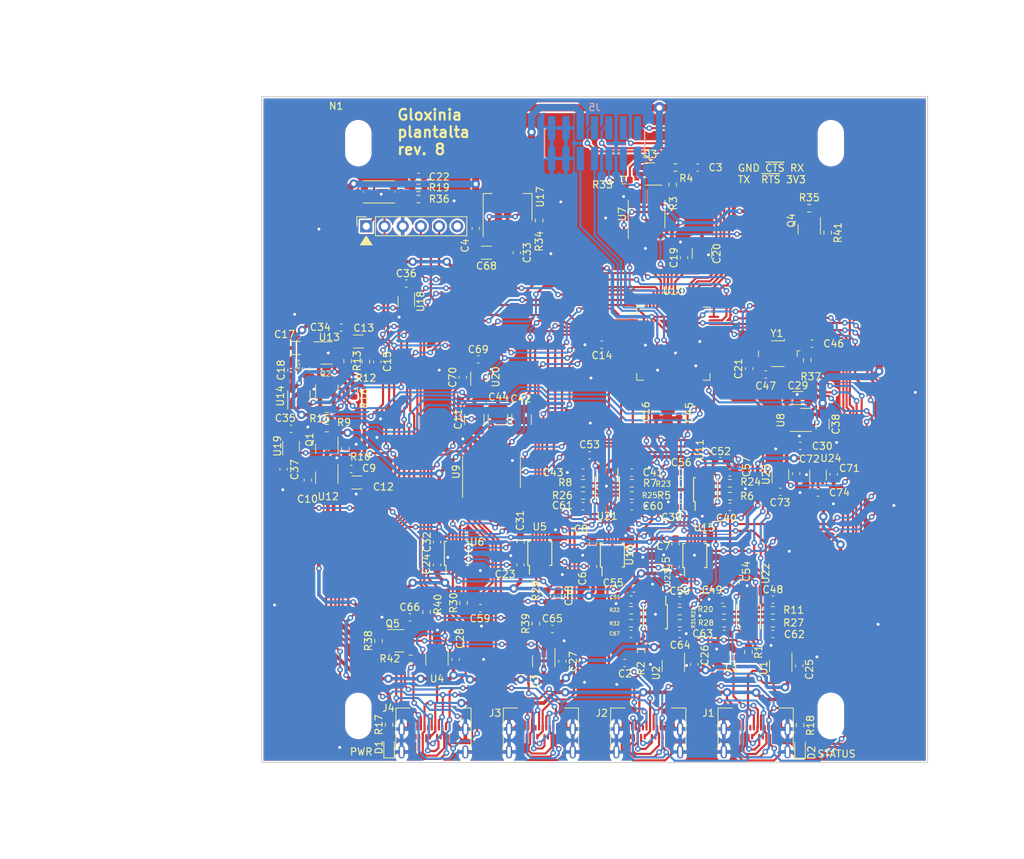
<source format=kicad_pcb>
(kicad_pcb (version 20211014) (generator pcbnew)
  (layers (0 "F.Cu" signal) (31 "B.Cu" signal) (34 "B.Paste" user) (35 "F.Paste" user) (36 "B.SilkS" user "B.Silkscreen") (37 "F.SilkS" user "F.Silkscreen") (38 "B.Mask" user) (39 "F.Mask" user) (44 "Edge.Cuts" user))
  (net 0 "")
  (net 1 "/OUT2")
  (net 2 "GND")
  (net 3 "Net-(C2-Pad1)")
  (net 4 "+4V")
  (net 5 "/OUT1")
  (net 6 "Net-(C1-Pad1)")
  (net 7 "/OUT4")
  (net 8 "/OUT3")
  (net 9 "/DRV4")
  (net 10 "/DRV3")
  (net 11 "/DRV2")
  (net 12 "/DRV1")
  (net 13 "/EN_LDO4")
  (net 14 "/EN_VDDA")
  (net 15 "/FOUT4")
  (net 16 "/FOUT3")
  (net 17 "Net-(C46-Pad2)")
  (net 18 "Net-(R36-Pad1)")
  (net 19 "/~{MCLR}")
  (net 20 "/FOUT1")
  (net 21 "/FIN3")
  (net 22 "/IN3")
  (net 23 "Net-(D2-Pad2)")
  (net 24 "/IN1")
  (net 25 "/FIN1")
  (net 26 "/FIN2")
  (net 27 "/IN2")
  (net 28 "/IN4")
  (net 29 "/FIN4")
  (net 30 "/FOUT2")
  (net 31 "Net-(D1-Pad2)")
  (net 32 "Net-(C17-Pad1)")
  (net 33 "Net-(C15-Pad1)")
  (net 34 "Net-(R12-Pad1)")
  (net 35 "Net-(C13-Pad1)")
  (net 36 "Net-(U9-Pad21)")
  (net 37 "/~{CS2}")
  (net 38 "/CIN2")
  (net 39 "/~{CS3}")
  (net 40 "/CIN3")
  (net 41 "/CIN1")
  (net 42 "/~{CS1}")
  (net 43 "/~{CS4}")
  (net 44 "/CIN4")
  (net 45 "/PGC")
  (net 46 "/PGD")
  (net 47 "Net-(C3-Pad1)")
  (net 48 "Net-(C20-Pad1)")
  (net 49 "/~{RST_ADC}")
  (net 50 "VBUS")
  (net 51 "Net-(C10-Pad1)")
  (net 52 "VDDA")
  (net 53 "Net-(C30-Pad1)")
  (net 54 "/~{RTS}")
  (net 55 "/~{CTS}")
  (net 56 "/RX")
  (net 57 "/TX")
  (net 58 "/REF_C1")
  (net 59 "Net-(C33-Pad1)")
  (net 60 "Net-(C48-Pad2)")
  (net 61 "Net-(C39-Pad2)")
  (net 62 "Net-(C40-Pad1)")
  (net 63 "Net-(C41-Pad2)")
  (net 64 "Net-(C43-Pad1)")
  (net 65 "Net-(C49-Pad1)")
  (net 66 "Net-(C61-Pad2)")
  (net 67 "Net-(C67-Pad2)")
  (net 68 "Net-(C64-Pad1)")
  (net 69 "Net-(C63-Pad2)")
  (net 70 "Net-(C62-Pad1)")
  (net 71 "Net-(C60-Pad1)")
  (net 72 "Net-(C57-Pad2)")
  (net 73 "Net-(C56-Pad1)")
  (net 74 "Net-(C51-Pad1)")
  (net 75 "Net-(C50-Pad2)")
  (net 76 "/CAN_H")
  (net 77 "/CAN_L")
  (net 78 "Net-(Q3-Pad1)")
  (net 79 "Net-(Q3-Pad2)")
  (net 80 "/TERM")
  (net 81 "/EN")
  (net 82 "/C1TX")
  (net 83 "/C1RX")
  (net 84 "/EN_VA")
  (net 85 "/EN_REFL")
  (net 86 "/REF+1")
  (net 87 "/OSC_IN")
  (net 88 "/EN_REFH")
  (net 89 "/BLK")
  (net 90 "/REF+2")
  (net 91 "/RPGA1")
  (net 92 "/~{CNV_ADC}")
  (net 93 "/SDI_ADC")
  (net 94 "/SDO_ADC")
  (net 95 "/~{CS_ADC}")
  (net 96 "/SCK_ADC")
  (net 97 "/~{INT_ADC}")
  (net 98 "/CHS1")
  (net 99 "/CHS0")
  (net 100 "/SDO_PGA")
  (net 101 "/SCK_PGA")
  (net 102 "/PWR1")
  (net 103 "/~{SD2}")
  (net 104 "/~{SD1}")
  (net 105 "/~{SD1}_L")
  (net 106 "/~{SD2}_L")
  (net 113 "+3.3V")
  (net 114 "/S_PS_A_EN")
  (net 116 "/~{INT2}")
  (net 117 "/S_PS")
  (net 119 "/SDA2")
  (net 120 "/SCL2")
  (net 121 "/VMID")
  (net 130 "/~{INT1}")
  (net 132 "/SDA1")
  (net 133 "/SCL1")
  (net 142 "/S_PS_D_EN")
  (net 146 "/CAN_C1")
  (net 147 "/CAN_C2")
  (footprint "Capacitor_SMD:C_0603_1608Metric" (layer "F.Cu") (at 42.65 76.7 90)
    (fp_text reference "C18")
    (fp_text value "1uF")
  )
  (footprint "Resistor_SMD:R_0603_1608Metric" (layer "F.Cu") (at 109.9 110.25 180)
    (fp_text reference "R11")
    (fp_text value "6.8k")
  )
  (footprint "Resistor_SMD:R_0603_1608Metric" (layer "F.Cu") (at 106.5 116.05 90)
    (fp_text reference "R1")
    (fp_text value "6.8k")
  )
  (footprint "Resistor_SMD:R_0603_1608Metric" (layer "F.Cu") (at 97.1 94.3)
    (fp_text reference "R5")
    (fp_text value "20")
  )
  (footprint "Resistor_SMD:R_0603_1608Metric" (layer "F.Cu") (at 103.9 94.3)
    (fp_text reference "R6")
    (fp_text value "12")
  )
  (footprint "Capacitor_SMD:C_0603_1608Metric" (layer "F.Cu") (at 104.2 116.85 180)
    (fp_text reference "C1")
    (fp_text value "120pF")
  )
  (footprint "Capacitor_SMD:C_0603_1608Metric" (layer "F.Cu") (at 97.1 95.8)
    (fp_text reference "C39")
    (fp_text value "82nF")
  )
  (footprint "LED_SMD:LED_0603_1608Metric" (layer "F.Cu") (at 56.3 129.375 90)
    (fp_text reference "D1")
    (fp_text value "LED")
  )
  (footprint "Capacitor_SMD:C_0603_1608Metric" (layer "F.Cu") (at 51 90.5)
    (fp_text reference "C9")
    (fp_text value "1uF")
  )
  (footprint "Capacitor_SMD:C_0603_1608Metric" (layer "F.Cu") (at 90.1 108.75 180)
    (fp_text reference "C51")
    (fp_text value "1.5nF")
  )
  (footprint "Capacitor_SMD:C_0603_1608Metric" (layer "F.Cu") (at 89.2 117.6 180)
    (fp_text reference "C2")
    (fp_text value "120pF")
  )
  (footprint "Capacitor_SMD:C_0603_1608Metric" (layer "F.Cu") (at 83.4 95.7)
    (fp_text reference "C61")
    (fp_text value "470nF")
  )
  (footprint "Capacitor_SMD:C_0603_1608Metric" (layer "F.Cu") (at 90.2 95.7)
    (fp_text reference "C60")
    (fp_text value "270nF")
  )
  (footprint "Package_TO_SOT_SMD:SOT-23-6" (layer "F.Cu") (at 62.9875 117.125 -90)
    (fp_text reference "U4")
    (fp_text value "MAX4475_var")
  )
  (footprint "Capacitor_SMD:C_0603_1608Metric" (layer "F.Cu") (at 104.7 106.45 -90)
    (fp_text reference "C54")
    (fp_text value "0.1uF")
  )
  (footprint "Capacitor_SMD:C_0603_1608Metric" (layer "F.Cu") (at 102.87 108.74 180)
    (fp_text reference "C49")
    (fp_text value "1.5nF")
  )
  (footprint "Capacitor_SMD:C_0603_1608Metric" (layer "F.Cu") (at 83.4 91 180)
    (fp_text reference "C43")
    (fp_text value "680nF")
  )
  (footprint "Capacitor_SMD:C_0603_1608Metric" (layer "F.Cu") (at 97.1 91 180)
    (fp_text reference "C56")
    (fp_text value "270nF")
  )
  (footprint "Capacitor_SMD:C_0603_1608Metric" (layer "F.Cu") (at 96.9 108.85 180)
    (fp_text reference "C50")
    (fp_text value "120pF")
  )
  (footprint "Capacitor_SMD:C_0603_1608Metric" (layer "F.Cu") (at 102.6 89.4 180)
    (fp_text reference "C52")
    (fp_text value "0.1uF")
  )
  (footprint "Capacitor_SMD:C_0603_1608Metric" (layer "F.Cu") (at 109.9 108.75 180)
    (fp_text reference "C48")
    (fp_text value "120pF")
  )
  (footprint "Package_TO_SOT_SMD:SOT-23-6" (layer "F.Cu") (at 111 118 -90)
    (fp_text reference "U1")
    (fp_text value "MAX4475_var")
  )
  (footprint "Capacitor_SMD:C_0603_1608Metric" (layer "F.Cu") (at 44.95 92.05 90)
    (fp_text reference "C10")
    (fp_text value "0.01uF")
  )
  (footprint "Package_TO_SOT_SMD:SOT-23-6" (layer "F.Cu") (at 96 118 -90)
    (fp_text reference "U2")
    (fp_text value "MAX4475_var")
  )
  (footprint "Capacitor_SMD:C_0603_1608Metric" (layer "F.Cu") (at 90.5 107.2)
    (fp_text reference "C55")
    (fp_text value "0.1uF")
  )
  (footprint "Package_SO:MSOP-10_3x3mm_P0.5mm" (layer "F.Cu") (at 77.35 102.3 90)
    (fp_text reference "U5")
    (fp_text value "PGA113")
  )
  (footprint "Package_SO:MSOP-10_3x3mm_P0.5mm" (layer "F.Cu") (at 99 102.6 90)
    (fp_text reference "U15")
    (fp_text value "PGA113")
  )
  (footprint "Package_SO:MSOP-10_3x3mm_P0.5mm" (layer "F.Cu") (at 65.7 102.3 90)
    (fp_text reference "U6")
    (fp_text value "PGA113")
  )
  (footprint "LED_SMD:LED_0603_1608Metric" (layer "F.Cu") (at 113.7 129.4375 90)
    (fp_text reference "D2")
    (fp_text value "LED")
  )
  (footprint "Crystal:Crystal_SMD_Abracon_ABM3B-4Pin_5.0x3.2mm" (layer "F.Cu") (at 110.6 74.4 180)
    (fp_text reference "Y1")
    (fp_text value "Crystal_GND24")
  )
  (footprint "Connector_PinSocket_2.54mm:PinSocket_1x06_P2.54mm_Vertical" (layer "F.Cu") (at 53.12 56.6 90)
    (fp_text reference "J9" hide)
    (fp_text value "Conn_01x06_Female")
  )
  (footprint "Capacitor_SMD:C_1210_3225Metric" (layer "F.Cu") (at 74.8 83.6 90)
    (fp_text reference "C42")
    (fp_text value "10uF")
  )
  (footprint "Capacitor_SMD:C_1210_3225Metric" (layer "F.Cu") (at 100 60.4 90)
    (fp_text reference "C20")
    (fp_text value "10uF")
  )
  (footprint "Capacitor_SMD:C_0603_1608Metric" (layer "F.Cu") (at 63 100.7 90)
    (fp_text reference "C32")
    (fp_text value "0.1uF")
  )
  (footprint "Capacitor_SMD:C_0603_1608Metric" (layer "F.Cu") (at 103.9 91 180)
    (fp_text reference "C57")
    (fp_text value "470nF")
  )
  (footprint "Capacitor_SMD:C_0603_1608Metric" (layer "F.Cu") (at 79.89 108.26 -90)
    (fp_text reference "C58")
    (fp_text value "470nF")
  )
  (footprint "Capacitor_SMD:C_0603_1608Metric" (layer "F.Cu") (at 69.05 109.95)
    (fp_text reference "C59")
    (fp_text value "470nF")
  )
  (footprint "Capacitor_SMD:C_0603_1608Metric" (layer "F.Cu") (at 115.3875 73 180)
    (fp_text reference "C46")
    (fp_text value "10pF")
  )
  (footprint "Capacitor_SMD:C_0603_1608Metric" (layer "F.Cu") (at 96.8 82.6125 -90)
    (fp_text reference "C45")
    (fp_text value "0.1uF")
  )
  (footprint "Capacitor_SMD:C_0603_1608Metric" (layer "F.Cu") (at 103.9 95.8)
    (fp_text reference "C40")
    (fp_text value "680nF")
  )
  (footprint "Capacitor_SMD:C_0603_1608Metric" (layer "F.Cu") (at 84.3 88.6)
    (fp_text reference "C53")
    (fp_text value "0.1uF")
  )
  (footprint "Capacitor_SMD:C_0603_1608Metric" (layer "F.Cu") (at 109.9 113.55)
    (fp_text reference "C62")
    (fp_text value "1nF")
  )
  (footprint "Resistor_SMD:R_0603_1608Metric" (layer "F.Cu") (at 61.525 110.475 90)
    (fp_text reference "R40")
    (fp_text value "4.3k")
  )
  (footprint "Resistor_SMD:R_0603_1608Metric" (layer "F.Cu") (at 114.7 75.3 -90)
    (fp_text reference "R37")
    (fp_text value "1M")
  )
  (footprint "Resistor_SMD:R_0603_1608Metric" (layer "F.Cu") (at 60.4 52.8 180)
    (fp_text reference "R36")
    (fp_text value "270")
  )
  (footprint "Resistor_SMD:R_0603_1608Metric" (layer "F.Cu") (at 78.34 108.2725 90)
    (fp_text reference "R29")
    (fp_text value "33")
  )
  (footprint "Resistor_SMD:R_0603_1608Metric" (layer "F.Cu") (at 113.7 126.2875 90)
    (fp_text reference "R18")
    (fp_text value "750")
  )
  (footprint "Resistor_SMD:R_0603_1608Metric" (layer "F.Cu") (at 103.1 112.05)
    (fp_text reference "R28")
    (fp_text value "6.8k")
  )
  (footprint "Resistor_SMD:R_0603_1608Metric" (layer "F.Cu") (at 66.7 109.2 90)
    (fp_text reference "R30")
    (fp_text value "33")
  )
  (footprint "Resistor_SMD:R_0603_1608Metric" (layer "F.Cu") (at 56.3 126.225 90)
    (fp_text reference "R17")
    (fp_text value "750")
  )
  (footprint "Resistor_SMD:R_0603_1608Metric" (layer "F.Cu") (at 51.4 79.6 -90)
    (fp_text reference "R16")
    (fp_text value "10k")
  )
  (footprint "Resistor_SMD:R_0603_1608Metric" (layer "F.Cu") (at 47.6 82.1)
    (fp_text reference "R15")
    (fp_text value "10k")
  )
  (footprint "Resistor_SMD:R_0603_1608Metric" (layer "F.Cu") (at 44.7 76.569999 90)
    (fp_text reference "R14")
    (fp_text value "0.22R")
  )
  (footprint "Resistor_SMD:R_0603_1608Metric" (layer "F.Cu") (at 50.5 75.45 90)
    (fp_text reference "R13")
    (fp_text value "1k")
  )
  (footprint "Resistor_SMD:R_0603_1608Metric" (layer "F.Cu") (at 53.05 75.5 90)
    (fp_text reference "R12")
    (fp_text value "0.22R")
  )
  (footprint "Package_TO_SOT_SMD:SOT-23-5" (layer "F.Cu") (at 47.6 91.7 -90)
    (fp_text reference "U12")
    (fp_text value "LP2985-5.0")
  )
  (footprint "Package_TO_SOT_SMD:SOT-23-5" (layer "F.Cu") (at 47.575 74.3)
    (fp_text reference "U13")
    (fp_text value "REF2033")
  )
  (footprint "Package_TO_SOT_SMD:SOT-23" (layer "F.Cu") (at 47.6 79.4 90)
    (fp_text reference "Q2")
    (fp_text value "Q_NMOS_GSD")
  )
  (footprint "Package_SO:MSOP-10_3x3mm_P0.5mm" (layer "F.Cu") (at 87.4875 102.5125 90)
    (fp_text reference "U16")
    (fp_text value "PGA113")
  )
  (footprint "Resistor_SMD:R_0603_1608Metric" (layer "F.Cu") (at 90.2 94.2)
    (fp_text reference "R25")
    (fp_text value "15")
  )
  (footprint "Resistor_SMD:R_0603_1608Metric" (layer "F.Cu") (at 103.9 92.5 180)
    (fp_text reference "R24")
    (fp_text value "33")
  )
  (footprint "Resistor_SMD:R_0603_1608Metric" (layer "F.Cu") (at 97.1 92.5 180)
    (fp_text reference "R23")
    (fp_text value "15")
  )
  (footprint "Resistor_SMD:R_0603_1608Metric" (layer "F.Cu") (at 90.1 110.25 180)
    (fp_text reference "R22")
    (fp_text value "2.7k")
  )
  (footprint "Resistor_SMD:R_0603_1608Metric" (layer "F.Cu") (at 96.9 110.35 180)
    (fp_text reference "R21")
    (fp_text value "6.8k")
  )
  (footprint "Package_SO:MSOP-10_3x3mm_P0.5mm" (layer "F.Cu") (at 93.5 111.15 -90)
    (fp_text reference "U23")
    (fp_text value "DG2034E")
  )
  (footprint "Button_Switch_SMD:SW_SPST_KMR2" (layer "F.Cu") (at 54.9 51.8 180)
    (fp_text reference "SW1" hide)
    (fp_text value "SW_Push")
  )
  (footprint "Capacitor_SMD:C_0603_1608Metric" (layer "F.Cu") (at 90.1 113.55)
    (fp_text reference "C67")
    (fp_text value "1.2nF")
  )
  (footprint "Capacitor_SMD:C_0603_1608Metric" (layer "F.Cu") (at 103.1 113.55)
    (fp_text reference "C63")
    (fp_text value "1.2nF")
  )
  (footprint "Capacitor_SMD:C_1206_3216Metric" (layer "F.Cu") (at 43.2 73.6 180)
    (fp_text reference "C17")
    (fp_text value "22uF")
  )
  (footprint "Capacitor_SMD:C_1210_3225Metric" (layer "F.Cu") (at 68.2 83.6 -90)
    (fp_text reference "C11")
    (fp_text value "10uF")
  )
  (footprint "Package_SO:MSOP-10_3x3mm_P0.5mm" (layer "F.Cu") (at 100.5 93.4 90)
    (fp_text reference "U11")
    (fp_text value "DG2034E")
  )
  (footprint "Resistor_SMD:R_0603_1608Metric" (layer "F.Cu") (at 47.6 84.8 180)
    (fp_text reference "R9")
    (fp_text value "10k")
  )
  (footprint "Resistor_SMD:R_0603_1608Metric" (layer "F.Cu") (at 50.2 87.75 90)
    (fp_text reference "R10")
    (fp_text value "10k")
  )
  (footprint "Package_TO_SOT_SMD:SOT-23-5" (layer "F.Cu") (at 43.7 80.35 90)
    (fp_text reference "U14")
    (fp_text value "OPA320")
  )
  (footprint "Capacitor_SMD:C_1210_3225Metric" (layer "F.Cu") (at 71.5 83.6 -90)
    (fp_text reference "C44")
    (fp_text value "10uF")
  )
  (footprint "Capacitor_SMD:C_0603_1608Metric" (layer "F.Cu") (at 59.2 111.225 180)
    (fp_text reference "C66")
    (fp_text value "1.5nF")
  )
  (footprint "Capacitor_SMD:C_0603_1608Metric" (layer "F.Cu") (at 96.9 113.55)
    (fp_text reference "C64")
    (fp_text value "1nF")
  )
  (footprint "Capacitor_SMD:C_0603_1608Metric" (layer "F.Cu") (at 74.65 103.9 -90)
    (fp_text reference "C23")
    (fp_text value "0.1uF")
  )
  (footprint "Capacitor_SMD:C_0603_1608Metric" (layer "F.Cu") (at 60.4 49.7)
    (fp_text reference "C22")
    (fp_text value "0.01uF")
  )
  (footprint "Capacitor_SMD:C_0603_1608Metric" (layer "F.Cu") (at 74.65 100.7 90)
    (fp_text reference "C31")
    (fp_text value "0.1uF")
  )
  (footprint "Capacitor_SMD:C_0603_1608Metric" (layer "F.Cu") (at 65.5875 117.125 -90)
    (fp_text reference "C28")
    (fp_text value "0.1uF")
  )
  (footprint "Capacitor_SMD:C_0603_1608Metric" (layer "F.Cu") (at 80.5 117.3625 -90)
    (fp_text reference "C27")
    (fp_text value "0.1uF")
  )
  (footprint "Capacitor_SMD:C_0603_1608Metric" (layer "F.Cu") (at 63 103.9 -90)
    (fp_text reference "C24")
    (fp_text value "0.1uF")
  )
  (footprint "Capacitor_SMD:C_0603_1608Metric" (layer "F.Cu") (at 97.5 61 90)
    (fp_text reference "C19")
    (fp_text value "0.1uF")
  )
  (footprint "Capacitor_SMD:C_0603_1608Metric" (layer "F.Cu") (at 96.3 104.2 -90)
    (fp_text reference "C5")
    (fp_text value "0.1uF")
  )
  (footprint "Capacitor_SMD:C_0603_1608Metric" (layer "F.Cu") (at 84.7875 104.1125 -90)
    (fp_text reference "C6")
    (fp_text value "0.1uF")
  )
  (footprint "Capacitor_SMD:C_0603_1608Metric" (layer "F.Cu") (at 96.3 101 90)
    (fp_text reference "C7")
    (fp_text value "0.1uF")
  )
  (footprint "Capacitor_SMD:C_0603_1608Metric" (layer "F.Cu") (at 93.6 82.5 90)
    (fp_text reference "C16")
    (fp_text value "0.1uF")
  )
  (footprint "Capacitor_SMD:C_0603_1608Metric" (layer "F.Cu") (at 54.65 75.55 90)
    (fp_text reference "C15")
    (fp_text value "0.1uF")
  )
  (footprint "Capacitor_SMD:C_0603_1608Metric" (layer "F.Cu") (at 86 73.15)
    (fp_text reference "C14")
    (fp_text value "0.1uF")
  )
  (footprint "Capacitor_SMD:C_0603_1608Metric" (layer "F.Cu") (at 84.7875 100.9125 90)
    (fp_text reference "C8")
    (fp_text value "0.1uF")
  )
  (footprint "Capacitor_SMD:C_0603_1608Metric" (layer "F.Cu") (at 108.9 77.3)
    (fp_text reference "C47")
    (fp_text value "10pF")
  )
  (footprint "Capacitor_SMD:C_0603_1608Metric" (layer "F.Cu") (at 106.6 76.5 -90)
    (fp_text reference "C21")
    (fp_text value "0.1uF")
  )
  (footprint "Capacitor_SMD:C_1206_3216Metric" (layer "F.Cu") (at 52 72.7 180)
    (fp_text reference "C13")
    (fp_text value "4.7uF")
  )
  (footprint "Resistor_SMD:R_0603_1608Metric" (layer "F.Cu") (at 90.2 92.5 180)
    (fp_text reference "R7")
    (fp_text value "20")
  )
  (footprint "Resistor_SMD:R_0603_1608Metric" (layer "F.Cu") (at 83.4 92.5 180)
    (fp_text reference "R8")
    (fp_text value "12")
  )
  (footprint "Resistor_SMD:R_0603_1608Metric" (layer "F.Cu") (at 103.1 110.25 180)
    (fp_text reference "R20")
    (fp_text value "2.7k")
  )
  (footprint "Resistor_SMD:R_0603_1608Metric" (layer "F.Cu") (at 83.4 94.2)
    (fp_text reference "R26")
    (fp_text value "33")
  )
  (footprint "Resistor_SMD:R_0603_1608Metric" (layer "F.Cu") (at 90.1 112.05)
    (fp_text reference "R32")
    (fp_text value "6.8k")
  )
  (footprint "Resistor_SMD:R_0603_1608Metric" (layer "F.Cu") (at 96.9 112.05)
    (fp_text reference "R31")
    (fp_text value "1.6k")
  )
  (footprint "Package_SO:MSOP-10_3x3mm_P0.5mm" (layer "F.Cu") (at 106.5 111.15 -90)
    (fp_text reference "U22")
    (fp_text value "DG2034E")
  )
  (footprint "Package_SO:MSOP-10_3x3mm_P0.5mm" (layer "F.Cu") (at 86.8 93.3 -90)
    (fp_text reference "U21")
    (fp_text value "DG2034E")
  )
  (footprint "Package_TO_SOT_SMD:SOT-23" (layer "F.Cu") (at 47.6 87.7 -90)
    (fp_text reference "Q1")
    (fp_text value "Q_NMOS_GSD")
  )
  (footprint "Package_TO_SOT_SMD:SOT-363_SC-70-6" (layer "F.Cu") (at 42.6 87.35 90)
    (fp_text reference "U19")
    (fp_text value "SiP32431")
  )
  (footprint "Capacitor_SMD:C_0603_1608Metric" (layer "F.Cu") (at 41.55 90.55 -90)
    (fp_text reference "C37")
    (fp_text value "0.1uF")
  )
  (footprint "Capacitor_SMD:C_0603_1608Metric" (layer "F.Cu") (at 42.6 84.9 180)
    (fp_text reference "C35")
    (fp_text value "1uF")
  )
  (footprint "Resistor_SMD:R_0603_1608Metric" (layer "F.Cu") (at 91.5 115.95 90)
    (fp_text reference "R2")
    (fp_text value "6.8k")
  )
  (footprint "Capacitor_SMD:C_0603_1608Metric" (layer "F.Cu") (at 79.1 112.85)
    (fp_text reference "C65")
    (fp_text value "1.5nF")
  )
  (footprint "Resistor_SMD:R_0603_1608Metric" (layer "F.Cu") (at 60.4 51.25 180)
    (fp_text reference "R19")
    (fp_text value "10k")
  )
  (footprint "Package_SO:TSSOP-24_4.4x7.8mm_P0.65mm" (layer "F.Cu") (at 70.6 90.9 90)
    (fp_text reference "U9")
    (fp_text value "ADS8332")
  )
  (footprint "Capacitor_SMD:C_0603_1608Metric" (layer "F.Cu") (at 90.2 91 180)
    (fp_text reference "C41")
    (fp_text value "82nF")
  )
  (footprint "Resistor_SMD:R_0603_1608Metric" (layer "F.Cu") (at 109.9 112.05)
    (fp_text reference "R27")
    (fp_text value "1.6k")
  )
  (footprint "Resistor_SMD:R_0603_1608Metric" (layer "F.Cu") (at 76.8 112.1 90)
    (fp_text reference "R39")
    (fp_text value "4.3k")
  )
  (footprint "Capacitor_SMD:C_0603_1608Metric" (layer "F.Cu") (at 98.925 117.8125 -90)
    (fp_text reference "C26")
    (fp_text value "0.1uF")
  )
  (footprint "Capacitor_SMD:C_0603_1608Metric" (layer "F.Cu") (at 113.6 118 -90)
    (fp_text reference "C25")
    (fp_text value "0.1uF")
  )
  (footprint "Package_QFP:TQFP-64_10x10mm_P0.5mm" (layer "F.Cu") (at 96 73)
    (fp_text reference "U10")
    (fp_text value "dsPIC33EP512MC806")
  )
  (footprint "Package_TO_SOT_SMD:SOT-23-6" (layer "F.Cu") (at 77.9 117.3625 -90)
    (fp_text reference "U3")
    (fp_text value "MAX4475_var")
  )
  (footprint "Capacitor_SMD:C_1206_3216Metric" (layer "F.Cu") (at 51.8 92.4)
    (fp_text reference "C12")
    (fp_text value "2.2uF")
  )
  (footprint "Capacitor_SMD:C_0603_1608Metric" (layer "F.Cu") (at 68.4 56.9 -90)
    (fp_text reference "C4")
    (fp_text value "1uF")
  )
  (footprint "Resistor_SMD:R_0603_1608Metric" (layer "F.Cu") (at 77.25 55.8 -90)
    (fp_text reference "R34")
    (fp_text value "10k")
  )
  (footprint "Resistor_SMD:R_0603_1608Metric" (layer "F.Cu") (at 89.1 50.15)
    (fp_text reference "R33")
    (fp_text value "60R")
  )
  (footprint "Capacitor_SMD:C_0603_1608Metric" (layer "F.Cu") (at 118.4 91.25 -90)
    (fp_text reference "C71")
    (fp_text value "1uF")
  )
  (footprint "Capacitor_SMD:C_1206_3216Metric" (layer "F.Cu") (at 116.85 84.25 -90)
    (fp_text reference "C38")
    (fp_text value "4.7uF")
  )
  (footprint "Resistor_SMD:R_0603_1608Metric" (layer "F.Cu") (at 96.3 48.4 180)
    (fp_text reference "R4")
    (fp_text value "60R")
  )
  (footprint "Package_CSP:LFCSP-8-1EP_3x3mm_P0.5mm_EP1.45x1.74mm" (layer "F.Cu") (at 113.8 83.65)
    (fp_text reference "U8")
    (fp_text value "ADM7170")
  )
  (footprint "Package_TO_SOT_SMD:SOT-23" (layer "F.Cu") (at 57.75 114.5)
    (fp_text reference "Q5")
    (fp_text value "Q_NMOS_GSD")
  )
  (footprint "Package_SO:SOIC-8_3.9x4.9mm_P1.27mm" (layer "F.Cu") (at 92.26 54.9 90)
    (fp_text reference "U7")
    (fp_text value "MCP2542FD")
  )
  (footprint "Capacitor_SMD:C_0603_1608Metric" (layer "F.Cu") (at 113.15 91.15 -90)
    (fp_text reference "C72")
    (fp_text value "1uF")
  )
  (footprint "Package_TO_SOT_SMD:SOT-223-6" (layer "F.Cu") (at 72.85 53.9 90)
    (fp_text reference "U17")
    (fp_text value "TPS737")
  )
  (footprint "Capacitor_SMD:C_0603_1608Metric" (layer "F.Cu") (at 68.75 75.2 180)
    (fp_text reference "C69")
    (fp_text value "1uF")
  )
  (footprint "Capacitor_SMD:C_0603_1608Metric" (layer "F.Cu") (at 110.95 93.7)
    (fp_text reference "C73")
    (fp_text value "0.1uF")
  )
  (footprint "Resistor_SMD:R_0603_1608Metric" (layer "F.Cu") (at 117.55 57.5 -90)
    (fp_text reference "R41")
    (fp_text value "10k")
  )
  (footprint "custom_footprints:USB_C_Receptacle_Amphenol_12401861XX12A" (layer "F.Cu") (at 92.5 127.9)
    (fp_text reference "J2")
    (fp_text value "USB_C_Receptacle")
  )
  (footprint "Capacitor_SMD:C_1206_3216Metric" (layer "F.Cu") (at 113.4 80.6)
    (fp_text reference "C29")
    (fp_text value "4.7uF")
  )
  (footprint "Capacitor_SMD:C_0603_1608Metric" (layer "F.Cu") (at 113.73 87.28)
    (fp_text reference "C30")
    (fp_text value "1nF")
  )
  (footprint "custom_footprints:Enclosure-Gloxinia4" (layer "F.Cu") (at 85 85)
    (fp_text reference "N1")
    (fp_text value "Housing")
  )
  (footprint "Package_TO_SOT_SMD:SOT-23" (layer "F.Cu") (at 114.9875 57.05 -90)
    (fp_text reference "Q4")
    (fp_text value "Q_NMOS_GSD")
  )
  (footprint "Capacitor_SMD:C_0603_1608Metric" (layer "F.Cu") (at 74.15 60.3 -90)
    (fp_text reference "C33")
    (fp_text value "1uF")
  )
  (footprint "Capacitor_SMD:C_0603_1608Metric" (layer "F.Cu") (at 99.4 48.4)
    (fp_text reference "C3")
    (fp_text value "4.7nF")
  )
  (footprint "Capacitor_SMD:C_0603_1608Metric" (layer "F.Cu") (at 49.625 70.75)
    (fp_text reference "C34")
    (fp_text value "1uF")
  )
  (footprint "Package_TO_SOT_SMD:SOT-363_SC-70-6" (layer "F.Cu") (at 68.86 77.63 90)
    (fp_text reference "U20")
    (fp_text value "SiP32431")
  )
  (footprint "custom_footprints:USB_C_Receptacle_Amphenol_12401861XX12A" (layer "F.Cu") (at 62.5 127.9)
    (fp_text reference "J4")
    (fp_text value "USB_C_Receptacle")
  )
  (footprint "Package_TO_SOT_SMD:SOT-363_SC-70-6" (layer "F.Cu") (at 110.95 91.25 90)
    (fp_text reference "U25")
    (fp_text value "SiP32431")
  )
  (footprint "Package_TO_SOT_SMD:SOT-363_SC-70-6" (layer "F.Cu") (at 116.2 91.35 90)
    (fp_text reference "U24")
    (fp_text value "SiP32431")
  )
  (footprint "Package_TO_SOT_SMD:SOT-23" (layer "F.Cu") (at 92.7375 49.3 180)
    (fp_text reference "Q3")
    (fp_text value "Q_NMOS_GSD")
  )
  (footprint "Resistor_SMD:R_0603_1608Metric" (layer "F.Cu") (at 59.325 117.025 180)
    (fp_text reference "R42")
    (fp_text value "10k")
  )
  (footprint "Capacitor_SMD:C_0603_1608Metric" (layer "F.Cu") (at 66.6 77.7 90)
    (fp_text reference "C70")
    (fp_text value "0.1uF")
  )
  (footprint "Resistor_SMD:R_0603_1608Metric" (layer "F.Cu") (at 95.9 50.8 -90)
    (fp_text reference "R3")
    (fp_text value "1k")
  )
  (footprint "custom_footprints:USB_C_Receptacle_Amphenol_12401861XX12A" (layer "F.Cu") (at 77.5 127.9)
    (fp_text reference "J3")
    (fp_text value "USB_C_Receptacle")
  )
  (footprint "Resistor_SMD:R_0603_1608Metric" (layer "F.Cu") (at 114.9875 54.1 180)
    (fp_text reference "R35")
    (fp_text value "10k")
  )
  (footprint "Package_TO_SOT_SMD:SOT-363_SC-70-6" (layer "F.Cu") (at 58.7 67.1 -90)
    (fp_text reference "U18")
    (fp_text value "SiP32431")
  )
  (footprint "Resistor_SMD:R_0603_1608Metric" (layer "F.Cu") (at 54.825 114.525 -90)
    (fp_text reference "R38")
    (fp_text value "10k")
  )
  (footprint "Capacitor_SMD:C_0603_1608Metric" (layer "F.Cu") (at 116.2 93.8)
    (fp_text reference "C74")
    (fp_text value "0.1uF")
  )
  (footprint "Capacitor_SMD:C_1206_3216Metric" (layer "F.Cu") (at 69.9 60.3 180)
    (fp_text reference "C68")
    (fp_text value "2.2uF")
  )
  (footprint "custom_footprints:USB_C_Receptacle_Amphenol_12401861XX12A" (layer "F.Cu") (at 107.5 127.9)
    (fp_text reference "J1")
    (fp_text value "USB_C_Receptacle")
  )
  (footprint "Capacitor_SMD:C_0603_1608Metric" (layer "F.Cu") (at 58.7 64.6 180)
    (fp_text reference "C36")
    (fp_text value "0.1uF")
  )
  (footprint "samtec:SAMTEC_TMMH-107-01-T-DV" (layer "B.Cu") (at 85 45 180)
    (fp_text reference "J5")
    (fp_text value "Conn_02x07_Odd_Even")
  )
  (gr_poly (pts (xy 53.9 59.2) (xy 52.3 59.2) (xy 53.1 58)) (layer "F.SilkS") (width 0.15) (fill solid))
  (gr_line (start 38.5 38.5) (end 131.5 38.5) (layer "Edge.Cuts") (width 0.15))
  (gr_line (start 131.5 131.5) (end 131.5 38.5) (layer "Edge.Cuts") (width 0.15))
  (gr_line (start 38.5 38.5) (end 38.5 131.5) (layer "Edge.Cuts") (width 0.15))
  (gr_line (start 131.5 131.5) (end 38.5 131.5) (layer "Edge.Cuts") (width 0.15))
  (gr_text "Gloxinia\nplantalta\nrev. 8" (at 57.275 43.45) (layer "F.SilkS") (effects (font (size 1.5 1.5) (thickness 0.3)) (justify left)))
  (gr_text "PWR" (at 52.4 130) (layer "F.SilkS") (effects (font (size 1 1))))
  (gr_text "GND ~{CTS} RX\nTX  ~{RTS} 3V3" (at 104.925 49.275) (layer "F.SilkS") (effects (font (size 1 1)) (justify left)))
  (gr_text "STATUS" (at 118.8 130.3) (layer "F.SilkS") (effects (font (size 1 1))))
  (segment (start 68.975 96.275) (end 70.45 97.75) (width 0.3) (layer "F.Cu") (net 1))
  (segment (start 68.975 93.75) (end 68.975 96.275) (width 0.3) (layer "F.Cu") (net 1))
  (segment (start 92.25 124.4) (end 91.9495 124.4) (width 0.3) (layer "F.Cu") (net 1))
  (segment (start 84.6 119.6) (end 89.9 119.6) (width 0.3) (layer "F.Cu") (net 1))
  (segment (start 93 128.7) (end 92.75 128.95) (width 0.3) (layer "F.Cu") (net 1))
  (segment (start 96.95 116.9) (end 96.95 117.83) (width 0.4) (layer "F.Cu") (net 1))
  (segment (start 82.045 111.295) (end 82.045 116.745) (width 0.3) (layer "F.Cu") (net 1))
  (segment (start 92.1 129.6) (end 91.05 129.6) (width 0.3) (layer "F.Cu") (net 1))
  (segment (start 82.6 117.6) (end 84.6 119.6) (width 0.3) (layer "F.Cu") (net 1))
  (segment (start 95.7 118) (end 95.4 118) (width 0.4) (layer "F.Cu") (net 1))
  (segment (start 82.6 117.3) (end 82.6 117.6) (width 0.3) (layer "F.Cu") (net 1))
  (segment (start 96.78 118) (end 95.7 118) (width 0.4) (layer "F.Cu") (net 1))
  (segment (start 96.95 117.83) (end 96.78 118) (width 0.4) (layer "F.Cu") (net 1))
  (segment (start 92.25 126.65) (end 92.25 124.4) (width 0.3) (layer "F.Cu") (net 1))
  (segment (start 95.05 118.35) (end 95.05 119.1) (width 0.4) (layer "F.Cu") (net 1))
  (segment (start 95.05 119.1) (end 91.25 119.1) (width 0.3) (layer "F.Cu") (net 1))
  (segment (start 93 127.9) (end 93 128.7) (width 0.3) (layer "F.Cu") (net 1))
  (segment (start 92.75 128.95) (end 92.1 129.6) (width 0.3) (layer "F.Cu") (net 1))
  (segment (start 90.55 119.6) (end 89.9 119.6) (width 0.3) (layer "F.Cu") (net 1))
  (segment (start 90.75 119.6) (end 90.55 119.6) (width 0.3) (layer "F.Cu") (net 1))
  (segment (start 90.5505 123.1) (end 90.5505 119.6005) (width 0.3) (layer "F.Cu") (net 1))
  (segment (start 91.25 119.1) (end 90.75 119.6) (width 0.3) (layer "F.Cu") (net 1))
  (segment (start 81.55 110.8) (end 82.045 111.295) (width 0.3) (layer "F.Cu") (net 1))
  (segment (start 82.045 116.745) (end 82.6 117.3) (width 0.3) (layer "F.Cu") (net 1))
  (segment (start 80.439259 97.75) (end 81.55 98.860741) (width 0.3) (layer "F.Cu") (net 1))
  (segment (start 70.45 97.75) (end 80.439259 97.75) (width 0.3) (layer "F.Cu") (net 1))
  (segment (start 95.4 118) (end 95.05 118.35) (width 0.4) (layer "F.Cu") (net 1))
  (segment (start 81.55 98.860741) (end 81.55 110.8) (width 0.3) (layer "F.Cu") (net 1))
  (segment (start 90.5505 119.6005) (end 90.55 119.6) (width 0.3) (layer "F.Cu") (net 1))
  (via (at 90.5505 123.1) (size 0.8) (drill 0.4) (layers "F.Cu" "B.Cu") (net 1))
  (via (at 91.05 129.6) (size 0.8) (drill 0.4) (layers "F.Cu" "B.Cu") (net 1))
  (via (at 91.9495 124.4) (size 0.8) (drill 0.4) (layers "F.Cu" "B.Cu") (net 1))
  (segment (start 91.85 124) (end 92.25 124.4) (width 0.3) (layer "B.Cu") (net 1))
  (segment (start 90.8 124) (end 90.5505 123.7505) (width 0.3) (layer "B.Cu") (net 1))
  (segment (start 92.25 125.55) (end 92.25 124.4) (width 0.3) (layer "B.Cu") (net 1))
  (segment (start 91.05 126.75) (end 92.25 125.55) (width 0.3) (layer "B.Cu") (net 1))
  (segment (start 90.5505 123.7505) (end 90.5505 123.1) (width 0.3) (layer "B.Cu") (net 1))
  (segment (start 91.05 129.6) (end 91.05 126.75) (width 0.3) (layer "B.Cu") (net 1))
  (segment (start 90.8 124) (end 91.85 124) (width 0.3) (layer "B.Cu") (net 1))
  (segment (start 96.3 101.7875) (end 95.3625 101.7875) (width 0.3) (layer "F.Cu") (net 2))
  (segment (start 95.3625 101.7875) (end 94.65 102.5) (width 0.3) (layer "F.Cu") (net 2))
  (segment (start 90.9875 91) (end 91.9495 91) (width 0.3) (layer "F.Cu") (net 2))
  (segment (start 84.7875 103.325) (end 84.125 103.325) (width 0.3) (layer "F.Cu") (net 2))
  (segment (start 100.5 96.65) (end 100.05 97.1) (width 0.3) (layer "F.Cu") (net 2))
  (segment (start 93.75 76.75) (end 93.8 76.7) (width 0.3) (layer "F.Cu") (net 2))
  (segment (start 85.2125 73.15) (end 83.65 73.15) (width 0.3) (layer "F.Cu") (net 2))
  (segment (start 70.275 89.325) (end 70.125 89.475) (width 0.4) (layer "F.Cu") (net 2))
  (segment (start 103.6875 90) (end 104.6875 91) (width 0.5) (layer "F.Cu") (net 2))
  (segment (start 68.86 76.68) (end 68.86 78.58) (width 0.4) (layer "F.Cu") (net 2))
  (segment (start 97.85928 115.95928) (end 98.925 117.025) (width 0.5) (layer "F.Cu") (net 2))
  (segment (start 110.95 92.925) (end 111.725 93.7) (width 0.3) (layer "F.Cu") (net 2))
  (segment (start 96.35 115.85) (end 97.75 115.85) (width 0.3) (layer "F.Cu") (net 2))
  (segment (start 103.6875 89.4) (end 103.6875 90) (width 0.5) (layer "F.Cu") (net 2))
  (segment (start 70.125 89.475) (end 69.625 89.475) (width 0.4) (layer "F.Cu") (net 2))
  (segment (start 100.5 95.6) (end 100.5 96.65) (width 0.3) (layer "F.Cu") (net 2))
  (segment (start 65.5 127.9) (end 65.5 126.7) (width 0.3) (layer "F.Cu") (net 2))
  (segment (start 68 89.7) (end 67.675 89.375) (width 0.4) (layer "F.Cu") (net 2))
  (segment (start 64.2375 103.1125) (end 64.5 102.85) (width 0.3) (layer "F.Cu") (net 2))
  (segment (start 69.2 110.5875) (end 69.2 112.45) (width 0.3) (layer "F.Cu") (net 2))
  (segment (start 106.5 108.95) (end 106.5 107) (width 0.3) (layer "F.Cu") (net 2))
  (segment (start 43.7 81.45) (end 43.7 80.9) (width 0.5) (layer "F.Cu") (net 2))
  (segment (start 73.525 88.05) (end 73.525 89.325) (width 0.4) (layer "F.Cu") (net 2))
  (segment (start 42.6 85.6875) (end 42.6 86.4) (width 0.5) (layer "F.Cu") (net 2))
  (segment (start 47.6 90.142893) (end 48.792893 88.95) (width 0.4) (layer "F.Cu") (net 2))
  (segment (start 74.65 101.4875) (end 74.4125 101.4875) (width 0.3) (layer "F.Cu") (net 2))
  (segment (start 93.57548 107.97452) (end 93.720924 107.97452) (width 0.3) (layer "F.Cu") (net 2))
  (segment (start 58.7 66.15) (end 58.7 65.375) (width 0.3) (layer "F.Cu") (net 2))
  (segment (start 93.5 108.95) (end 93.5 110.8) (width 0.3) (layer "F.Cu") (net 2))
  (segment (start 58.7 65.375) (end 57.925 64.6) (width 0.3) (layer "F.Cu") (net 2))
  (segment (start 96 116.8625) (end 96 116.2) (width 0.3) (layer "F.Cu") (net 2))
  (segment (start 47.6 90.5625) (end 47.6 90.142893) (width 0.4) (layer "F.Cu") (net 2))
  (segment (start 86.8 91.1) (end 86.8 92.75) (width 0.3) (layer "F.Cu") (net 2))
  (segment (start 65.5 126.7) (end 65.55 126.65) (width 0.3) (layer "F.Cu") (net 2))
  (segment (start 101.6625 72.75) (end 99.75 72.75) (width 0.3) (layer "F.Cu") (net 2))
  (segment (start 96.3125 95.8) (end 95.999 95.8) (width 0.3) (layer "F.Cu") (net 2))
  (segment (start 84.125 103.325) (end 83.35 102.55) (width 0.3) (layer "F.Cu") (net 2))
  (segment (start 89.725 107.175) (end 90.8 106.1) (width 0.3) (layer "F.Cu") (net 2))
  (segment (start 70.275 88.05) (end 70.275 89.325) (width 0.4) (layer "F.Cu") (net 2))
  (segment (start 43.7 80.9) (end 44.25 80.35) (width 0.5) (layer "F.Cu") (net 2))
  (segment (start 74.4125 101.4875) (end 73.3 102.6) (width 0.3) (layer "F.Cu") (net 2))
  (segment (start 63 103.1125) (end 64.2375 103.1125) (width 0.3) (layer "F.Cu") (net 2))
  (segment (start 90.8 106.1) (end 92.6 106.1) (width 0.3) (layer "F.Cu") (net 2))
  (segment (start 116.2 92.3) (end 116.2 93.025) (width 0.3) (layer "F.Cu") (net 2))
  (segment (start 110.95 92.2) (end 110.95 92.925) (width 0.3) (layer "F.Cu") (net 2))
  (segment (start 99.75 72.75) (end 99.7 72.7) (width 0.3) (layer "F.Cu") (net 2))
  (segment (start 78.35 100.1) (end 78.45 100.1) (width 0.3) (layer "F.Cu") (net 2))
  (segment (start 69.625 89.475) (end 69.4 89.7) (width 0.4) (layer "F.Cu") (net 2))
  (segment (start 58.95 126.65) (end 58.225 126.65) (width 0.3) (layer "F.Cu") (net 2))
  (segment (start 89.725 107.2) (end 89.725 107.175) (width 0.3) (layer "F.Cu") (net 2))
  (segment (start 116.2 93.025) (end 116.975 93.8) (width 0.3) (layer "F.Cu") (net 2))
  (segment (start 96 116.2) (end 96.35 115.85) (width 0.3) (layer "F.Cu") (net 2))
  (segment (start 98.775 117.025) (end 97.85 117.95) (width 0.5) (layer "F.Cu") (net 2))
  (segment (start 97.675 108.85) (end 97.675 108.6245) (width 0.3) (layer "F.Cu") (net 2))
  (segment (start 86.8 92.75) (end 86.65 92.9) (width 0.3) (layer "F.Cu") (net 2))
  (segment (start 97.675 108.6245) (end 96.9 107.8495) (width 0.3) (layer "F.Cu") (net 2))
  (segment (start 106.5 107) (end 106.3 106.8) (width 0.3) (layer "F.Cu") (net 2))
  (segment (start 93.5 108.05) (end 93.57548 107.97452) (width 0.3) (layer "F.Cu") (net 2))
  (segment (start 48.792893 88.95) (end 49 88.95) (width 0.4) (layer "F.Cu") (net 2))
  (segment (start 93.75 78.6625) (end 93.75 76.75) (width 0.3) (layer "F.Cu") (net 2))
  (segment (start 91.9495 91) (end 92.65 90.2995) (width 0.3) (layer "F.Cu") (net 2))
  (segment (start 45.55 80.35) (end 45.55 79.6) (width 0.5) (layer "F.Cu") (net 2))
  (segment (start 68.86 76.085) (end 67.975 75.2) (width 0.4) (layer "F.Cu") (net 2))
  (segment (start 90.3375 73.25) (end 92.05 73.25) (width 0.3) (layer "F.Cu") (net 2))
  (segment (start 67.675 89.375) (end 67.675 88.05) (width 0.4) (layer "F.Cu") (net 2))
  (segment (start 95.999 95.8) (end 95.299 95.1) (width 0.3) (layer "F.Cu") (net 2))
  (segment (start 92.6 106.1) (end 93.1 106.6) (width 0.3) (layer "F.Cu") (net 2))
  (segment (start 73.525 89.325) (end 70.275 89.325) (width 0.4) (layer "F.Cu") (net 2))
  (segment (start 69.4 89.7) (end 68 89.7) (width 0.4) (layer "F.Cu") (net 2))
  (segment (start 92.05 73.25) (end 92.1 73.2) (width 0.3) (layer "F.Cu") (net 2))
  (segment (start 78.45 100.1) (end 79.55 99) (width 0.3) (layer "F.Cu") (net 2))
  (segment (start 69.8375 109.95) (end 69.2 110.5875) (width 0.3) (layer "F.Cu") (net 2))
  (segment (start 68.86 76.68) (end 68.86 76.085) (width 0.4) (layer "F.Cu") (net 2))
  (segment (start 89.325 107.6) (end 89.725 107.2) (width 0.3) (layer "F.Cu") (net 2))
  (segment (start 89.325 108.75) (end 89.325 107.6) (width 0.3) (layer "F.Cu") (net 2))
  (segment (start 116.2 90.4) (end 116.2 92.3) (width 0.3) (layer "F.Cu") (net 2))
  (segment (start 93.5 108.95) (end 93.5 108.05) (width 0.3) (layer "F.Cu") (net 2))
  (segment (start 88.8375 100.3125) (end 89.35 99.8) (width 0.3) (layer "F.Cu") (net 2))
  (segment (start 110.95 90.3) (end 110.95 92.2) (width 0.3) (layer "F.Cu") (net 2))
  (segment (start 58.225 126.65) (end 58.05 126.825) (width 0.3) (layer "F.Cu") (net 2))
  (segment (start 98.925 117.025) (end 98.775 117.025) (width 0.5) (layer "F.Cu") (net 2))
  (segment (start 44.25 80.35) (end 45.55 80.35) (width 0.5) (layer "F.Cu") (net 2))
  (segment (start 42.6 86.4) (end 42.6 88.3) (width 0.5) (layer "F.Cu") (net 2))
  (segment (start 45.55 79.6) (end 45.8 79.35) (width 0.5) (layer "F.Cu") (net 2))
  (segment (start 88.4875 100.3125) (end 88.8375 100.3125) (width 0.3) (layer "F.Cu") (net 2))
  (segment (start 97.75 115.85) (end 97.85928 115.95928) (width 0.3) (layer "F.Cu") (net 2))
  (segment (start 69.625 88.05) (end 69.625 89.475) (width 0.4) (layer "F.Cu") (net 2))
  (segment (start 41.8125 84.9) (end 42.6 85.6875) (width 0.5) (layer "F.Cu") (net 2))
  (via (at 100.9 101.15) (size 0.8) (drill 0.4) (layers "F.Cu" "B.Cu") (net 2))
  (via (at 44.95 84.65) (size 0.8) (drill 0.4) (layers "F.Cu" "B.Cu") (net 2))
  (via (at 49 88.95) (size 0.8) (drill 0.4) (layers "F.Cu" "B.Cu") (net 2))
  (via (at 69.05 104.7) (size 0.8) (drill 0.4) (layers "F.Cu" "B.Cu") (net 2))
  (via (at 91.74 102.83) (size 0.8) (drill 0.4) (layers "F.Cu" "B.Cu") (net 2))
  (via (at 55.1 83.5) (size 0.8) (drill 0.4) (layers "F.Cu" "B.Cu") (net 2))
  (via (at 79.55 99) (size 0.8) (drill 0.4) (layers "F.Cu" "B.Cu") (net 2))
  (via (at 110.3 87.7) (size 0.8) (drill 0.4) (layers "F.Cu" "B.Cu") (net 2))
  (via (at 66.6 86.3) (size 0.8) (drill 0.4) (layers "F.Cu" "B.Cu") (net 2))
  (via (at 98.95 102.55) (size 0.8) (drill 0.4) (layers "F.Cu" "B.Cu") (net 2))
  (via (at 83.65 73.15) (size 0.8) (drill 0.4) (layers "F.Cu" "B.Cu") (net 2))
  (via (at 80.5 105.25) (size 0.8) (drill 0.4) (layers "F.Cu" "B.Cu") (net 2))
  (via (at 102.05 115.65) (size 0.8) (drill 0.4) (layers "F.Cu" "B.Cu") (net 2))
  (via (at 97.85 117.95) (size 0.8) (drill 0.4) (layers "F.Cu" "B.Cu") (net 2))
  (via (at 97 58.8) (size 0.8) (drill 0.4) (layers "F.Cu" "B.Cu") (net 2))
  (via (at 99.7 72.7) (size 0.8) (drill 0.4) (layers "F.Cu" "B.Cu") (net 2))
  (via (at 93.8 76.7) (size 0.8) (drill 0.4) (layers "F.Cu" "B.Cu") (net 2))
  (via (at 86.65 92.9) (size 0.8) (drill 0.4) (layers "F.Cu" "B.Cu") (net 2))
  (via (at 83.6 120.3) (size 0.8) (drill 0.4) (layers "F.Cu" "B.Cu") (net 2))
  (via (at 69.5 117.1) (size 0.8) (drill 0.4) (layers "F.Cu" "B.Cu") (net 2))
  (via (at 65.55 113.25) (size 0.8) (drill 0.4) (layers "F.Cu" "B.Cu") (net 2))
  (via (at 92.1 73.2) (size 0.8) (drill 0.4) (layers "F.Cu" "B.Cu") (net 2))
  (via (at 96.3 74.3) (size 0.8) (drill 0.4) (layers "F.Cu" "B.Cu") (net 2))
  (via (at 96.9 107.8495) (size 0.8) (drill 0.4) (layers "F.Cu" "B.Cu") (net 2))
  (via (at 100.05 97.1) (size 0.8) (drill 0.4) (layers "F.Cu" "B.Cu") (net 2))
  (via (at 55.2 52.125) (size 0.8) (drill 0.4) (layers "F.Cu" "B.Cu") (net 2))
  (via (at 113.3 80.1) (size 0.8) (drill 0.4) (layers "F.Cu" "B.Cu") (net 2))
  (via (at 113.6 85.9) (size 0.8) (drill 0.4) (layers "F.Cu" "B.Cu") (net 2))
  (via (at 92.1 59.7) (size 0.8) (drill 0.4) (layers "F.Cu" "B.Cu") (net 2))
  (via (at 106.07 93.26) (size 0.8) (drill 0.4) (layers "F.Cu" "B.Cu") (net 2))
  (via (at 73.525 89.325) (size 0.8) (drill 0.4) (layers "F.Cu" "B.Cu") (net 2))
  (via (at 89.05 52.45) (size 0.8) (drill 0.4) (layers "F.Cu" "B.Cu") (net 2))
  (via (at 86.55 55.45) (size 0.8) (drill 0.4) (layers "F.Cu" "B.Cu") (net 2))
  (via (at 89.35 99.8) (size 0.8) (drill 0.4) (layers "F.Cu" "B.Cu") (net 2))
  (via (at 55.3 111.2) (size 0.8) (drill 0.4) (layers "F.Cu" "B.Cu") (net 2))
  (via (at 40.3 109.5) (size 0.8) (drill 0.4) (layers "F.Cu" "B.Cu") (net 2))
  (via (at 41.45 93.4) (size 0.8) (drill 0.4) (layers "F.Cu" "B.Cu") (net 2))
  (via (at 124.6 112.2) (size 0.8) (drill 0.4) (layers "F.Cu" "B.Cu") (net 2))
  (via (at 92.65 90.2995) (size 0.8) (drill 0.4) (layers "F.Cu" "B.Cu") (net 2))
  (via (at 43.1 68.9) (size 0.8) (drill 0.4) (layers "F.Cu" "B.Cu") (net 2))
  (via (at 106.3 106.8) (size 0.8) (drill 0.4) (layers "F.Cu" "B.Cu") (net 2))
  (via (at 47.8 74.3) (size 0.8) (drill 0.4) (layers "F.Cu" "B.Cu") (net 2))
  (via (at 118.8 86.8) (size 0.8) (drill 0.4) (layers "F.Cu" "B.Cu") (net 2))
  (via (at 49.4 129.4) (size 0.8) (drill 0.4) (layers "F.Cu" "B.Cu") (net 2))
  (via (at 126.8 95.6) (size 0.8) (drill 0.4) (layers "F.Cu" "B.Cu") (net 2))
  (via (at 51.7 87.05) (size 0.8) (drill 0.4) (layers "F.Cu" "B.Cu") (net 2))
  (via (at 92.2 95.65) (size 0.8) (drill 0.4) (layers "F.Cu" "B.Cu") (net 2))
  (via (at 118.35 95.375) (size 0.8) (drill 0.4) (layers "F.Cu" "B.Cu") (net 2))
  (via (at 109.65 115.15) (size 0.8) (drill 0.4) (layers "F.Cu" "B.Cu") (net 2))
  (via (at 80.28 53.2) (size 0.8) (drill 0.4) (layers "F.Cu" "B.Cu") (net 2))
  (via (at 129.8 79.8) (size 0.8) (drill 0.4) (layers "F.Cu" "B.Cu") (net 2))
  (via (at 112.2 102) (size 0.8) (drill 0.4) (layers "F.Cu" "B.Cu") (net 2))
  (via (at 63.05 113) (size 0.8) (drill 0.4) (layers "F.Cu" "B.Cu") (net 2))
  (via (at 45.8 79.35) (size 0.8) (drill 0.4) (layers "F.Cu" "B.Cu") (net 2))
  (via (at 84.4 84.1) (size 0.8) (drill 0.4) (layers "F.Cu" "B.Cu") (net 2))
  (via (at 88 109.3) (size 0.8) (drill 0.4) (layers "F.Cu" "B.Cu") (net 2))
  (via (at 95.299 95.1) (size 0.8) (drill 0.4) (layers "F.Cu" "B.Cu") (net 2))
  (via (at 94.65 102.5) (size 0.8) (drill 0.4) (layers "F.Cu" "B.Cu") (net 2))
  (via (at 116.05 116.75) (size 0.8) (drill 0.4) (layers "F.Cu" "B.Cu") (net 2))
  (via (at 113.7 93.8) (size 0.8) (drill 0.4) (layers "F.Cu" "B.Cu") (net 2))
  (via (at 101 108.7) (size 0.8) (drill 0.4) (layers "F.Cu" "B.Cu") (net 2))
  (via (at 100.9 60.6) (size 0.8) (drill 0.4) (layers "F.Cu" "B.Cu") (net 2))
  (via (at 93.1 106.6) (size 0.8) (drill 0.4) (layers "F.Cu" "B.Cu") (net 2))
  (via (at 78.9 60.43) (size 0.8) (drill 0.4) (layers "F.Cu" "B.Cu") (net 2))
  (via (at 88.1 120.6) (size 0.8) (drill 0.4) (layers "F.Cu" "B.Cu") (net 2))
  (via (at 65.38 53.05) (size 0.8) (drill 0.4) (layers "F.Cu" "B.Cu") (net 2))
  (via (at 69.2 112.45) (size 0.8) (drill 0.4) (layers "F.Cu" "B.Cu") (net 2))
  (via (at 84.5 77.8) (size 0.8) (drill 0.4) (layers "F.Cu" "B.Cu") (net 2))
  (via (at 64.5 102.85) (size 0.8) (drill 0.4) (layers "F.Cu" "B.Cu") (net 2))
  (via (at 114.6 91.3) (size 0.8) (drill 0.4) (layers "F.Cu" "B.Cu") (net 2))
  (via (at 92.8 117.8) (size 0.8) (drill 0.4) (layers "F.Cu" "B.Cu") (net 2))
  (via (at 72.4 79.85) (size 0.8) (drill 0.4) (layers "F.Cu" "B.Cu") (net 2))
  (via (at 51.7 94) (size 0.8) (drill 0.4) (layers "F.Cu" "B.Cu") (net 2))
  (via (at 81.2 91) (size 0.8) (drill 0.4) (layers "F.Cu" "B.Cu") (net 2))
  (via (at 46.5 57) (size 0.8) (drill 0.4) (layers "F.Cu" "B.Cu") (net 2))
  (via (at 57.7 69.3) (size 0.8) (drill 0.4) (layers "F.Cu" "B.Cu") (net 2))
  (via (at 93.5 110.8) (size 0.8) (drill 0.4) (layers "F.Cu" "B.Cu") (net 2))
  (via (at 97.8 113.5) (size 0.8) (drill 0.4) (layers "F.Cu" "B.Cu") (net 2))
  (via (at 83.35 102.55) (size 0.8) (drill 0.4) (layers "F.Cu" "B.Cu") (net 2))
  (via (at 54.6 86.1) (size 0.8) (drill 0.4) (layers "F.Cu" "B.Cu") (net 2))
  (via (at 99.14 76.1) (size 0.8) (drill 0.4) (layers "F.Cu" "B.Cu") (net 2))
  (via (at 63.3 76.7) (size 0.8) (drill 0.4) (layers "F.Cu" "B.Cu") (net 2))
  (via (at 73.3 102.6) (size 0.8) (drill 0.4) (layers "F.Cu" "B.Cu") (net 2))
  (via (at 80.75 114.5) (size 0.8) (drill 0.4) (layers "F.Cu" "B.Cu") (net 2))
  (via (at 99.7 111) (size 0.8) (drill 0.4) (layers "F.Cu" "B.Cu") (net 2))
  (segment (start 94.8875 116.7375) (end 95.05 116.9) (width 0.4) (layer "F.Cu") (net 3))
  (segment (start 91.5 116.775) (end 90.8 116.775) (width 0.4) (layer "F.Cu") (net 3))
  (segment (start 91.5 116.7375) (end 94.8875 116.7375) (width 0.4) (layer "F.Cu") (net 3))
  (segment (start 90.8 116.775) (end 89.975 117.6) (width 0.4) (layer "F.Cu") (net 3))
  (segment (start 71.575 88.05) (end 71.575 85.323528) (width 0.4) (layer "F.Cu") (net 4))
  (segment (start 86.3 104.9) (end 86.4875 104.7125) (width 0.3) (layer "F.Cu") (net 4))
  (segment (start 63 105.3) (end 64.1 106.4) (width 0.5) (layer "F.Cu") (net 4))
  (segment (start 74.65 104.6875) (end 74.65 106.25) (width 0.5) (layer "F.Cu") (net 4))
  (segment (start 52.375 78.775) (end 51.4 78.775) (width 0.5) (layer "F.Cu") (net 4))
  (segment (start 50.05 92.75) (end 48.55 92.75) (width 0.5) (layer "F.Cu") (net 4))
  (segment (start 97.8125 104.9875) (end 98 104.8) (width 0.3) (layer "F.Cu") (net 4))
  (segment (start 50.4 92.4) (end 50.05 92.75) (width 0.5) (layer "F.Cu") (net 4))
  (segment (start 51.3 109.1) (end 51.9 109.7) (width 0.5) (layer "F.Cu") (net 4))
  (segment (start 48.675 75.25) (end 48.675 76.9375) (width 0.5) (layer "F.Cu") (net 4))
  (segment (start 76.1625 104.6875) (end 76.35 104.5) (width 0.3) (layer "F.Cu") (net 4))
  (segment (start 43.037489 79.2125) (end 43.749989 78.5) (width 0.5) (layer "F.Cu") (net 4))
  (segment (start 51.4 78.775) (end 51.4 78.6) (width 0.5) (layer "F.Cu") (net 4))
  (segment (start 42.678712 77.716212) (end 42.65 77.6875) (width 0.5) (layer "F.Cu") (net 4))
  (segment (start 74.65 106.25) (end 73.7 107.2) (width 0.5) (layer "F.Cu") (net 4))
  (segment (start 84.7875 104.9) (end 84.7875 107.621723) (width 0.5) (layer "F.Cu") (net 4))
  (segment (start 56.3 109.7) (end 59.6 106.4) (width 0.5) (layer "F.Cu") (net 4))
  (segment (start 69.925 83.5) (end 67.8 83.5) (width 0.3) (layer "F.Cu") (net 4))
  (segment (start 74.65 104.6875) (end 76.1625 104.6875) (width 0.3) (layer "F.Cu") (net 4))
  (segment (start 84.7875 104.9) (end 86.3 104.9) (width 0.3) (layer "F.Cu") (net 4))
  (segment (start 52.85 90.786865) (end 51.236865 92.4) (width 0.5) (layer "F.Cu") (net 4))
  (segment (start 96.1875 105.1) (end 96.3 104.9875) (width 0.5) (layer "F.Cu") (net 4))
  (segment (start 52.85 84.65) (end 52.85 90.786865) (width 0.5) (layer "F.Cu") (net 4))
  (segment (start 46.5 99.7) (end 46.5 104.4) (width 0.5) (layer "F.Cu") (net 4))
  (segment (start 52.85 81.1125) (end 52.85 79.25) (width 0.5) (layer "F.Cu") (net 4))
  (segment (start 51.9 109.7) (end 56.3 109.7) (width 0.5) (layer "F.Cu") (net 4))
  (segment (start 48.55 92.75) (end 48.55 97.65) (width 0.5) (layer "F.Cu") (net 4))
  (segment (start 71.5 85.075) (end 69.925 83.5) (width 0.3) (layer "F.Cu") (net 4))
  (segment (start 64.5125 104.6875) (end 64.7 104.5) (width 0.3) (layer "F.Cu") (net 4))
  (segment (start 52.85 79.25) (end 52.375 78.775) (width 0.5) (layer "F.Cu") (net 4))
  (segment (start 52.85 81.1125) (end 52.85 84.65) (width 0.5) (layer "F.Cu") (net 4))
  (segment (start 49.7375 76.9375) (end 48.675 76.9375) (width 0.5) (layer "F.Cu") (net 4))
  (segment (start 48.55 97.65) (end 46.5 99.7) (width 0.5) (layer "F.Cu") (net 4))
  (segment (start 42.75 79.2125) (end 43.037489 79.2125) (width 0.5) (layer "F.Cu") (net 4))
  (segment (start 51.4 78.6) (end 49.7375 76.9375) (width 0.5) (layer "F.Cu") (net 4))
  (segment (start 91.5 105.1) (end 96.1875 105.1) (width 0.5) (layer "F.Cu") (net 4))
  (segment (start 63 104.6875) (end 64.5125 104.6875) (width 0.3) (layer "F.Cu") (net 4))
  (segment (start 96.3 104.9875) (end 97.8125 104.9875) (width 0.3) (layer "F.Cu") (net 4))
  (segment (start 51.236865 92.4) (end 50.4 92.4) (width 0.5) (layer "F.Cu") (net 4))
  (segment (start 63 104.6875) (end 63 105.3) (width 0.5) (layer "F.Cu") (net 4))
  (segment (start 84.7875 107.621723) (end 84.2 108.209223) (width 0.5) (layer "F.Cu") (net 4))
  (segment (start 42.75 77.7875) (end 42.65 77.6875) (width 0.5) (layer "F.Cu") (net 4))
  (segment (start 42.75 79.25) (end 42.75 77.7875) (width 0.5) (layer "F.Cu") (net 4))
  (via (at 84.2 108.209223) (size 1.2) (drill 0.6) (layers "F.Cu" "B.Cu") (net 4))
  (via (at 43.749989 78.5) (size 0.8) (drill 0.4) (layers "F.Cu" "B.Cu") (net 4))
  (via (at 73.7 107.2) (size 1.2) (drill 0.6) (layers "F.Cu" "B.Cu") (net 4))
  (via (at 67.8 83.5) (size 0.8) (drill 0.4) (layers "F.Cu" "B.Cu") (net 4))
  (via (at 51.3 109.1) (size 0.8) (drill 0.4) (layers "F.Cu" "B.Cu") (net 4))
  (via (at 52.85 84.65) (size 0.8) (drill 0.4) (layers "F.Cu" "B.Cu") (net 4))
  (via (at 64.1 106.4) (size 1.2) (drill 0.6) (layers "F.Cu" "B.Cu") (net 4))
  (via (at 91.5 105.1) (size 1.2) (drill 0.6) (layers "F.Cu" "B.Cu") (net 4))
  (via (at 59.6 106.4) (size 1.2) (drill 0.6) (layers "F.Cu" "B.Cu") (net 4))
  (via (at 46.5 104.4) (size 0.8) (drill 0.4) (layers "F.Cu" "B.Cu") (net 4))
  (via (at 48.675 76.9375) (size 0.8) (drill 0.4) (layers "F.Cu" "B.Cu") (net 4))
  (segment (start 77.6 107.2) (end 77.9 107.5) (width 0.5) (layer "B.Cu") (net 4))
  (segment (start 47.5 109.1) (end 46.5 108.1) (width 0.5) (layer "B.Cu") (net 4))
  (segment (start 64.4 81.6) (end 61.7 81.6) (width 0.3) (layer "B.Cu") (net 4))
  (segment (start 61.7 81.6) (end 60.2 83.1) (width 0.3) (layer "B.Cu") (net 4))
  (segment (start 64.9 107.2) (end 73.7 107.2) (width 0.5) (layer "B.Cu") (net 4))
  (segment (start 73.7 107.2) (end 77.6 107.2) (width 0.5) (layer "B.Cu") (net 4))
  (segment (start 60.2 84.7) (end 59.6 85.3) (width 0.3) (layer "B.Cu") (net 4))
  (segment (start 44.629212 76.9375) (end 43.8505 77.716212) (width 0.5) (layer "B.Cu") (net 4))
  (segment (start 88.391277 108.209223) (end 90.20025 106.40025) (width 0.5) (layer "B.Cu") (net 4))
  (segment (start 91.5 105.1005) (end 91.5 105.1) (width 0.5) (layer "B.Cu") (net 4))
  (segment (start 43.8505 78.399489) (end 43.8505 77.716212) (width 0.5) (layer "B.Cu") (net 4))
  (segment (start 64.1 106.4) (end 64.9 107.2) (width 0.5) (layer "B.Cu") (net 4))
  (segment (start 60.2 83.1) (end 60.2 84.7) (width 0.3) (layer "B.Cu") (net 4))
  (segment (start 67.8 83.5) (end 66.3 83.5) (width 0.3) (layer "B.Cu") (net 4))
  (segment (start 66.3 83.5) (end 64.4 81.6) (width 0.3) (layer "B.Cu") (net 4))
  (segment (start 43.749989 78.5) (end 43.8505 78.399489) (width 0.5) (layer "B.Cu") (net 4))
  (segment (start 84.2 108.209223) (end 88.391277 108.209223) (width 0.5) (layer "B.Cu") (net 4))
  (segment (start 52.85 84.65) (end 54.75 84.65) (width 0.3) (layer "B.Cu") (net 4))
  (segment (start 48.675 76.9375) (end 44.629212 76.9375) (width 0.5) (layer "B.Cu") (net 4))
  (segment (start 59.6 85.3) (end 55.4 85.3) (width 0.3) (layer "B.Cu") (net 4))
  (segment (start 54.75 84.65) (end 55.4 85.3) (width 0.3) (layer "B.Cu") (net 4))
  (segment (start 64.1 106.4) (end 59.6 106.4) (width 0.5) (layer "B.Cu") (net 4))
  (segment (start 46.5 108.1) (end 46.5 104.4) (width 0.5) (layer "B.Cu") (net 4))
  (segment (start 90.20025 106.40025) (end 91.5 105.1005) (width 0.5) (layer "B.Cu") (net 4))
  (segment (start 78.609223 108.209223) (end 84.2 108.209223) (width 0.5) (layer "B.Cu") (net 4))
  (segment (start 51.3 109.1) (end 47.5 109.1) (width 0.5) (layer "B.Cu") (net 4))
  (segment (start 77.9 107.5) (end 78.609223 108.209223) (width 0.5) (layer "B.Cu") (net 4))
  (segment (start 71.05096 96.85096) (end 70.275 96.075) (width 0.3) (layer "F.Cu") (net 5))
  (segment (start 108 129.03995) (end 107.33995 129.7) (width 0.3) (layer "F.Cu") (net 5))
  (segment (start 108.9 104.3) (end 112.4 107.8) (width 0.3) (layer "F.Cu") (net 5))
  (segment (start 80.99902 96.6) (end 80 96.6) (width 0.3) (layer "F.Cu") (net 5))
  (segment (start 106.425 123.875) (end 107.1 124.55) (width 0.3) (layer "F.Cu") (net 5))
  (segment (start 110.15 118.1) (end 110.15 119.05) (width 0.4) (layer "F.Cu") (net 5))
  (segment (start 107.25 124.7) (end 107.1 124.55) (width 0.3) (layer "F.Cu") (net 5))
  (segment (start 107.149503 99.149503) (end 108.9 100.9) (width 0.3) (layer "F.Cu") (net 5))
  (segment (start 112.4 115.1) (end 111.95 115.55) (width 0.3) (layer "F.Cu") (net 5))
  (segment (start 112.05 116.85) (end 112.05 117.8) (width 0.4) (layer "F.Cu") (net 5))
  (segment (start 107.1 118.7) (end 108.7 118.7) (width 0.3) (layer "F.Cu") (net 5))
  (segment (start 108.7 118.7) (end 109.1 119.1) (width 0.3) (layer "F.Cu") (net 5))
  (segment (start 81 96.60098) (end 80.99902 96.6) (width 0.3) (layer "F.Cu") (net 5))
  (segment (start 79.74904 96.85096) (end 71.05096 96.85096) (width 0.3) (layer "F.Cu") (net 5))
  (segment (start 112.05 117.8) (end 111.9 117.95) (width 0.4) (layer "F.Cu") (net 5))
  (segment (start 106.425 119.375) (end 107.1 118.7) (width 0.3) (layer "F.Cu") (net 5))
  (segment (start 107.33995 129.7) (end 106.5 129.7) (width 0.3) (layer "F.Cu") (net 5))
  (segment (start 104.7 99.149503) (end 107.149503 99.149503) (width 0.3) (layer "F.Cu") (net 5))
  (segment (start 108.9 100.9) (end 108.9 104.3) (width 0.3) (layer "F.Cu") (net 5))
  (segment (start 107.25 126.65) (end 107.25 124.7) (width 0.3) (layer "F.Cu") (net 5))
  (segment (start 95 97.95) (end 99.05 97.95) (width 0.3) (layer "F.Cu") (net 5))
  (segment (start 83.7 97.4995) (end 90.4995 97.4995) (width 0.3) (layer "F.Cu") (net 5))
  (segment (start 111.9 117.95) (end 110.3 117.95) (width 0.4) (layer "F.Cu") (net 5))
  (segment (start 108 127.9) (end 108 129.03995) (width 0.3) (layer "F.Cu") (net 5))
  (segment (start 70.275 96.075) (end 70.275 93.75) (width 0.3) (layer "F.Cu") (net 5))
  (segment (start 109.1 119.1) (end 110.05 119.1) (width 0.3) (layer "F.Cu") (net 5))
  (segment (start 110.3 117.95) (end 110.15 118.1) (width 0.4) (layer "F.Cu") (net 5))
  (segment (start 80 96.6) (end 79.74904 96.85096) (width 0.3) (layer "F.Cu") (net 5))
  (segment (start 106.425 119.375) (end 106.425 123.875) (width 0.3) (layer "F.Cu") (net 5))
  (segment (start 111.95 115.55) (end 111.95 116.9) (width 0.3) (layer "F.Cu") (net 5))
  (segment (start 112.4 107.8) (end 112.4 115.1) (width 0.3) (layer "F.Cu") (net 5))
  (segment (start 90.4995 97.4995) (end 91.2 98.2) (width 0.3) (layer "F.Cu") (net 5))
  (via (at 99.05 97.95) (size 0.8) (drill 0.4) (layers "F.Cu" "B.Cu") (net 5))
  (via (at 95 97.95) (size 0.8) (drill 0.4) (layers "F.Cu" "B.Cu") (net 5))
  (via (at 107.1 124.55) (size 0.8) (drill 0.4) (layers "F.Cu" "B.Cu") (net 5))
  (via (at 106.571547 129.613357) (size 0.8) (drill 0.4) (layers "F.Cu" "B.Cu") (net 5))
  (via (at 83.7 97.4995) (size 0.8) (drill 0.4) (layers "F.Cu" "B.Cu") (net 5))
  (via (at 81 96.60098) (size 0.8) (drill 0.4) (layers "F.Cu" "B.Cu") (net 5))
  (via (at 104.7 99.149503) (size 0.8) (drill 0.4) (layers "F.Cu" "B.Cu") (net 5))
  (via (at 91.2 98.2) (size 0.8) (drill 0.4) (layers "F.Cu" "B.Cu") (net 5))
  (segment (start 101.650497 99.149503) (end 104.7 99.149503) (width 0.3) (layer "B.Cu") (net 5))
  (segment (start 106.5 129.7) (end 106.3 129.5) (width 0.3) (layer "B.Cu") (net 5))
  (segment (start 81.89852 97.4995) (end 83.7 97.4995) (width 0.3) (layer "B.Cu") (net 5))
  (segment (start 106.3 129.5) (end 106.3 129.15) (width 0.3) (layer "B.Cu") (net 5))
  (segment (start 81.49951 97.10049) (end 81 96.60098) (width 0.3) (layer "B.Cu") (net 5))
  (segment (start 106.5 129.7) (end 106.5 129.684904) (width 0.3) (layer "B.Cu") (net 5))
  (segment (start 106.3 125.35) (end 107.1 124.55) (width 0.3) (layer "B.Cu") (net 5))
  (segment (start 106.5 129.684904) (end 106.571547 129.613357) (width 0.3) (layer "B.Cu") (net 5))
  (segment (start 94.75 98.2) (end 95 97.95) (width 0.3) (layer "B.Cu") (net 5))
  (segment (start 101.650497 99.149503) (end 100.249503 99.149503) (width 0.3) (layer "B.Cu") (net 5))
  (segment (start 106.3 129.15) (end 106.3 125.35) (width 0.3) (layer "B.Cu") (net 5))
  (segment (start 91.2 98.2) (end 94.75 98.2) (width 0.3) (layer "B.Cu") (net 5))
  (segment (start 100.249503 99.149503) (end 99.05 97.95) (width 0.3) (layer "B.Cu") (net 5))
  (segment (start 81.49951 97.10049) (end 81.89852 97.4995) (width 0.3) (layer "B.Cu") (net 5))
  (segment (start 110.15 116.85) (end 106.5125 116.85) (width 0.4) (layer "F.Cu") (net 6))
  (segment (start 104.9875 116.85) (end 106.4875 116.85) (width 0.4) (layer "F.Cu") (net 6))
  (segment (start 106.5125 116.85) (end 106.5 116.8375) (width 0.4) (layer "F.Cu") (net 6))
  (segment (start 106.4875 116.85) (end 106.5 116.8375) (width 0.4) (layer "F.Cu") (net 6))
  (segment (start 60.975 115.725) (end 61 115.7) (width 0.3) (layer "F.Cu") (net 7))
  (segment (start 63.2 129.03995) (end 63.2 129.45) (width 0.3) (layer "F.Cu") (net 7))
  (segment (start 64.2 113.9) (end 64.1 113.8) (width 0.3) (layer "F.Cu") (net 7))
  (segment (start 64.5 88.5) (end 62.3 88.5) (width 0.3) (layer "F.Cu") (net 7))
  (segment (start 61.75 129.9) (end 61.7 129.85) (width 0.3) (layer "F.Cu") (net 7))
  (segment (start 63 127.9) (end 63 128.375) (width 0.3) (layer "F.Cu") (net 7))
  (segment (start 61.75 89.05) (end 61.75 105.75) (width 0.3) (layer "F.Cu") (net 7))
  (segment (start 60.975 118.225) (end 62.0375 118.225) (width 0.3) (layer "F.Cu") (net 7))
  (segment (start 63.2 128.575) (end 63.2 129.03995) (width 0.3) (layer "F.Cu") (net 7))
  (segment (start 59.7 123.1) (end 59.7 119.2) (width 0.3) (layer "F.Cu") (net 7))
  (segment (start 62.25 126.65) (end 62.25 125.2495) (width 0.3) (layer "F.Cu") (net 7))
  (segment (start 59.8 123.2) (end 59.7 123.1) (width 0.3) (layer "F.Cu") (net 7))
  (segment (start 62.25 125.2495) (end 62.0505 125.05) (width 0.3) (layer "F.Cu") (net 7))
  (segment (start 67.025 88.0375) (end 64.9625 88.0375) (width 0.3) (layer "F.Cu") (net 7))
  (segment (start 63.9375 115.0625) (end 64.2 114.8) (width 0.3) (layer "F.Cu") (net 7))
  (segment (start 60.675 118.225) (end 60.975 118.225) (width 0.3) (layer "F.Cu") (net 7))
  (segment (start 62.75 129.9) (end 61.75 129.9) (width 0.3) (layer "F.Cu") (net 7))
  (segment (start 64.9625 88.0375) (end 64.5 88.5) (width 0.3) (layer "F.Cu") (net 7))
  (segment (start 64.2 114.8) (end 64.2 113.9) (width 0.3) (layer "F.Cu") (net 7))
  (segment (start 63.2 129.45) (end 62.75 129.9) (width 0.3) (layer "F.Cu") (net 7))
  (segment (start 61.75 105.75) (end 64.1 108.1) (width 0.3) (layer "F.Cu") (net 7))
  (segment (start 60.975 118.225) (end 60.975 115.725) (width 0.3) (layer "F.Cu") (net 7))
  (segment (start 63.9375 115.9875) (end 63.9375 115.0625) (width 0.3) (layer "F.Cu") (net 7))
  (segment (start 62.3 88.5) (end 61.75 89.05) (width 0.3) (layer "F.Cu") (net 7))
  (segment (start 63 128.375) (end 63.2 128.575) (width 0.3) (layer "F.Cu") (net 7))
  (segment (start 64.1 108.1) (end 64.1 113.8) (width 0.3) (layer "F.Cu") (net 7))
  (segment (start 59.7 119.2) (end 60.675 118.225) (width 0.3) (layer "F.Cu") (net 7))
  (via (at 61.7 129.85) (size 0.8) (drill 0.4) (layers "F.Cu" "B.Cu") (net 7))
  (via (at 62.0505 125.05) (size 0.8) (drill 0.4) (layers "F.Cu" "B.Cu") (net 7))
  (via (at 59.8 123.2) (size 0.8) (drill 0.4) (layers "F.Cu" "B.Cu") (net 7))
  (via (at 64.1 113.8) (size 0.8) (drill 0.4) (layers "F.Cu" "B.Cu") (net 7))
  (via (at 61 115.7) (size 0.8) (drill 0.4) (layers "F.Cu" "B.Cu") (net 7))
  (segment (start 61.7 128) (end 61.85 127.85) (width 0.3) (layer "B.Cu") (net 7))
  (segment (start 62.5 113.8) (end 62.2 113.5) (width 0.3) (layer "B.Cu") (net 7))
  (segment (start 61.85 125.2505) (end 62.0505 125.05) (width 0.3) (layer "B.Cu") (net 7))
  (segment (start 64.1 113.8) (end 62.5 113.8) (width 0.3) (layer "B.Cu") (net 7))
  (segment (start 62.0505 125.05) (end 61.65 125.05) (width 0.3) (layer "B.Cu") (net 7))
  (segment (start 60.2 114.2) (end 60.2 114.9) (width 0.3) (layer "B.Cu") (net 7))
  (segment (start 60.9 113.5) (end 60.2 114.2) (width 0.3) (layer "B.Cu") (net 7))
  (segment (start 62.2 113.5) (end 60.9 113.5) (width 0.3) (layer "B.Cu") (net 7))
  (segment (start 60.2 114.9) (end 61 115.7) (width 0.3) (layer "B.Cu") (net 7))
  (segment (start 61.7 128.45) (end 61.7 129.85) (width 0.3) (layer "B.Cu") (net 7))
  (segment (start 61.85 127.85) (end 61.85 125.2505) (width 0.3) (layer "B.Cu") (net 7))
  (segment (start 61.65 125.05) (end 59.8 123.2) (width 0.3) (layer "B.Cu") (net 7))
  (segment (start 61.7 128.45) (end 61.7 128) (width 0.3) (layer "B.Cu") (net 7))
  (segment (start 77.25 126.65) (end 77.25 124.3995) (width 0.3) (layer "F.Cu") (net 8))
  (segment (start 75.79952 120.54952) (end 75.79952 121.85048) (width 0.3) (layer "F.Cu") (net 8))
  (segment (start 75.725 120.475) (end 75.75 120.45) (width 0.3) (layer "F.Cu") (net 8))
  (segment (start 76.95 117.65) (end 77.3 117.3) (width 0.4) (layer "F.Cu") (net 8))
  (segment (start 78 129.2) (end 77.75 129.45) (width 0.3) (layer "F.Cu") (net 8))
  (segment (start 67.675 93.75) (end 67.675 97.175) (width 0.3) (layer "F.Cu") (net 8))
  (segment (start 77.25 124.3995) (end 77.0505 124.2) (width 0.3) (layer "F.Cu") (net 8))
  (segment (start 76.95 118.5) (end 76.95 117.65) (width 0.4) (layer "F.Cu") (net 8))
  (segment (start 76.2875 118.4625) (end 75.75 119) (width 0.3) (layer "F.Cu") (net 8))
  (segment (start 77.3 117.3) (end 78.5 117.3) (width 0.4) (layer "F.Cu") (net 8))
  (segment (start 78 127.9) (end 78 129.2) (width 0.3) (layer "F.Cu") (net 8))
  (segment (start 71.2 117.1) (end 73.1 119) (width 0.3) (layer "F.Cu") (net 8))
  (segment (start 71.2 100.7) (end 71.2 117.1) (width 0.3) (layer "F.Cu") (net 8))
  (segment (start 73.1 119) (end 75.75 119) (width 0.3) (layer "F.Cu") (net 8))
  (segment (start 77.65 129.55) (end 76.5 129.55) (width 0.3) (layer "F.Cu") (net 8))
  (segment (start 76.95 118.4625) (end 76.2875 118.4625) (width 0.3) (layer "F.Cu") (net 8))
  (segment (start 78.5 117.3) (end 78.85 116.95) (width 0.4) (layer "F.Cu") (net 8))
  (segment (start 78.85 116.95) (end 78.85 116.225) (width 0.4) (layer "F.Cu") (net 8))
  (segment (start 67.675 97.175) (end 71.2 100.7) (width 0.3) (layer "F.Cu") (net 8))
  (segment (start 75.75 120.45) (end 75.75 119) (width 0.3) (layer "F.Cu") (net 8))
  (segment (start 75.725 120.475) (end 75.79952 120.54952) (width 0.3) (layer "F.Cu") (net 8))
  (segment (start 77.75 129.45) (end 77.65 129.55) (width 0.3) (layer "F.Cu") (net 8))
  (via (at 75.79952 121.85048) (size 0.8) (drill 0.4) (layers "F.Cu" "B.Cu") (net 8))
  (via (at 77.0505 124.2) (size 0.8) (drill 0.4) (layers "F.Cu" "B.Cu") (net 8))
  (via (at 76.5 129.55) (size 0.8) (drill 0.4) (layers "F.Cu" "B.Cu") (net 8))
  (segment (start 77.0505 122.5005) (end 77.0505 124.2) (width 0.3) (layer "B.Cu") (net 8))
  (segment (start 76.40048 121.85048) (end 77.0505 122.5005) (width 0.3) (layer "B.Cu") (net 8))
  (segment (start 76.5 124.7505) (end 77.0505 124.2) (width 0.3) (layer "B.Cu") (net 8))
  (segment (start 76.5 129.55) (end 76.5 124.7505) (width 0.3) (layer "B.Cu") (net 8))
  (segment (start 75.79952 121.85048) (end 76.40048 121.85048) (width 0.3) (layer "B.Cu") (net 8))
  (segment (start 60.24952 89.29952) (end 60.24952 75.25048) (width 0.3) (layer "F.Cu") (net 9))
  (segment (start 90.8 66.9) (end 74.9005 66.9) (width 0.3) (layer "F.Cu") (net 9))
  (segment (start 60.7 71.2) (end 62.1 69.8) (width 0.3) (layer "F.Cu") (net 9))
  (segment (start 60.7 74.8) (end 60.7 71.2) (width 0.3) (layer "F.Cu") (net 9))
  (segment (start 91.2375 67.3375) (end 90.8 66.9) (width 0.3) (layer "F.Cu") (net 9))
  (segment (start 92.25 67.3375) (end 91.2375 67.3375) (width 0.3) (layer "F.Cu") (net 9))
  (segment (start 61.525 107.475) (end 60.7 106.65) (width 0.3) (layer "F.Cu") (net 9))
  (segment (start 74.9005 66.9) (end 74.9 66.9005) (width 0.3) (layer "F.Cu") (net 9))
  (segment (start 60.7 89.75) (end 60.24952 89.29952) (width 0.3) (layer "F.Cu") (net 9))
  (segment (start 60.24952 75.25048) (end 60.7 74.8) (width 0.3) (layer "F.Cu") (net 9))
  (segment (start 61.525 109.6875) (end 61.525 107.475) (width 0.3) (layer "F.Cu") (net 9))
  (segment (start 62.1 69.8) (end 70.2 69.8) (width 0.3) (layer "F.Cu") (net 9))
  (segment (start 60.7 106.65) (end 60.7 89.75) (width 0.3) (layer "F.Cu") (net 9))
  (via (at 74.9 66.9005) (size 0.8) (drill 0.4) (layers "F.Cu" "B.Cu") (net 9))
  (via (at 70.2 69.8) (size 0.8) (drill 0.4) (layers "F.Cu" "B.Cu") (net 9))
  (segment (start 74.9 66.9005) (end 73.0995 66.9005) (width 0.3) (layer "B.Cu") (net 9))
  (segment (start 73.0995 66.9005) (end 70.2 69.8) (width 0.3) (layer "B.Cu") (net 9))
  (segment (start 76.8 111.3125) (end 74.1125 111.3125) (width 0.3) (layer "F.Cu") (net 10))
  (segment (start 93.05 65.55) (end 82.1 65.55) (width 0.3) (layer "F.Cu") (net 10))
  (segment (start 62.4 70.6) (end 70.8 70.6) (width 0.3) (layer "F.Cu") (net 10))
  (segment (start 63 111.3) (end 62.5 110.8) (width 0.3) (layer "F.Cu") (net 10))
  (segment (start 71.9125 111.3125) (end 71.9 111.3) (width 0.3) (layer "F.Cu") (net 10))
  (segment (start 63.2 111.3) (end 63 111.3) (width 0.3) (layer "F.Cu") (net 10))
  (segment (start 60.7 75.45) (end 61.2 74.95) (width 0.3) (layer "F.Cu") (net 10))
  (segment (start 81.5 64.95) (end 77.95 64.95) (width 0.3) (layer "F.Cu") (net 10))
  (segment (start 62.5 110.8) (end 62.5 107.8) (width 0.3) (layer "F.Cu") (net 10))
  (segment (start 93.25 67.3375) (end 93.25 65.75) (width 0.3) (layer "F.Cu") (net 10))
  (segment (start 61.2 104.9) (end 61.2 90.05) (width 0.3) (layer "F.Cu") (net 10))
  (segment (start 74.1125 111.3125) (end 71.9125 111.3125) (width 0.3) (layer "F.Cu") (net 10))
  (segment (start 61.2 90.05) (end 61.2 89.6) (width 0.3) (layer "F.Cu") (net 10))
  (segment (start 61.2 89.6) (end 60.7 89.1) (width 0.3) (layer "F.Cu") (net 10))
  (segment (start 77.95 64.95) (end 76.8 66.1) (width 0.3) (layer "F.Cu") (net 10))
  (segment (start 61.2 71.8) (end 61.2 74.95) (width 0.3) (layer "F.Cu") (net 10))
  (segment (start 93.25 65.75) (end 93.05 65.55) (width 0.3) (layer "F.Cu") (net 10))
  (segment (start 70.8 70.6) (end 71.5 69.9) (width 0.3) (layer "F.Cu") (net 10))
  (segment (start 82.1 65.55) (end 81.5 64.95) (width 0.3) (layer "F.Cu") (net 10))
  (segment (start 61.2 71.8) (end 62.4 70.6) (width 0.3) (layer "F.Cu") (net 10))
  (segment (start 61.2 106.5) (end 61.2 104.9) (width 0.3) (layer "F.Cu") (net 10))
  (segment (start 60.7 89.1) (end 60.7 75.45) (width 0.3) (layer "F.Cu") (net 10))
  (segment (start 62.5 107.8) (end 61.2 106.5) (width 0.3) (layer "F.Cu") (net 10))
  (via (at 71.5 69.9) (size 0.8) (drill 0.4) (layers "F.Cu" "B.Cu") (net 10))
  (via (at 63.2 111.3) (size 0.8) (drill 0.4) (layers "F.Cu" "B.Cu") (net 10))
  (via (at 71.9 111.3) (size 0.8) (drill 0.4) (layers "F.Cu" "B.Cu") (net 10))
  (via (at 76.8 66.1) (size 0.8) (drill 0.4) (layers "F.Cu" "B.Cu") (net 10))
  (segment (start 71.9 111.3) (end 70.4 111.3) (width 0.3) (layer "B.Cu") (net 10))
  (segment (start 75.8 69.9) (end 71.5 69.9) (width 0.3) (layer "B.Cu") (net 10))
  (segment (start 70.4 111.3) (end 63.2 111.3) (width 0.3) (layer "B.Cu") (net 10))
  (segment (start 76.8 66.1) (end 76.8 68.9) (width 0.3) (layer "B.Cu") (net 10))
  (segment (start 76.8 68.9) (end 75.8 69.9) (width 0.3) (layer "B.Cu") (net 10))
  (segment (start 94.42548 111.17452) (end 93.9 111.7) (width 0.4) (layer "F.Cu") (net 11))
  (segment (start 101.95 101.1) (end 101.95 98.8) (width 0.3) (layer "F.Cu") (net 11))
  (segment (start 105.45 97.35) (end 107.088336 95.711664) (width 0.3) (layer "F.Cu") (net 11))
  (segment (start 93.9 111.7) (end 93.15 111.7) (width 0.4) (layer "F.Cu") (net 11))
  (segment (start 93.15 111.7) (end 92.62452 111.17452) (width 0.4) (layer "F.Cu") (net 11))
  (segment (start 97.6875 111.1125) (end 97.6875 112.05) (width 0.4) (layer "F.Cu") (net 11))
  (segment (start 107.088336 95.711664) (end 107.088336 89.988336) (width 0.3) (layer "F.Cu") (net 11))
  (segment (start 97.62548 111.17452) (end 94.42548 111.17452) (width 0.4) (layer "F.Cu") (net 11))
  (segment (start 101.6625 84.5625) (end 101.6625 76.75) (width 0.3) (layer "F.Cu") (net 11))
  (segment (start 89.3125 110.25) (end 89.3125 111.1875) (width 0.4) (layer "F.Cu") (net 11))
  (segment (start 107.088336 89.988336) (end 101.6625 84.5625) (width 0.3) (layer "F.Cu") (net 11))
  (segment (start 89.32548 111.17452) (end 89.275 111.225) (width 0.4) (layer "F.Cu") (net 11))
  (segment (start 101.95 98.8) (end 101.95 98.3) (width 0.3) (layer "F.Cu") (net 11))
  (segment (start 92.62452 111.17452) (end 89.32548 111.17452) (width 0.4) (layer "F.Cu") (net 11))
  (segment (start 89.275 111.225) (end 89.275 112.05) (width 0.4) (layer "F.Cu") (net 11))
  (segment (start 97.6875 110.35) (end 97.6875 111.1125) (width 0.4) (layer "F.Cu") (net 11))
  (segment (start 97.6875 111.1125) (end 97.62548 111.17452) (width 0.4) (layer "F.Cu") (net 11))
  (segment (start 97.95 110.35) (end 98.9 109.4) (width 0.3) (layer "F.Cu") (net 11))
  (via (at 101.95 98.3) (size 0.8) (drill 0.4) (layers "F.Cu" "B.Cu") (net 11))
  (via (at 98.9 109.4) (size 0.8) (drill 0.4) (layers "F.Cu" "B.Cu") (net 11))
  (via (at 105.45 97.35) (size 0.8) (drill 0.4) (layers "F.Cu" "B.Cu") (net 11))
  (via (at 101.95 101.1) (size 0.8) (drill 0.4) (layers "F.Cu" "B.Cu") (net 11))
  (segment (start 102.9 97.35) (end 105.45 97.35) (width 0.3) (layer "B.Cu") (net 11))
  (segment (start 98.9 109.4) (end 101.95 106.35) (width 0.3) (layer "B.Cu") (net 11))
  (segment (start 101.95 105.7005) (end 101.95 101.1) (width 0.3) (layer "B.Cu") (net 11))
  (segment (start 101.95 106.35) (end 101.95 105.7005) (width 0.3) (layer "B.Cu") (net 11))
  (segment (start 101.95 98.3) (end 102.9 97.35) (width 0.3) (layer "B.Cu") (net 11))
  (segment (start 107.3 100.8) (end 107.3 104) (width 0.3) (layer "F.Cu") (net 12))
  (segment (start 110.6875 110.45) (end 110.6875 111.1125) (width 0.4) (layer "F.Cu") (net 12))
  (segment (start 109.925 109.45) (end 110.725 110.25) (width 0.3) (layer "F.Cu") (net 12))
  (segment (start 108.5005 96.428601) (end 108.5005 82.1005) (width 0.3) (layer "F.Cu") (net 12))
  (segment (start 107.3 80.9) (end 104.3 80.9) (width 0.3) (layer "F.Cu") (net 12))
  (segment (start 108.5005 82.1005) (end 107.3 80.9) (width 0.3) (layer "F.Cu") (net 12))
  (segment (start 102.3125 111.1375) (end 102.3125 111.95) (width 0.4) (layer "F.Cu") (net 12))
  (segment (start 109.925 106.625) (end 109.925 109.45) (width 0.3) (layer "F.Cu") (net 12))
  (segment (start 102.3125 110.45) (end 102.3125 111.1375) (width 0.4) (layer "F.Cu") (net 12))
  (segment (start 102.3125 111.1375) (end 110.6625 111.1375) (width 0.4) (layer "F.Cu") (net 12))
  (segment (start 110.6875 111.1125) (end 110.6875 111.95) (width 0.4) (layer "F.Cu") (net 12))
  (segment (start 110.6625 111.1375) (end 110.6875 111.1125) (width 0.4) (layer "F.Cu") (net 12))
  (segment (start 104.3 80.9) (end 102.9 79.5) (width 0.3) (layer "F.Cu") (net 12))
  (segment (start 102.55 76.25) (end 101.6625 76.25) (width 0.3) (layer "F.Cu") (net 12))
  (segment (start 102.9 76.6) (end 102.55 76.25) (width 0.3) (layer "F.Cu") (net 12))
  (segment (start 102.9 79.5) (end 102.9 76.6) (width 0.3) (layer "F.Cu") (net 12))
  (segment (start 107.3 104) (end 109.925 106.625) (width 0.3) (layer "F.Cu") (net 12))
  (via (at 107.3 100.8) (size 0.8) (drill 0.4) (layers "F.Cu" "B.Cu") (net 12))
  (via (at 108.5005 96.428601) (size 0.8) (drill 0.4) (layers "F.Cu" "B.Cu") (net 12))
  (segment (start 107.3 100.8) (end 107.3 97.629101) (width 0.3) (layer "B.Cu") (net 12))
  (segment (start 107.3 97.629101) (end 108.5005 96.428601) (width 0.3) (layer "B.Cu") (net 12))
  (segment (start 48.2 88) (end 49.125 88) (width 0.4) (layer "F.Cu") (net 13))
  (segment (start 47.6 88.7) (end 46.65 89.65) (width 0.5) (layer "F.Cu") (net 13))
  (segment (start 49.125 88) (end 50.2 86.925) (width 0.4) (layer "F.Cu") (net 13))
  (segment (start 47.6 88.6) (end 48.2 88) (width 0.4) (layer "F.Cu") (net 13))
  (segment (start 46.65 89.65) (end 46.65 90.55) (width 0.5) (layer "F.Cu") (net 13))
  (segment (start 47.6 88.6375) (end 47.6 88.6) (width 0.4) (layer "F.Cu") (net 13))
  (segment (start 55.45 81.45) (end 55.025 81.875) (width 0.3) (layer "F.Cu") (net 14))
  (segment (start 55.45 73.9) (end 55.45 81.45) (width 0.3) (layer "F.Cu") (net 14))
  (segment (start 46.8125 83.9375) (end 47.2 83.55) (width 0.3) (layer "F.Cu") (net 14))
  (segment (start 76.70094 64.50002) (end 81.74906 64.50002) (width 0.3) (layer "F.Cu") (net 14))
  (segment (start 46.8125 84.8) (end 46.8125 83.9375) (width 0.3) (layer "F.Cu") (net 14))
  (segment (start 61.7 68.510756) (end 58.359962 71.850794) (width 0.3) (layer "F.Cu") (net 14))
  (segment (start 93.75 65.35) (end 93.75 67.3375) (width 0.3) (layer "F.Cu") (net 14))
  (segment (start 53.75 83.15) (end 55.025 81.875) (width 0.3) (layer "F.Cu") (net 14))
  (segment (start 61.7 67.15) (end 61.7 68.510756) (width 0.3) (layer "F.Cu") (net 14))
  (segment (start 82.34952 65.10048) (end 93.50048 65.10048) (width 0.3) (layer "F.Cu") (net 14))
  (segment (start 75.20096 66) (end 76.70094 64.50002) (width 0.3) (layer "F.Cu") (net 14))
  (segment (start 46.8125 84.8) (end 46.8125 86.5375) (width 0.5) (layer "F.Cu") (net 14))
  (segment (start 46.8125 86.5375) (end 46.65 86.7) (width 0.5) (layer "F.Cu") (net 14))
  (segment (start 81.74906 64.50002) (end 82.34952 65.10048) (width 0.3) (layer "F.Cu") (net 14))
  (segment (start 93.50048 65.10048) (end 93.75 65.35) (width 0.3) (layer "F.Cu") (net 14))
  (segment (start 62.85 66) (end 75.20096 66) (width 0.3) (layer "F.Cu") (net 14))
  (via (at 55.45 73.9) (size 0.8) (drill 0.4) (layers "F.Cu" "B.Cu") (net 14))
  (via (at 61.7 67.15) (size 0.8) (drill 0.4) (layers "F.Cu" "B.Cu") (net 14))
  (via (at 47.2 83.55) (size 0.8) (drill 0.4) (layers "F.Cu" "B.Cu") (net 14))
  (via (at 58.359962 71.850794) (size 0.8) (drill 0.4) (layers "F.Cu" "B.Cu") (net 14))
  (via (at 53.75 83.15) (size 0.8) (drill 0.4) (layers "F.Cu" "B.Cu") (net 14))
  (via (at 62.85 66) (size 0.8) (drill 0.4) (layers "F.Cu" "B.Cu") (net 14))
  (segment (start 55.45 73.9) (end 55.45 73.811241) (width 0.3) (layer "B.Cu") (net 14))
  (segment (start 47.6 83.15) (end 53.75 83.15) (width 0.3) (layer "B.Cu") (net 14))
  (segment (start 61.7 67.15) (end 62.85 66) (width 0.3) (layer "B.Cu") (net 14))
  (segment (start 47.2 83.55) (end 47.6 83.15) (width 0.3) (layer "B.Cu") (net 14))
  (segment (start 57.410447 71.850794) (end 58.359962 71.850794) (width 0.3) (layer "B.Cu") (net 14))
  (segment (start 55.45 73.811241) (end 57.410447 71.850794) (width 0.3) (layer "B.Cu") (net 14))
  (segment (start 60.025 111.2625) (end 59.9875 111.225) (width 0.3) (layer "F.Cu") (net 15))
  (segment (start 62.0375 111.775) (end 62.0375 116.025) (width 0.3) (layer "F.Cu") (net 15))
  (segment (start 61.525 111.2625) (end 62.0375 111.775) (width 0.3) (layer "F.Cu") (net 15))
  (segment (start 61.525 111.2625) (end 60.025 111.2625) (width 0.3) (layer "F.Cu") (net 15))
  (segment (start 76.95 116.2625) (end 76.95 113.0375) (width 0.3) (layer "F.Cu") (net 16))
  (segment (start 76.95 113.0375) (end 76.8 112.8875) (width 0.3) (layer "F.Cu") (net 16))
  (segment (start 78.3125 112.85) (end 76.8375 112.85) (width 0.3) (layer "F.Cu") (net 16))
  (segment (start 76.8375 112.85) (end 76.8 112.8875) (width 0.3) (layer "F.Cu") (net 16))
  (segment (start 112.6 73.2) (end 110.75096 73.2) (width 0.3) (layer "F.Cu") (net 17))
  (segment (start 112.8 73) (end 112.6 73.2) (width 0.3) (layer "F.Cu") (net 17))
  (segment (start 107.37048 74.10048) (end 109.85048 74.10048) (width 0.3) (layer "F.Cu") (net 17))
  (segment (start 114.6 73) (end 112.8 73) (width 0.3) (layer "F.Cu") (net 17))
  (segment (start 114.7 73.1) (end 114.6 73) (width 0.3) (layer "F.Cu") (net 17))
  (segment (start 110.75096 73.2) (end 109.85048 74.10048) (width 0.3) (layer "F.Cu") (net 17))
  (segment (start 107.13 73.86) (end 107.37048 74.10048) (width 0.3) (layer "F.Cu") (net 17))
  (segment (start 114.7 74.5125) (end 114.7 73.1) (width 0.3) (layer "F.Cu") (net 17))
  (segment (start 101.6625 73.25) (end 105.59 73.25) (width 0.3) (layer "F.Cu") (net 17))
  (segment (start 106.52 73.25) (end 107.13 73.86) (width 0.3) (layer "F.Cu") (net 17))
  (segment (start 105.59 73.25) (end 106.52 73.25) (width 0.3) (layer "F.Cu") (net 17))
  (segment (start 91.35 72.25) (end 91.9 71.7) (width 0.3) (layer "F.Cu") (net 18))
  (segment (start 62.130489 66.480489) (end 62.130489 53.742989) (width 0.3) (layer "F.Cu") (net 18))
  (segment (start 90.5 67.6) (end 63.25 67.6) (width 0.3) (layer "F.Cu") (net 18))
  (segment (start 91.9 71.7) (end 91.9 69) (width 0.3) (layer "F.Cu") (net 18))
  (segment (start 62.130489 53.742989) (end 61.1875 52.8) (width 0.3) (layer "F.Cu") (net 18))
  (segment (start 63.25 67.6) (end 62.130489 66.480489) (width 0.3) (layer "F.Cu") (net 18))
  (segment (start 91.9 69) (end 90.5 67.6) (width 0.3) (layer "F.Cu") (net 18))
  (segment (start 90.3375 72.25) (end 91.35 72.25) (width 0.3) (layer "F.Cu") (net 18))
  (segment (start 56.95 51) (end 58.4 51) (width 0.3) (layer "F.Cu") (net 19))
  (segment (start 54.2 55.52) (end 54.2 51.1) (width 0.3) (layer "F.Cu") (net 19))
  (segment (start 52.85 51) (end 54.1 51) (width 0.3) (layer "F.Cu") (net 19))
  (segment (start 54.2 51.1) (end 54.1 51) (width 0.3) (layer "F.Cu") (net 19))
  (segment (start 59.6125 51.25) (end 59.6125 52.8) (width 0.3) (layer "F.Cu") (net 19))
  (segment (start 59.6125 51.25) (end 59.6125 49.7) (width 0.3) (layer "F.Cu") (net 19))
  (segment (start 59.6125 51.25) (end 58.65 51.25) (width 0.3) (layer "F.Cu") (net 19))
  (segment (start 54.1 51) (end 56.95 51) (width 0.3) (layer "F.Cu") (net 19))
  (segment (start 58.4 51) (end 58.65 51.25) (width 0.3) (layer "F.Cu") (net 19))
  (segment (start 53.12 56.6) (end 54.2 55.52) (width 0.3) (layer "F.Cu") (net 19))
  (segment (start 106.5 113.35) (end 106.5 115.2625) (width 0.3) (layer "F.Cu") (net 20))
  (segment (start 73.1 109) (end 71.9 107.8) (width 0.3) (layer "F.Cu") (net 21))
  (segment (start 75.7 109) (end 73.1 109) (width 0.3) (layer "F.Cu") (net 21))
  (segment (start 78.34 109.0225) (end 79.89 107.4725) (width 0.3) (layer "F.Cu") (net 21))
  (segment (start 77.6 109) (end 78.28 109) (width 0.3) (layer "F.Cu") (net 21))
  (segment (start 68.325 97.189282) (end 68.325 93.75) (width 0.3) (layer "F.Cu") (net 21))
  (segment (start 78.28 109) (end 78.34 109.06) (width 0.3) (layer "F.Cu") (net 21))
  (segment (start 71.9 107.8) (end 71.9 100.764282) (width 0.3) (layer "F.Cu") (net 21))
  (segment (start 71.9 100.764282) (end 68.325 97.189282) (width 0.3) (layer "F.Cu") (net 21))
  (segment (start 78.34 109.06) (end 78.34 109.0225) (width 0.3) (layer "F.Cu") (net 21))
  (via (at 75.7 109) (size 0.8) (drill 0.4) (layers "F.Cu" "B.Cu") (net 21))
  (via (at 77.6 109) (size 0.8) (drill 0.4) (layers "F.Cu" "B.Cu") (net 21))
  (segment (start 75.7 109) (end 77.6 109) (width 0.3) (layer "B.Cu") (net 21))
  (segment (start 78.88 104.5) (end 79.14 104.76) (width 0.3) (layer "F.Cu") (net 22))
  (segment (start 78.34 107.485) (end 79.14 106.685) (width 0.3) (layer "F.Cu") (net 22))
  (segment (start 79.14 106.685) (end 79.14 104.76) (width 0.3) (layer "F.Cu") (net 22))
  (segment (start 78.35 104.5) (end 78.88 104.5) (width 0.3) (layer "F.Cu") (net 22))
  (segment (start 113.7 127.075) (end 113.7 128.65) (width 0.3) (layer "F.Cu") (net 23))
  (segment (start 103.925 102.975) (end 103.925 95.1) (width 0.3) (layer "F.Cu") (net 24))
  (segment (start 96.3125 93.3875) (end 104.6125 93.3875) (width 0.4) (layer "F.Cu") (net 24))
  (segment (start 104.6125 93.3875) (end 104.6875 93.3125) (width 0.4) (layer "F.Cu") (net 24))
  (segment (start 101.85 103.65) (end 103.25 103.65) (width 0.3) (layer "F.Cu") (net 24))
  (segment (start 104.6875 93.3125) (end 104.6875 94.3) (width 0.4) (layer "F.Cu") (net 24))
  (segment (start 96.3125 93.3875) (end 96.3125 94.3) (width 0.4) (layer "F.Cu") (net 24))
  (segment (start 104.6875 92.5) (end 104.6875 93.3125) (width 0.4) (layer "F.Cu") (net 24))
  (segment (start 96.3125 92.5) (end 96.3125 93.3875) (width 0.4) (layer "F.Cu") (net 24))
  (segment (start 103.25 103.65) (end 103.925 102.975) (width 0.3) (layer "F.Cu") (net 24))
  (segment (start 100.7 104.8) (end 101.85 103.65) (width 0.3) (layer "F.Cu") (net 24))
  (segment (start 103.925 95.1) (end 104.725 94.3) (width 0.3) (layer "F.Cu") (net 24))
  (segment (start 100 104.8) (end 100.7 104.8) (width 0.3) (layer "F.Cu") (net 24))
  (segment (start 80.3 95.4) (end 79.5 96.2) (width 0.3) (layer "F.Cu") (net 25))
  (segment (start 71.6 96.2) (end 70.925 95.525) (width 0.3) (layer "F.Cu") (net 25))
  (segment (start 98.35 87.35) (end 82.639259 87.35) (width 0.3) (layer "F.Cu") (net 25))
  (segment (start 79.5 96.2) (end 71.6 96.2) (width 0.3) (layer "F.Cu") (net 25))
  (segment (start 82.639259 87.35) (end 80.3 89.689259) (width 0.3) (layer "F.Cu") (net 25))
  (segment (start 80.3 89.689259) (end 80.3 95.4) (width 0.3) (layer "F.Cu") (net 25))
  (segment (start 100.5 89.5) (end 98.35 87.35) (width 0.3) (layer "F.Cu") (net 25))
  (segment (start 70.925 95.525) (end 70.925 93.75) (width 0.3) (layer "F.Cu") (net 25))
  (segment (start 100.5 91.2) (end 100.5 89.5) (width 0.3) (layer "F.Cu") (net 25))
  (segment (start 86.8 95.5) (end 86.8 96.5) (width 0.3) (layer "F.Cu") (net 26))
  (segment (start 81.50048 97.30048) (end 70.80048 97.30048) (width 0.3) (layer "F.Cu") (net 26))
  (segment (start 69.625 96.125) (end 69.625 93.75) (width 0.3) (layer "F.Cu") (net 26))
  (segment (start 86.8 96.5) (end 86.5 96.8) (width 0.3) (layer "F.Cu") (net 26))
  (segment (start 86.5 96.8) (end 82.00096 96.8) (width 0.3) (layer "F.Cu") (net 26))
  (segment (start 82.00096 96.8) (end 81.50048 97.30048) (width 0.3) (layer "F.Cu") (net 26))
  (segment (start 70.80048 97.30048) (end 69.625 96.125) (width 0.3) (layer "F.Cu") (net 26))
  (segment (start 91 94.1875) (end 90.9875 94.2) (width 0.4) (layer "F.Cu") (net 27))
  (segment (start 82.6125 93.1875) (end 82.74952 93.32452) (width 0.4) (layer "F.Cu") (net 27))
  (segment (start 90.9 99.8) (end 90.9 102.1) (width 0.3) (layer "F.Cu") (net 27))
  (segment (start 92.3 94.2) (end 93 94.9) (width 0.3) (layer "F.Cu") (net 27))
  (segment (start 88.4875 103.1125) (end 88.4875 104.7125) (width 0.3) (layer "F.Cu") (net 27))
  (segment (start 90.97548 93.32452) (end 91 93.3) (width 0.4) (layer "F.Cu") (net 27))
  (segment (start 91 93.3) (end 91 92.5125) (width 0.4) (layer "F.Cu") (net 27))
  (segment (start 91 93.3) (end 91 94.1875) (width 0.4) (layer "F.Cu") (net 27))
  (segment (start 93 94.9) (end 93 97.7) (width 0.3) (layer "F.Cu") (net 27))
  (segment (start 90.9 102.1) (end 90.2 102.8) (width 0.3) (layer "F.Cu") (net 27))
  (segment (start 90.9875 94.2) (end 92.3 94.2) (width 0.3) (layer "F.Cu") (net 27))
  (segment (start 85.4 93.7) (end 88.49904 93.7) (width 0.4) (layer "F.Cu") (net 27))
  (segment (start 82.74952 93.32452) (end 85.02452 93.32452) (width 0.4) (layer "F.Cu") (net 27))
  (segment (start 82.6125 92.5) (end 82.6125 93.1875) (width 0.4) (layer "F.Cu") (net 27))
  (segment (start 88.49904 93.7) (end 88.87452 93.32452) (width 0.4) (layer "F.Cu") (net 27))
  (segment (start 90.2 102.8) (end 88.8 102.8) (width 0.3) (layer "F.Cu") (net 27))
  (segment (start 93 97.7) (end 90.9 99.8) (width 0.3) (layer "F.Cu") (net 27))
  (segment (start 88.87452 93.32452) (end 90.97548 93.32452) (width 0.4) (layer "F.Cu") (net 27))
  (segment (start 88.8 102.8) (end 88.4875 103.1125) (width 0.3) (layer "F.Cu") (net 27))
  (segment (start 85.02452 93.32452) (end 85.4 93.7) (width 0.4) (layer "F.Cu") (net 27))
  (segment (start 82.6125 93.1875) (end 82.6125 94.2) (width 0.4) (layer "F.Cu") (net 27))
  (segment (start 66.7 104.5) (end 66.7 108.4125) (width 0.3) (layer "F.Cu") (net 28))
  (segment (start 67.025 93.75) (end 67.025 97.375) (width 0.3) (layer "F.Cu") (net 29))
  (segment (start 66.7 109.9875) (end 68.225 109.9875) (width 0.3) (layer "F.Cu") (net 29))
  (segment (start 68.225 109.9875) (end 68.2625 109.95) (width 0.3) (layer "F.Cu") (net 29))
  (segment (start 68.2625 108.8625) (end 68.2625 109.95) (width 0.3) (layer "F.Cu") (net 29))
  (segment (start 70.75048 101.10048) (end 70.75048 106.37452) (width 0.3) (layer "F.Cu") (net 29))
  (segment (start 70.75048 106.37452) (end 68.2625 108.8625) (width 0.3) (layer "F.Cu") (net 29))
  (segment (start 67.025 97.375) (end 70.75048 101.10048) (width 0.3) (layer "F.Cu") (net 29))
  (segment (start 93.5 113.35) (end 93.5 114.2) (width 0.3) (layer "F.Cu") (net 30))
  (segment (start 92.125 114.5) (end 91.5 115.125) (width 0.3) (layer "F.Cu") (net 30))
  (segment (start 93.5 114.2) (end 93.2 114.5) (width 0.3) (layer "F.Cu") (net 30))
  (segment (start 93.2 114.5) (end 92.125 114.5) (width 0.3) (layer "F.Cu") (net 30))
  (segment (start 56.3 127.0125) (end 56.3 128.5875) (width 0.3) (layer "F.Cu") (net 31))
  (segment (start 44.880001 75.782499) (end 44.880001 73.780001) (width 0.5) (layer "F.Cu") (net 32))
  (segment (start 44.880001 73.780001) (end 44.7 73.6) (width 0.5) (layer "F.Cu") (net 32))
  (segment (start 51.6 77.65) (end 53.3375 77.65) (width 0.5) (layer "F.Cu") (net 33))
  (segment (start 44.65 81.45) (end 45.45 81.45) (width 0.5) (layer "F.Cu") (net 33))
  (segment (start 53.3375 77.65) (end 54.65 76.3375) (width 0.5) (layer "F.Cu") (net 33))
  (segment (start 50.275 76.2375) (end 50.275 76.325) (width 0.5) (layer "F.Cu") (net 33))
  (segment (start 45.45 81.45) (end 45.7 81.2) (width 0.5) (layer "F.Cu") (net 33))
  (segment (start 50.275 76.325) (end 51.6 77.65) (width 0.5) (layer "F.Cu") (net 33))
  (via (at 45.7 81.2) (size 0.8) (drill 0.4) (layers "F.Cu" "B.Cu") (net 33))
  (via (at 51.6 77.65) (size 0.8) (drill 0.4) (layers "F.Cu" "B.Cu") (net 33))
  (segment (start 48.05 81.2) (end 45.7 81.2) (width 0.5) (layer "B.Cu") (net 33))
  (segment (start 51.6 77.65) (end 48.05 81.2) (width 0.5) (layer "B.Cu") (net 33))
  (segment (start 53.05 76.2875) (end 51.9 76.2875) (width 0.5) (layer "F.Cu") (net 34))
  (segment (start 51.9 76.2875) (end 50.275 74.6625) (width 0.5) (layer "F.Cu") (net 34))
  (segment (start 49.9875 74.6625) (end 48.675 73.35) (width 0.5) (layer "F.Cu") (net 34))
  (segment (start 50.275 74.6625) (end 49.9875 74.6625) (width 0.5) (layer "F.Cu") (net 34))
  (segment (start 53.05 74.7125) (end 53.05 72.79) (width 0.5) (layer "F.Cu") (net 35))
  (segment (start 53.05 72.79) (end 53.14 72.7) (width 0.5) (layer "F.Cu") (net 35))
  (segment (start 68.975 88.925) (end 68.8 89.1) (width 0.3) (layer "F.Cu") (net 36))
  (segment (start 68.5 89.1) (end 68.325 88.925) (width 0.3) (layer "F.Cu") (net 36))
  (segment (start 68.8 89.1) (end 68.5 89.1) (width 0.3) (layer "F.Cu") (net 36))
  (segment (start 68.325 88.925) (end 68.325 88.05) (width 0.3) (layer "F.Cu") (net 36))
  (segment (start 68.975 88.05) (end 68.975 88.925) (width 0.3) (layer "F.Cu") (net 36))
  (segment (start 87.3 76.8) (end 88.35 75.75) (width 0.3) (layer "F.Cu") (net 37))
  (segment (start 86.9875 98.8125) (end 87 98.8) (width 0.3) (layer "F.Cu") (net 37))
  (segment (start 86.9875 100.3125) (end 86.9875 98.8125) (width 0.3) (layer "F.Cu") (net 37))
  (segment (start 87 85.4) (end 87 77.1) (width 0.3) (layer "F.Cu") (net 37))
  (segment (start 88.35 75.75) (end 90.3375 75.75) (width 0.3) (layer "F.Cu") (net 37))
  (segment (start 87 77.1) (end 87.3 76.8) (width 0.3) (layer "F.Cu") (net 37))
  (via (at 87 85.4) (size 0.8) (drill 0.4) (layers "F.Cu" "B.Cu") (net 37))
  (via (at 87 98.8) (size 0.8) (drill 0.4) (layers "F.Cu" "B.Cu") (net 37))
  (segment (start 87 87.75) (end 87 90.9) (width 0.3) (layer "B.Cu") (net 37))
  (segment (start 87 95.85) (end 87 98.8) (width 0.3) (layer "B.Cu") (net 37))
  (segment (start 87.95 94.9) (end 87 95.85) (width 0.3) (layer "B.Cu") (net 37))
  (segment (start 87 90.9) (end 87.95 91.85) (width 0.3) (layer "B.Cu") (net 37))
  (segment (start 87.95 91.85) (end 87.95 94.9) (width 0.3) (layer "B.Cu") (net 37))
  (segment (start 87 87.75) (end 87 85.4) (width 0.3) (layer "B.Cu") (net 37))
  (segment (start 87 108.2) (end 86.8 108) (width 0.3) (layer "F.Cu") (net 38))
  (segment (start 87 115.7) (end 87 117.95) (width 0.3) (layer "F.Cu") (net 38))
  (segment (start 87 115.7) (end 87 108.2) (width 0.3) (layer "F.Cu") (net 38))
  (segment (start 86.8 108) (end 86.8 107.2) (width 0.3) (layer "F.Cu") (net 38))
  (segment (start 92.75 126.65) (end 92.75 127.15) (width 0.3) (layer "F.Cu") (net 38))
  (segment (start 90.526224 118.834533) (end 90.491691 118.8) (width 0.3) (layer "F.Cu") (net 38))
  (segment (start 86.8 107.2) (end 86.9875 107.0125) (width 0.3) (layer "F.Cu") (net 38))
  (segment (start 90.491691 118.8) (end 87.85 118.8) (width 0.3) (layer "F.Cu") (net 38))
  (segment (start 92.75 126.65) (end 92.75 122.55) (width 0.3) (layer "F.Cu") (net 38))
  (segment (start 86.9875 107.0125) (end 86.9875 104.7125) (width 0.3) (layer "F.Cu") (net 38))
  (segment (start 87 117.95) (end 87.85 118.8) (width 0.3) (layer "F.Cu") (net 38))
  (segment (start 92.75 127.15) (end 92 127.9) (width 0.3) (layer "F.Cu") (net 38))
  (via (at 92.75 122.55) (size 0.8) (drill 0.4) (layers "F.Cu" "B.Cu") (net 38))
  (via (at 90.526224 118.834533) (size 0.8) (drill 0.4) (layers "F.Cu" "B.Cu") (net 38))
  (segment (start 92.75 122.55) (end 92.75 121.058309) (width 0.3) (layer "B.Cu") (net 38))
  (segment (start 92.75 121.058309) (end 90.526224 118.834533) (width 0.3) (layer "B.Cu") (net 38))
  (segment (start 72.4 98.9) (end 72.1 99.2) (width 0.3) (layer "F.Cu") (net 39))
  (segment (start 76.85 100.1) (end 76.85 99.150978) (width 0.3) (layer "F.Cu") (net 39))
  (segment (start 70.9 91.5) (end 71.45 90.95) (width 0.3) (layer "F.Cu") (net 39))
  (segment (start 72.6 98.9) (end 72.4 98.9) (width 0.3) (layer "F.Cu") (net 39))
  (segment (start 65.2 92.8) (end 66.5 91.5) (width 0.3) (layer "F.Cu") (net 39))
  (segment (start 71.45 90.95) (end 75.35 90.95) (width 0.3) (layer "F.Cu") (net 39))
  (segment (start 66.5 91.5) (end 70.9 91.5) (width 0.3) (layer "F.Cu") (net 39))
  (segment (start 65.2 98.2) (end 65.2 92.8) (width 0.3) (layer "F.Cu") (net 39))
  (segment (start 75.35 90.95) (end 75.4 90.9) (width 0.3) (layer "F.Cu") (net 39))
  (segment (start 89.625 86.875) (end 82.125 86.875) (width 0.3) (layer "F.Cu") (net 39))
  (segment (start 90.3375 86.1625) (end 89.625 86.875) (width 0.3) (layer "F.Cu") (net 39))
  (segment (start 82.125 86.875) (end 80.1 88.9) (width 0.3) (layer "F.Cu") (net 39))
  (segment (start 76.599022 98.9) (end 72.6 98.9) (width 0.3) (layer "F.Cu") (net 39))
  (segment (start 90.3375 76.75) (end 90.3375 86.1625) (width 0.3) (layer "F.Cu") (net 39))
  (segment (start 76.85 99.150978) (end 76.599022 98.9) (width 0.3) (layer "F.Cu") (net 39))
  (via (at 80.1 88.9) (size 0.8) (drill 0.4) (layers "F.Cu" "B.Cu") (net 39))
  (via (at 75.4 90.9) (size 0.8) (drill 0.4) (layers "F.Cu" "B.Cu") (net 39))
  (via (at 72.1 99.2) (size 0.8) (drill 0.4) (layers "F.Cu" "B.Cu") (net 39))
  (via (at 65.2 98.2) (size 0.8) (drill 0.4) (layers "F.Cu" "B.Cu") (net 39))
  (segment (start 69.3 99.1) (end 69.8 99.6) (width 0.3) (layer "B.Cu") (net 39))
  (segment (start 72.1 99.2) (end 71.7 99.6) (width 0.3) (layer "B.Cu") (net 39))
  (segment (start 75.4 90.9) (end 78.1 90.9) (width 0.3) (layer "B.Cu") (net 39))
  (segment (start 66.1 99.1) (end 69.3 99.1) (width 0.3) (layer "B.Cu") (net 39))
  (segment (start 71.7 99.6) (end 69.8 99.6) (width 0.3) (layer "B.Cu") (net 39))
  (segment (start 66.1 99.1) (end 65.2 98.2) (width 0.3) (layer "B.Cu") (net 39))
  (segment (start 78.1 90.9) (end 80.1 88.9) (width 0.3) (layer "B.Cu") (net 39))
  (segment (start 81.595 117.175) (end 82.11 117.69) (width 0.3) (layer "F.Cu") (net 40))
  (segment (start 76.85 104.5) (end 76.85 109.56) (width 0.3) (layer "F.Cu") (net 40))
  (segment (start 78.31 111.02) (end 81.01 111.02) (width 0.3) (layer "F.Cu") (net 40))
  (segment (start 81.37 122.7) (end 82.11 121.96) (width 0.3) (layer "F.Cu") (net 40))
  (segment (start 77.75 127.15) (end 77 127.9) (width 0.3) (layer "F.Cu") (net 40))
  (segment (start 77.75 124.25) (end 79.3 122.7) (width 0.3) (layer "F.Cu") (net 40))
  (segment (start 82.11 117.69) (end 82.11 121.96) (width 0.3) (layer "F.Cu") (net 40))
  (segment (start 81.01 111.02) (end 81.595 111.605) (width 0.3) (layer "F.Cu") (net 40))
  (segment (start 81.595 111.605) (end 81.595 117.175) (width 0.3) (layer "F.Cu") (net 40))
  (segment (start 79.3 122.7) (end 81.37 122.7) (width 0.3) (layer "F.Cu") (net 40))
  (segment (start 77.75 126.65) (end 77.75 124.25) (width 0.3) (layer "F.Cu") (net 40))
  (segment (start 76.85 109.56) (end 78.31 111.02) (width 0.3) (layer "F.Cu") (net 40))
  (segment (start 77.75 126.65) (end 77.75 127.15) (width 0.3) (layer "F.Cu") (net 40))
  (segment (start 101.55 118.35) (end 103.95 118.35) (width 0.3) (layer "F.Cu") (net 41))
  (segment (start 107.75 126.65) (end 107.75 127.15) (width 0.3) (layer "F.Cu") (net 41))
  (segment (start 107.8 124.15) (end 107.2 123.55) (width 0.3) (layer "F.Cu") (net 41))
  (segment (start 104.4 122.25) (end 105.7 123.55) (width 0.3) (layer "F.Cu") (net 41))
  (segment (start 98.5 107.8) (end 100.9 110.2) (width 0.3) (layer "F.Cu") (net 41))
  (segment (start 107.8 126.6) (end 107.8 124.15) (width 0.3) (layer "F.Cu") (net 41))
  (segment (start 103.95 118.35) (end 104.4 118.8) (width 0.3) (layer "F.Cu") (net 41))
  (segment (start 104.4 118.8) (end 104.4 121.4) (width 0.3) (layer "F.Cu") (net 41))
  (segment (start 100.9 117.7) (end 101.55 118.35) (width 0.3) (layer "F.Cu") (net 41))
  (segment (start 98.5 104.8) (end 98.5 107.8) (width 0.3) (layer "F.Cu") (net 41))
  (segment (start 107.75 127.15) (end 107 127.9) (width 0.3) (layer "F.Cu") (net 41))
  (segment (start 104.4 121.4) (end 104.4 122.25) (width 0.3) (layer "F.Cu") (net 41))
  (segment (start 100.9 110.2) (end 100.9 117.7) (width 0.3) (layer "F.Cu") (net 41))
  (segment (start 107.75 126.65) (end 107.8 126.6) (width 0.3) (layer "F.Cu") (net 41))
  (via (at 107.2 123.55) (size 0.8) (drill 0.4) (layers "F.Cu" "B.Cu") (net 41))
  (via (at 105.7 123.55) (size 0.8) (drill 0.4) (layers "F.Cu" "B.Cu") (net 41))
  (segment (start 107.2 123.55) (end 105.7 123.55) (width 0.3) (layer "B.Cu") (net 41))
  (segment (start 98.25 80.2) (end 98 80.45) (width 0.3) (layer "F.Cu") (net 42))
  (segment (start 98.5 100.4) (end 98.5 99.450978) (width 0.3) (layer "F.Cu") (net 42))
  (segment (start 98.5 99.450978) (end 98.148522 99.0995) (width 0.3) (layer "F.Cu") (net 42))
  (segment (start 98.25 78.6625) (end 98.25 80.2) (width 0.3) (layer "F.Cu") (net 42))
  (segment (start 98.148522 99.0995) (end 97.5 99.0995) (width 0.3) (layer "F.Cu") (net 42))
  (segment (start 98 80.45) (end 98 85.7) (width 0.3) (layer "F.Cu") (net 42))
  (via (at 98 85.7) (size 0.8) (drill 0.4) (layers "F.Cu" "B.Cu") (net 42))
  (via (at 97.5 99.0995) (size 0.8) (drill 0.4) (layers "F.Cu" "B.Cu") (net 42))
  (segment (start 98 85.7) (end 97.05 86.65) (width 0.3) (layer "B.Cu") (net 42))
  (segment (start 97.599511 97.400489) (end 97.599511 96.699511) (width 0.3) (layer "B.Cu") (net 42))
  (segment (start 97.5 97.5) (end 97.599511 97.400489) (width 0.3) (layer "B.Cu") (net 42))
  (segment (start 97.5 99.0995) (end 97.5 97.5) (width 0.3) (layer "B.Cu") (net 42))
  (segment (start 97.05 96.15) (end 97.05 86.65) (width 0.3) (layer "B.Cu") (net 42))
  (segment (start 97.599511 96.699511) (end 97.05 96.15) (width 0.3) (layer "B.Cu") (net 42))
  (segment (start 89.05 76.25) (end 88.7 76.6) (width 0.3) (layer "F.Cu") (net 43))
  (segment (start 88.3 86.4) (end 81.4 86.4) (width 0.3) (layer "F.Cu") (net 43))
  (segment (start 64.2 92) (end 65.8 90.4) (width 0.3) (layer "F.Cu") (net 43))
  (segment (start 81.4 86.4) (end 80.4 87.4) (width 0.3) (layer "F.Cu") (net 43))
  (segment (start 65.8 90.4) (end 74.6 90.4) (width 0.3) (layer "F.Cu") (net 43))
  (segment (start 88.7 86) (end 88.3 86.4) (width 0.3) (layer "F.Cu") (net 43))
  (segment (start 64.2 98.2) (end 64.2 92) (width 0.3) (layer "F.Cu") (net 43))
  (segment (start 65.2 99.2) (end 64.2 98.2) (width 0.3) (layer "F.Cu") (net 43))
  (segment (start 90.3375 76.25) (end 89.05 76.25) (width 0.3) (layer "F.Cu") (net 43))
  (segment (start 65.2 100.1) (end 65.2 99.2) (width 0.3) (layer "F.Cu") (net 43))
  (segment (start 74.6 90.4) (end 75.3 89.7) (width 0.3) (layer "F.Cu") (net 43))
  (segment (start 88.7 76.6) (end 88.7 86) (width 0.3) (layer "F.Cu") (net 43))
  (segment (start 75.3 89.7) (end 75.3 88.4) (width 0.3) (layer "F.Cu") (net 43))
  (via (at 75.3 88.4) (size 0.8) (drill 0.4) (layers "F.Cu" "B.Cu") (net 43))
  (via (at 80.4 87.4) (size 0.8) (drill 0.4) (layers "F.Cu" "B.Cu") (net 43))
  (segment (start 80.4 87.4) (end 76.3 87.4) (width 0.3) (layer "B.Cu") (net 43))
  (segment (start 76.3 87.4) (end 75.3 88.4) (width 0.3) (layer "B.Cu") (net 43))
  (segment (start 63 120.8) (end 63.4 120.4) (width 0.3) (layer "F.Cu") (net 44))
  (segment (start 63 123.1) (end 63 120.8) (width 0.3) (layer "F.Cu") (net 44))
  (segment (start 63.4 120.4) (end 65.7 120.4) (width 0.3) (layer "F.Cu") (net 44))
  (segment (start 67 112.4) (end 65.2 110.6) (width 0.3) (layer "F.Cu") (net 44))
  (segment (start 65.2 110.6) (end 65.2 104.5) (width 0.3) (layer "F.Cu") (net 44))
  (segment (start 62.75 126.65) (end 62.75 123.35) (width 0.3) (layer "F.Cu") (net 44))
  (segment (start 62.75 123.35) (end 63 123.1) (width 0.3) (layer "F.Cu") (net 44))
  (segment (start 62.75 127.2) (end 62.05 127.9) (width 0.3) (layer "F.Cu") (net 44))
  (segment (start 62.75 126.65) (end 62.75 127.2) (width 0.3) (layer "F.Cu") (net 44))
  (segment (start 67 119.1) (end 67 112.4) (width 0.3) (layer "F.Cu") (net 44))
  (segment (start 65.7 120.4) (end 67 119.1) (width 0.3) (layer "F.Cu") (net 44))
  (segment (start 64 63.15) (end 91.9 63.15) (width 0.3) (layer "F.Cu") (net 45))
  (segment (start 103.63 64.76) (end 103.63 64.27) (width 0.3) (layer "F.Cu") (net 45))
  (segment (start 103.5 64.89) (end 103.63 64.76) (width 0.3) (layer "F.Cu") (net 45))
  (segment (start 101.6625 66.2375) (end 103.01 64.89) (width 0.3) (layer "F.Cu") (net 45))
  (segment (start 63.28 62.43) (end 63.28 56.6) (width 0.3) (layer "F.Cu") (net 45))
  (segment (start 101.6625 69.25) (end 101.6625 66.2375) (width 0.3) (layer "F.Cu") (net 45))
  (segment (start 64 63.15) (end 63.28 62.43) (width 0.3) (layer "F.Cu") (net 45))
  (segment (start 91.9 63.15) (end 92.45 63.7) (width 0.3) (layer "F.Cu") (net 45))
  (segment (start 103.01 64.89) (end 103.5 64.89) (width 0.3) (layer "F.Cu") (net 45))
  (via (at 103.63 64.27) (size 0.8) (drill 0.4) (layers "F.Cu" "B.Cu") (net 45))
  (via (at 92.45 63.7) (size 0.8) (drill 0.4) (layers "F.Cu" "B.Cu") (net 45))
  (segment (start 98.98 63.7) (end 92.45 63.7) (width 0.3) (layer "B.Cu") (net 45))
  (segment (start 103.06 63.7) (end 103.63 64.27) (width 0.3) (layer "B.Cu") (net 45))
  (segment (start 98.98 63.7) (end 101.32 63.7) (width 0.3) (layer "B.Cu") (net 45))
  (segment (start 101.32 63.7) (end 103.06 63.7) (width 0.3) (layer "B.Cu") (net 45))
  (segment (start 102.8 69.75) (end 101.6625 69.75) (width 0.3) (layer "F.Cu") (net 46))
  (segment (start 60.74 63.359011) (end 60.74 56.6) (width 0.3) (layer "F.Cu") (net 46))
  (segment (start 62.8505 64.0505) (end 62.85 64.05) (width 0.3) (layer "F.Cu") (net 46))
  (segment (start 103.42 65.62) (end 103.42 69.13) (width 0.3) (layer "F.Cu") (net 46))
  (segment (start 61.430989 64.05) (end 60.74 63.359011) (width 0.3) (layer "F.Cu") (net 46))
  (segment (start 90.85 64.0505) (end 62.8505 64.0505) (width 0.3) (layer "F.Cu") (net 46))
  (segment (start 103.42 69.13) (end 102.8 69.75) (width 0.3) (layer "F.Cu") (net 46))
  (via (at 62.85 64.05) (size 0.8) (drill 0.4) (layers "F.Cu" "B.Cu") (net 46))
  (via (at 90.85 64.0505) (size 0.8) (drill 0.4) (layers "F.Cu" "B.Cu") (net 46))
  (via (at 61.430989 64.05) (size 0.8) (drill 0.4) (layers "F.Cu" "B.Cu") (net 46))
  (via (at 103.42 65.62) (size 0.8) (drill 0.4) (layers "F.Cu" "B.Cu") (net 46))
  (segment (start 91.449511 64.699511) (end 90.9 64.15) (width 0.3) (layer "B.Cu") (net 46))
  (segment (start 98.449511 64.699511) (end 91.449511 64.699511) (width 0.3) (layer "B.Cu") (net 46))
  (segment (start 98.449511 64.699511) (end 101.749511 64.699511) (width 0.3) (layer "B.Cu") (net 46))
  (segment (start 90.9 64.1005) (end 90.85 64.0505) (width 0.3) (layer "B.Cu") (net 46))
  (segment (start 102.499511 64.699511) (end 103.42 65.62) (width 0.3) (layer "B.Cu") (net 46))
  (segment (start 101.749511 64.699511) (end 102.499511 64.699511) (width 0.3) (layer "B.Cu") (net 46))
  (segment (start 62.85 64.05) (end 61.430989 64.05) (width 0.3) (layer "B.Cu") (net 46))
  (segment (start 90.9 64.15) (end 90.9 64.1005) (width 0.3) (layer "B.Cu") (net 46))
  (segment (start 96.35 47.625) (end 97.125 48.4) (width 0.3) (layer "F.Cu") (net 47))
  (segment (start 89.925 50.15) (end 89.925 48.4) (width 0.3) (layer "F.Cu") (net 47))
  (segment (start 90.7 47.625) (end 96.35 47.625) (width 0.3) (layer "F.Cu") (net 47))
  (segment (start 97.125 48.4) (end 98.625 48.4) (width 0.3) (layer "F.Cu") (net 47))
  (segment (start 89.925 48.4) (end 90.7 47.625) (width 0.3) (layer "F.Cu") (net 47))
  (segment (start 96.25 67.3375) (end 96.25 64.35) (width 0.3) (layer "F.Cu") (net 48))
  (segment (start 97.4 63.2) (end 99.5 63.2) (width 0.3) (layer "F.Cu") (net 48))
  (segment (start 100 62.7) (end 100 61.875) (width 0.3) (layer "F.Cu") (net 48))
  (segment (start 96.25 64.35) (end 97.4 63.2) (width 0.3) (layer "F.Cu") (net 48))
  (segment (start 99.5 63.2) (end 100 62.7) (width 0.3) (layer "F.Cu") (net 48))
  (segment (start 77.150997 76.499503) (end 77.150997 85.912607) (width 0.3) (layer "F.Cu") (net 49))
  (segment (start 83.2 75.25) (end 82.6 75.85) (width 0.3) (layer "F.Cu") (net 49))
  (segment (start 72.6 91.7) (end 71.575 92.725) (width 0.3) (layer "F.Cu") (net 49))
  (segment (start 76.75 86.313604) (end 76.75 91.35) (width 0.3) (layer "F.Cu") (net 49))
  (segment (start 90.3375 75.25) (end 83.2 75.25) (width 0.3) (layer "F.Cu") (net 49))
  (segment (start 76.4 91.7) (end 72.6 91.7) (width 0.3) (layer "F.Cu") (net 49))
  (segment (start 71.575 92.725) (end 71.575 93.75) (width 0.3) (layer "F.Cu") (net 49))
  (segment (start 76.75 91.35) (end 76.4 91.7) (width 0.3) (layer "F.Cu") (net 49))
  (segment (start 77.8005 75.85) (end 77.150997 76.499503) (width 0.3) (layer "F.Cu") (net 49))
  (segment (start 77.150997 85.912607) (end 76.75 86.313604) (width 0.3) (layer "F.Cu") (net 49))
  (via (at 77.8005 75.85) (size 0.8) (drill 0.4) (layers "F.Cu" "B.Cu") (net 49))
  (via (at 82.6 75.85) (size 0.8) (drill 0.4) (layers "F.Cu" "B.Cu") (net 49))
  (segment (start 82.6 75.85) (end 77.8005 75.85) (width 0.3) (layer "B.Cu") (net 49))
  (segment (start 85.0875 90.0375) (end 85.1 90.05) (width 0.3) (layer "F.Cu") (net 50))
  (segment (start 115.0875 82.9) (end 116.725 82.9) (width 0.5) (layer "F.Cu") (net 50))
  (segment (start 85.53779 95.5) (end 85.021627 94.983837) (width 0.3) (layer "F.Cu") (net 50))
  (segment (start 47.575 59.725) (end 48.95 58.35) (width 1) (layer "F.Cu") (net 50))
  (segment (start 40.025 96.425) (end 40.025 61.475) (width 1) (layer "F.Cu") (net 50))
  (segment (start 105.5 108.0375) (end 105.30625 107.84375) (width 0.3) (layer "F.Cu") (net 50))
  (segment (start 50.2125 90.5) (end 48.6 90.5) (width 0.5) (layer "F.Cu") (net 50))
  (segment (start 47.825489 91.95) (end 47.75 91.95) (width 0.5) (layer "F.Cu") (net 50))
  (segment (start 78.85 118.4625) (end 78.85 119.65) (width 0.5) (layer "F.Cu") (net 50))
  (segment (start 78.85 118.4625) (end 80.1875 118.4625) (width 0.5) (layer "F.Cu") (net 50))
  (segment (start 45.7 113.4) (end 52.1 119.8) (width 0.5) (layer "F.Cu") (net 50))
  (segment (start 121.5 56.65) (end 117.575 56.65) (width 1) (layer "F.Cu") (net 50))
  (segment (start 100.2 118.3) (end 100.2 115.9) (width 0.5) (layer "F.Cu") (net 50))
  (segment (start 70.25 40.05) (end 94.05 40.05) (width 1) (layer "F.Cu") (net 50))
  (segment (start 45.7 102.4) (end 45.7 98.4) (width 0.5) (layer "F.Cu") (net 50))
  (segment (start 46.45 98.35) (end 46.4 98.35) (width 0.5) (layer "F.Cu") (net 50))
  (segment (start 48.95 58.35) (end 48.95 53.05) (width 1) (layer "F.Cu") (net 50))
  (segment (start 112 40.05) (end 114.525 42.575) (width 1) (layer "F.Cu") (net 50))
  (segment (start 63.9375 118.225) (end 65.275 118.225) (width 0.4) (layer "F.Cu") (net 50))
  (segment (start 111.95 119.1) (end 111.95 120.65) (width 0.5) (layer "F.Cu") (net 50))
  (segment (start 101.5 95.6) (end 101.7 95.6) (width 0.3) (layer "F.Cu") (net 50))
  (segment (start 80.1875 118.4625) (end 80.5 118.15) (width 0.5) (layer "F.Cu") (net 50))
  (segment (start 98.6125 118.9125) (end 98.925 118.6) (width 0.4) (layer "F.Cu") (net 50))
  (segment (start 41.775 59.725) (end 47.575 59.725) (width 1) (layer "F.Cu") (net 50))
  (segment (start 78.85 119.65) (end 79.4 120.2) (width 0.5) (layer "F.Cu") (net 50))
  (segment (start 117.55 49.9) (end 117.55 56.675) (width 1) (layer "F.Cu") (net 50))
  (segment (start 92.5 108.95) (end 92.5 108) (width 0.3) (layer "F.Cu") (net 50))
  (segment (start 115.0875 83.4) (end 115.0875 82.9) (width 0.3) (layer "F.Cu") (net 50))
  (segment (start 92.5 108.95) (end 92.3 108.95) (width 0.3) (layer "F.Cu") (net 50))
  (segment (start 100.2 115.9) (end 99.6 115.3) (width 0.5) (layer "F.Cu") (net 50))
  (segment (start 68.4 41.9) (end 70.25 40.05) (width 1) (layer "F.Cu") (net 50))
  (segment (start 70.31 57.0375) (end 69.3975 56.125) (width 1) (layer "F.Cu") (net 50))
  (segment (start 104.8 108.35) (end 105.30625 107.84375) (width 0.3) (layer "F.Cu") (net 50))
  (segment (start 101.7 95.6) (end 102.2 95.1) (width 0.3) (layer "F.Cu") (net 50))
  (segment (start 114.525 42.575) (end 114.525 46.875) (width 1) (layer "F.Cu") (net 50))
  (segment (start 113.3875 119.05) (end 113.7 118.7375) (width 0.4) (layer "F.Cu") (net 50))
  (segment (start 80.5 120.2) (end 81 119.7) (width 0.5) (layer "F.Cu") (net 50))
  (segment (start 48.55 90.55) (end 48.55 91.225489) (width 0.5) (layer "F.Cu") (net 50))
  (segment (start 105.30625 107.84375) (end 104.7 107.2375) (width 0.3) (layer "F.Cu") (net 50))
  (segment (start 116.725 82.9) (end 116.85 82.775) (width 0.5) (layer "F.Cu") (net 50))
  (segment (start 105.5 113.35) (end 105.4 113.35) (width 0.3) (layer "F.Cu") (net 50))
  (segment (start 78.85 119.75) (end 78.4 120.2) (width 0.5) (layer "F.Cu") (net 50))
  (segment (start 100.8625 88.15) (end 102.1125 89.4) (width 0.3) (layer "F.Cu") (net 50))
  (segment (start 74.7 119.9) (end 67.6 119.9) (width 0.5) (layer "F.Cu") (net 50))
  (segment (start 69.3975 56.125) (end 68.4 56.125) (width 1) (layer "F.Cu") (net 50))
  (segment (start 101.8 91.2) (end 102.2 91.6) (width 0.3) (layer "F.Cu") (net 50))
  (segment (start 92.2 107.2) (end 91.275 107.2) (width 0.3) (layer "F.Cu") (net 50))
  (segment (start 41.95 98.35) (end 40.025 96.425) (width 1) (layer "F.Cu") (net 50))
  (segment (start 77.25 54.975) (end 74.175 54.975) (width 0.3) (layer "F.Cu") (net 50))
  (segment (start 82.2 110.6) (end 82.7 111.1) (width 0.3) (layer "F.Cu") (net 50))
  (segment (start 92.5 107.5) (end 92.2 107.2) (width 0.3) (layer "F.Cu") (net 50))
  (segment (start 92.3 108.95) (end 91.8 109.45) (width 0.3) (layer "F.Cu") (net 50))
  (segment (start 85.6 90.9) (end 85.8 91.1) (width 0.3) (layer "F.Cu") (net 50))
  (segment (start 85.6 90.05) (end 85.6 90.9) (width 0.3) (layer "F.Cu") (net 50))
  (segment (start 97.275 118.9125) (end 98.6125 118.9125) (width 0.4) (layer "F.Cu") (net 50))
  (segment (start 92.5 108.75) (end 92.3 108.95) (width 0.3) (layer "F.Cu") (net 50))
  (segment (start 52.1 119.8) (end 56.2 119.8) (width 0.5) (layer "F.Cu") (net 50))
  (segment (start 117.575 56.65) (end 117.55 56.675) (width 1) (layer "F.Cu") (net 50))
  (segment (start 93.3 115.3) (end 93.3 115.380986) (width 0.5) (layer "F.Cu") (net 50))
  (segment (start 70.31 55.44) (end 70.31 57.0375) (width 0.4) (layer "F.Cu") (net 50))
  (segment (start 74.175 54.975) (end 73.9 55.25) (width 0.3) (layer "F.Cu") (net 50))
  (segment (start 112.05 119.05) (end 113.3875 119.05) (width 0.4) (layer "F.Cu") (net 50))
  (segment (start 92.5 113.35) (end 92.3 113.35) (width 0.3) (layer "F.Cu") (net 50))
  (segment (start 78.4 120.2) (end 79.4 120.2) (width 0.5) (layer "F.Cu") (net 50))
  (segment (start 99.6 115.3) (end 93.3 115.3) (width 0.5) (layer "F.Cu") (net 50))
  (segment (start 101.5 90.0125) (end 102.1125 89.4) (width 0.3) (layer "F.Cu") (net 50))
  (segment (start 82.2 99.1) (end 82.2 110.6) (width 0.3) (layer "F.Cu") (net 50))
  (segment (start 92.5 108) (end 92.5 108.75) (width 0.3) (layer "F.Cu") (net 50))
  (segment (start 60.15 117.025) (end 60.15 117.45) (width 0.3) (layer "F.Cu") (net 50))
  (segment (start 47.75 91.95) (end 47.75 97.05) (width 0.5) (layer "F.Cu") (net 50))
  (segment (start 113.7 118.9375) (end 113.6875 118.9375) (width 0.4) (layer "F.Cu") (net 50))
  (segment (start 85.8 91.1) (end 85.8 90.75) (width 0.3) (layer "F.Cu") (net 50))
  (segment (start 124.75 76.85) (end 124.75 59.9) (width 1) (layer "F.Cu") (net 50))
  (segment (start 78.85 119.65) (end 78.85 119.75) (width 0.5) (layer "F.Cu") (net 50))
  (segment (start 93.3 115.380986) (end 93.311569 115.392555) (width 0.5) (layer "F.Cu") (net 50))
  (segment (start 40.025 61.475) (end 41.775 59.725) (width 1) (layer "F.Cu") (net 50))
  (segment (start 45.65 98.35) (end 41.95 98.35) (width 1) (layer "F.Cu") (net 50))
  (segment (start 91.9 55.4) (end 92.895 56.395) (width 0.5) (layer "F.Cu") (net 50))
  (segment (start 68.4 56.125) (end 68.4 41.9) (width 1) (layer "F.Cu") (net 50))
  (segment (start 116.85 81.3) (end 116.85 82.775) (width 1) (layer "F.Cu") (net 50))
  (segment (start 100.6 88.15) (end 100.8625 88.15) (width 0.3) (layer "F.Cu") (net 50))
  (segment (start 65.275 118.225) (end 65.5875 117.9125) (width 0.4) (layer "F.Cu") (net 50))
  (segment (start 82.7 111.1) (end 82.7 116.45) (width 0.3) (layer "F.Cu") (net 50))
  (segment (start 50.2125 90.5) (end 50.2125 88.55) (width 0.5) (layer "F.Cu") (net 50))
  (segment (start 46.4 98.35) (end 45.65 98.35) (width 1) (layer "F.Cu") (net 50))
  (segment (start 84.6 98.3) (end 83 98.3) (width 0.3) (layer "F.Cu") (net 50))
  (segment (start 85.1 90.05) (end 85.6 90.05) (width 0.3) (layer "F.Cu") (net 50))
  (segment (start 70.31 55.44) (end 70.31 55.26) (width 0.4) (layer "F.Cu") (net 50))
  (segment (start 48.95 53.05) (end 51.35 50.65) (width 1) (layer "F.Cu") (net 50))
  (segment (start 101.5 91.2) (end 101.8 91.2) (width 0.3) (layer "F.Cu") (net 50))
  (segment (start 111.95 120.65) (end 111.6 121) (width 0.5) (layer "F.Cu") (net 50))
  (segment (start 100.5 118.6) (end 98.925 118.6) (width 0.5) (layer "F.Cu") (net 50))
  (segment (start 85.8 90.75) (end 85.1 90.05) (width 0.3) (layer "F.Cu") (net 50))
  (segment (start 88.535717 88.15) (end 97.9 88.15) (width 0.3) (layer "F.Cu") (net 50))
  (segment (start 105.4 113.35) (end 104.8 112.75) (width 0.3) (layer "F.Cu") (net 50))
  (segment (start 45.7 102.4) (end 45.7 113.4) (width 0.5) (layer "F.Cu") (net 50))
  (segment (start 94.05 40.05) (end 112 40.05) (width 1) (layer "F.Cu") (net 50))
  (segment (start 70.31 55.26) (end 70.3 55.25) (width 0.4) (layer "F.Cu") (net 50))
  (segment (start 86.635717 90.05) (end 88.535717 88.15) (width 0.3) (layer "F.Cu") (net 50))
  (segment (start 114.525 46.875) (end 117.55 49.9) (width 1) (layer "F.Cu") (net 50))
  (segment (start 76.9 120.2) (end 78.4 120.2) (width 0.5) (layer "F.Cu") (net 50))
  (segment (start 92.5 108) (end 92.5 107.5) (width 0.3) (layer "F.Cu") (net 50))
  (segment (start 92.895 56.395) (end 92.895 57.375) (width 0.5) (layer "F.Cu") (net 50))
  (segment (start 85.6 90.05) (end 86.635717 90.05) (width 0.3) (layer "F.Cu") (net 50))
  (segment (start 65.3 118.2) (end 65.5875 117.9125) (width 0.5) (layer "F.Cu") (net 50))
  (segment (start 124.75 59.9) (end 121.5 56.65) (width 1) (layer "F.Cu") (net 50))
  (segment (start 60.7 119.8) (end 64.8 119.8) (width 0.5) (layer "F.Cu") (net 50))
  (segment (start 100.5 118.6) (end 100.2 118.3) (width 0.5) (layer "F.Cu") (net 50))
  (segment (start 105.5 108.95) (end 105.5 108.0375) (width 0.3) (layer "F.Cu") (net 50))
  (segment (start 64.8 119.8) (end 65.3 119.3) (width 0.5) (layer "F.Cu") (net 50))
  (segment (start 65.3 119.3) (end 65.3 118.2) (width 0.5) (layer "F.Cu") (net 50))
  (segment (start 92.3 113.35) (end 91.8 112.85) (width 0.3) (layer "F.Cu") (net 50))
  (segment (start 101.5 91.2) (end 101.5 90.0125) (width 0.3) (layer "F.Cu") (net 50))
  (segment (start 85.8 95.5) (end 85.53779 95.5) (width 0.3) (layer "F.Cu") (net 50))
  (segment (start 83 98.3) (end 82.2 99.1) (width 0.3) (layer "F.Cu") (net 50))
  (segment (start 60.15 117.45) (end 59.35 118.25) (width 0.3) (layer "F.Cu") (net 50))
  (segment (start 85.0875 88.6) (end 85.0875 90.0375) (width 0.3) (layer "F.Cu") (net 50))
  (segment (start 47.75 97.05) (end 46.45 98.35) (width 0.5) (layer "F.Cu") (net 50))
  (segment (start 82.7 116.45) (end 83.475 117.225) (width 0.3) (layer "F.Cu") (net 50))
  (segment (start 45.7 98.4) (end 45.65 98.35) (width 0.5) (layer "F.Cu") (net 50))
  (segment (start 48.6 90.5) (end 48.55 90.55) (width 0.5) (layer "F.Cu") (net 50))
  (segment (start 79.4 120.2) (end 80.5 120.2) (width 0.5) (layer "F.Cu") (net 50))
  (segment (start 48.55 91.225489) (end 47.825489 91.95) (width 0.5) (layer "F.Cu") (net 50))
  (via (at 91.8 112.85) (size 0.8) (drill 0.4) (layers "F.Cu" "B.Cu") (net 50))
  (via (at 85.1 90.05) (size 0.8) (drill 0.4) (layers "F.Cu" "B.Cu") (net 50))
  (via (at 104.8 112.75) (size 0.8) (drill 0.4) (layers "F.Cu" "B.Cu") (net 50))
  (via (at 102.2 91.6) (size 0.8) (drill 0.4) (layers "F.Cu" "B.Cu") (net 50))
  (via (at 51.35 50.65) (size 1.2) (drill 0.6) (layers "F.Cu" "B.Cu") (net 50))
  (via (at 100.6 88.15) (size 0.8) (drill 0.4) (layers "F.Cu" "B.Cu") (net 50))
  (via (at 102.2 95.1) (size 0.8) (drill 0.4) (layers "F.Cu" "B.Cu") (net 50))
  (via (at 94.05 40.05) (size 1.6) (drill 0.8) (layers "F.Cu" "B.Cu") (net 50))
  (via (at 81 119.7) (size 1.2) (drill 0.6) (layers "F.Cu" "B.Cu") (net 50))
  (via (at 56.2 119.8) (size 1.2) (drill 0.6) (layers "F.Cu" "B.Cu") (net 50))
  (via (at 67.6 119.9) (size 1.2) (drill 0.6) (layers "F.Cu" "B.Cu") (net 50))
  (via (at 60.7 119.8) (size 1.2) (drill 0.6) (layers "F.Cu" "B.Cu") (net 50))
  (via (at 124.75 76.85) (size 1.2) (drill 0.6) (layers "F.Cu" "B.Cu") (net 50))
  (via (at 59.35 118.25) (size 0.8) (drill 0.4) (layers "F.Cu" "B.Cu") (net 50))
  (via (at 70.3 55.25) (size 0.8) (drill 0.4) (layers "F.Cu" "B.Cu") (net 50))
  (via (at 84.6 98.3) (size 0.8) (drill 0.4) (layers "F.Cu" "B.Cu") (net 50))
  (via (at 65.3 119.3) (size 1.2) (drill 0.6) (layers "F.Cu" "B.Cu") (net 50))
  (via (at 68.4 50.7) (size 1.2) (drill 0.6) (layers "F.Cu" "B.Cu") (net 50))
  (via (at 97.9 88.15) (size 0.8) (drill 0.4) (layers "F.Cu" "B.Cu") (net 50))
  (via (at 93.311569 115.392555) (size 1.2) (drill 0.6) (layers "F.Cu" "B.Cu") (net 50))
  (via (at 83.475 117.225) (size 0.8) (drill 0.4) (layers "F.Cu" "B.Cu") (net 50))
  (via (at 85.021627 94.983837) (size 0.8) (drill 0.4) (layers "F.Cu" "B.Cu") (net 50))
  (via (at 111.6 121) (size 1.2) (drill 0.6) (layers "F.Cu" "B.Cu") (net 50))
  (via (at 116.85 81.3) (size 1.2) (drill 0.6) (layers "F.Cu" "B.Cu") (net 50))
  (via (at 76.9 120.2) (size 1.2) (drill 0.6) (layers "F.Cu" "B.Cu") (net 50))
  (via (at 104.8 108.35) (size 0.8) (drill 0.4) (layers "F.Cu" "B.Cu") (net 50))
  (via (at 91.9 55.4) (size 0.8) (drill 0.4) (layers "F.Cu" "B.Cu") (net 50))
  (via (at 100.5 118.6) (size 1.2) (drill 0.6) (layers "F.Cu" "B.Cu") (net 50))
  (via (at 74.7 119.9) (size 1.2) (drill 0.6) (layers "F.Cu" "B.Cu") (net 50))
  (via (at 91.8 109.45) (size 0.8) (drill 0.4) (layers "F.Cu" "B.Cu") (net 50))
  (via (at 73.9 55.25) (size 0.8) (drill 0.4) (layers "F.Cu" "B.Cu") (net 50))
  (segment (start 91.9 50.2) (end 91 49.3) (width 0.5) (layer "B.Cu") (net 50))
  (segment (start 93.3 115.3) (end 91.9 115.3) (width 0.5) (layer "B.Cu") (net 50))
  (segment (start 91.9 55.4) (end 91.9 51.1) (width 0.5) (layer "B.Cu") (net 50))
  (segment (start 85.021627 94.983837) (end 85.021627 97.878373) (width 0.3) (layer "B.Cu") (net 50))
  (segment (start 68.4 50.7) (end 51.4 50.7) (width 1) (layer "B.Cu") (net 50))
  (segment (start 104.8 112.75) (end 104.25 113.3) (width 0.3) (layer "B.Cu") (net 50))
  (segment (start 76.6 119.9) (end 76.9 120.2) (width 0.5) (layer "B.Cu") (net 50))
  (segment (start 91.9 51.1) (end 91.9 50.2) (width 0.5) (layer "B.Cu") (net 50))
  (segment (start 85.021627 97.878373) (end 84.6 98.3) (width 0.3) (layer "B.Cu") (net 50))
  (segment (start 117.707883 77.607883) (end 123.992117 77.607883) (width 1) (layer "B.Cu") (net 50))
  (segment (start 111.6 121) (end 109.2 121) (width 0.5) (layer "B.Cu") (net 50))
  (segment (start 102.2 95.1) (end 102.2 91.6) (width 0.3) (layer "B.Cu") (net 50))
  (segment (start 91 49.3) (end 91 47.135) (width 0.5) (layer "B.Cu") (net 50))
  (segment (start 102 118.1) (end 101.5 118.6) (width 0.5) (layer "B.Cu") (net 50))
  (segment (start 89 115.3) (end 87.075 117.225) (width 0.5) (layer "B.Cu") (net 50))
  (segment (start 74.7 119.9) (end 76.6 119.9) (width 0.5) (layer "B.Cu") (net 50))
  (segment (start 104.25 113.3) (end 104.25 118.1) (width 0.3) (layer "B.Cu") (net 50))
  (segment (start 91.9 115.3) (end 89.9 115.3) (width 0.5) (layer "B.Cu") (net 50))
  (segment (start 107.45618 118.1) (end 104.25 118.1) (width 0.5) (layer "B.Cu") (net 50))
  (segment (start 92.215 47.135) (end 91 47.135) (width 1) (layer "B.Cu") (net 50))
  (segment (start 91.8 111.15) (end 91.8 109.45) (width 0.3) (layer "B.Cu") (net 50))
  (segment (start 85.021627 94.983837) (end 85.1 94.905464) (width 0.3) (layer "B.Cu") (net 50))
  (segment (start 83.475 117.225) (end 81 119.7) (width 0.5) (layer "B.Cu") (net 50))
  (segment (start 104.8 112.75) (end 104.8 108.35) (width 0.3) (layer "B.Cu") (net 50))
  (segment (start 92.8 46.55) (end 94.05 45.3) (width 1) (layer "B.Cu") (net 50))
  (segment (start 91.8 115.2) (end 91.9 115.3) (width 0.3) (layer "B.Cu") (net 50))
  (segment (start 89.9 115.3) (end 89 115.3) (width 0.5) (layer "B.Cu") (net 50))
  (segment (start 116.85 78.465766) (end 117.707883 77.607883) (width 1) (layer "B.Cu") (net 50))
  (segment (start 108.97809 119.62191) (end 107.45618 118.1) (width 0.5) (layer "B.Cu") (net 50))
  (segment (start 65.3 119.3) (end 67 119.3) (width 0.5) (layer "B.Cu") (net 50))
  (segment (start 116.85 81.3) (end 116.85 78.81932) (width 0.5) (layer "B.Cu") (net 50))
  (segment (start 67 119.3) (end 67.6 119.9) (width 0.5) (layer "B.Cu") (net 50))
  (segment (start 101.5 118.6) (end 100.5 118.6) (width 0.5) (layer "B.Cu") (net 50))
  (segment (start 87.075 117.225) (end 83.475 117.225) (width 0.5) (layer "B.Cu") (net 50))
  (segment (start 97.9 88.15) (end 100.6 88.15) (width 0.3) (layer "B.Cu") (net 50))
  (segment (start 108.97809 120.77809) (end 108.97809 119.62191) (width 0.5) (layer "B.Cu") (net 50))
  (segment (start 91.8 112.85) (end 91.8 111.15) (width 0.3) (layer "B.Cu") (net 50))
  (segment (start 123.992117 77.607883) (end 124.75 76.85) (width 1) (layer "B.Cu") (net 50))
  (segment (start 58.6 119.8) (end 56.2 119.8) (width 0.5) (layer "B.Cu") (net 50))
  (segment (start 59 119.8) (end 58.6 119.8) (width 0.5) (layer "B.Cu") (net 50))
  (segment (start 94.05 45.3) (end 94.05 40.05) (width 1) (layer "B.Cu") (net 50))
  (segment (start 92.2164 47.1336) (end 92.8 46.55) (width 1) (layer "B.Cu") (net 50))
  (segment (start 85.1 94.905464) (end 85.1 90.05) (width 0.3) (layer "B.Cu") (net 50))
  (segment (start 116.85 81.3) (end 116.85 78.465766) (width 1) (layer "B.Cu") (net 50))
  (segment (start 70.3 55.25) (end 73.9 55.25) (width 0.4) (layer "B.Cu") (net 50))
  (segment (start 109.2 121) (end 108.97809 120.77809) (width 0.5) (layer "B.Cu") (net 50))
  (segment (start 60.7 119.8) (end 59 119.8) (width 0.5) (layer "B.Cu") (net 50))
  (segment (start 59 119.8) (end 59 118.6) (width 0.3) (layer "B.Cu") (net 50))
  (segment (start 59 118.6) (end 59.35 118.25) (width 0.3) (layer "B.Cu") (net 50))
  (segment (start 51.4 50.7) (end 51.35 50.65) (width 1) (layer "B.Cu") (net 50))
  (segment (start 91.8 112.85) (end 91.8 115.2) (width 0.3) (layer "B.Cu") (net 50))
  (segment (start 92.8 46.55) (end 92.215 47.135) (width 1) (layer "B.Cu") (net 50))
  (segment (start 104.25 118.1) (end 102 118.1) (width 0.5) (layer "B.Cu") (net 50))
  (segment (start 46.65 92.75) (end 45.0375 92.75) (width 0.5) (layer "F.Cu") (net 51))
  (segment (start 45.0375 92.75) (end 44.95 92.8375) (width 0.5) (layer "F.Cu") (net 51))
  (segment (start 111.82548 80.69952) (end 111.925 80.6) (width 0.5) (layer "F.Cu") (net 52))
  (segment (start 111.6 90.3) (end 113.075 90.3) (width 0.3) (layer "F.Cu") (net 52))
  (segment (start 111.9 83.4) (end 111.82548 83.47452) (width 0.5) (layer "F.Cu") (net 52))
  (segment (start 111.82548 83.47452) (end 111.82548 90.07452) (width 0.5) (layer "F.Cu") (net 52))
  (segment (start 113.075 90.3) (end 113.15 90.375) (width 0.3) (layer "F.Cu") (net 52))
  (segment (start 112.5125 82.9) (end 112.5125 83.82548) (width 0.5) (layer "F.Cu") (net 52))
  (segment (start 112.5125 83.4) (end 111.9 83.4) (width 0.5) (layer "F.Cu") (net 52))
  (segment (start 112.5125 83.4) (end 112.5125 82.9) (width 0.3) (layer "F.Cu") (net 52))
  (segment (start 111.82548 90.07452) (end 111.6 90.3) (width 0.5) (layer "F.Cu") (net 52))
  (segment (start 111.82548 83.47452) (end 111.82548 80.69952) (width 0.5) (layer "F.Cu") (net 52))
  (segment (start 112.5125 83.9) (end 112.5125 83.4) (width 0.3) (layer "F.Cu") (net 52))
  (segment (start 112.5125 86.8375) (end 112.955 87.28) (width 0.3) (layer "F.Cu") (net 53))
  (segment (start 112.5125 84.4) (end 112.5125 86.8375) (width 0.3) (layer "F.Cu") (net 53))
  (segment (start 99.75 67.3375) (end 99.75 65.55) (width 0.3) (layer "F.Cu") (net 54))
  (segment (start 99.75 65.55) (end 100 65.3) (width 0.3) (layer "F.Cu") (net 54))
  (segment (start 102.5 42.9) (end 92.65 42.9) (width 0.3) (layer "F.Cu") (net 54))
  (segment (start 101.5 65.3) (end 103.8 63) (width 0.3) (layer "F.Cu") (net 54))
  (segment (start 100 65.3) (end 101.5 65.3) (width 0.3) (layer "F.Cu") (net 54))
  (segment (start 103.8 63) (end 103.8 44.2) (width 0.3) (layer "F.Cu") (net 54))
  (segment (start 103.8 44.2) (end 102.5 42.9) (width 0.3) (layer "F.Cu") (net 54))
  (via (at 92.65 42.9) (size 0.8) (drill 0.4) (layers "F.Cu" "B.Cu") (net 54))
  (segment (start 92.65 42.9) (end 91.034 42.9) (width 0.3) (layer "B.Cu") (net 54))
  (segment (start 91.034 42.9) (end 91 42.866) (width 0.3) (layer "B.Cu") (net 54))
  (segment (start 101.3 64.8) (end 103.1 63) (width 0.3) (layer "F.Cu") (net 55))
  (segment (start 103.1 46) (end 102.1 45) (width 0.3) (layer "F.Cu") (net 55))
  (segment (start 103.1 63) (end 103.1 46) (width 0.3) (layer "F.Cu") (net 55))
  (segment (start 102.1 45) (end 90.05 45) (width 0.3) (layer "F.Cu") (net 55))
  (segment (start 99.25 65.35) (end 99.8 64.8) (width 0.3) (layer "F.Cu") (net 55))
  (segment (start 99.8 64.8) (end 101.3 64.8) (width 0.3) (layer "F.Cu") (net 55))
  (segment (start 99.25 67.3375) (end 99.25 65.35) (width 0.3) (layer "F.Cu") (net 55))
  (via (at 90.05 45) (size 0.8) (drill 0.4) (layers "F.Cu" "B.Cu") (net 55))
  (segment (start 89 42.866) (end 89 43.95) (width 0.3) (layer "B.Cu") (net 55))
  (segment (start 89 43.95) (end 90.05 45) (width 0.3) (layer "B.Cu") (net 55))
  (segment (start 100.9 63.8) (end 102 62.7) (width 0.3) (layer "F.Cu") (net 56))
  (segment (start 98.25 64.75) (end 99.2 63.8) (width 0.3) (layer "F.Cu") (net 56))
  (segment (start 100.9 46.3) (end 100.75 46.15) (width 0.3) (layer "F.Cu") (net 56))
  (segment (start 86.7 46.15) (end 85.15 46.15) (width 0.3) (layer "F.Cu") (net 56))
  (segment (start 99.2 63.8) (end 100.9 63.8) (width 0.3) (layer "F.Cu") (net 56))
  (segment (start 102 47.4) (end 100.9 46.3) (width 0.3) (layer "F.Cu") (net 56))
  (segment (start 102 57.9) (end 102 47.4) (width 0.3) (layer "F.Cu") (net 56))
  (segment (start 85.15 46.15) (end 84 45) (width 0.3) (layer "F.Cu") (net 56))
  (segment (start 100.75 46.15) (end 86.7 46.15) (width 0.3) (layer "F.Cu") (net 56))
  (segment (start 98.25 67.3375) (end 98.25 64.75) (width 0.3) (layer "F.Cu") (net 56))
  (segment (start 102 62.7) (end 102 57.9) (width 0.3) (layer "F.Cu") (net 56))
  (via (at 84 45) (size 0.8) (drill 0.4) (layers "F.Cu" "B.Cu") (net 56))
  (segment (start 84.813604 42.4164) (end 85 42.4164) (width 0.3) (layer "B.Cu") (net 56))
  (segment (start 84 45) (end 84 43.230004) (width 0.3) (layer "B.Cu") (net 56))
  (segment (start 84 43.230004) (end 84.813604 42.4164) (width 0.3) (layer "B.Cu") (net 56))
  (segment (start 86.85 45.7) (end 86.7 45.7) (width 0.3) (layer "F.Cu") (net 57))
  (segment (start 102.6 57.8) (end 102.6 47.1) (width 0.3) (layer "F.Cu") (net 57))
  (segment (start 86.7 45.7) (end 86 45) (width 0.3) (layer "F.Cu") (net 57))
  (segment (start 99.4 64.3) (end 101.1 64.3) (width 0.3) (layer "F.Cu") (net 57))
  (segment (start 101.35 45.85) (end 101.2 45.7) (width 0.3) (layer "F.Cu") (net 57))
  (segment (start 98.75 64.95) (end 99.4 64.3) (width 0.3) (layer "F.Cu") (net 57))
  (segment (start 102.6 62.8) (end 102.6 57.8) (width 0.3) (layer "F.Cu") (net 57))
  (segment (start 101.2 45.7) (end 86.85 45.7) (width 0.3) (layer "F.Cu") (net 57))
  (segment (start 101.1 64.3) (end 102.6 62.8) (width 0.3) (layer "F.Cu") (net 57))
  (segment (start 98.75 67.3375) (end 98.75 64.95) (width 0.3) (layer "F.Cu") (net 57))
  (segment (start 102.6 47.1) (end 101.35 45.85) (width 0.3) (layer "F.Cu") (net 57))
  (via (at 86 45) (size 0.8) (drill 0.4) (layers "F.Cu" "B.Cu") (net 57))
  (segment (start 86.813604 42.4164) (end 87 42.4164) (width 0.3) (layer "B.Cu") (net 57))
  (segment (start 86 45) (end 86 43.230004) (width 0.3) (layer "B.Cu") (net 57))
  (segment (start 86 43.230004) (end 86.813604 42.4164) (width 0.3) (layer "B.Cu") (net 57))
  (segment (start 82.189259 74.25) (end 81.439259 75) (width 0.3) (layer "F.Cu") (net 58))
  (segment (start 90.3375 74.25) (end 82.189259 74.25) (width 0.3) (layer "F.Cu") (net 58))
  (segment (start 72.45 75) (end 70.7 73.25) (width 0.3) (layer "F.Cu") (net 58))
  (segment (start 43.3 88.25) (end 43.25 88.3) (width 0.3) (layer "F.Cu") (net 58))
  (segment (start 81.439259 75) (end 81.2 75) (width 0.3) (layer "F.Cu") (net 58))
  (segment (start 56.125 66.775) (end 56.75 66.15) (width 0.3) (layer "F.Cu") (net 58))
  (segment (start 55.95 88.3) (end 53.65 88.3) (width 0.3) (layer "F.Cu") (net 58))
  (segment (start 56.75 66.15) (end 58.05 66.15) (width 0.3) (layer "F.Cu") (net 58))
  (segment (start 69.51 77.94) (end 69.8 77.65) (width 0.3) (layer "F.Cu") (net 58))
  (segment (start 57.0005 87.2495) (end 56 88.25) (width 0.3) (layer "F.Cu") (net 58))
  (segment (start 69.51 78.58) (end 69.51 77.94) (width 0.3) (layer "F.Cu") (net 58))
  (segment (start 56.125 72.3745) (end 56.125 66.775) (width 0.3) (layer "F.Cu") (net 58))
  (segment (start 57.0005 73.25) (end 57.0005 87.2495) (width 0.3) (layer "F.Cu") (net 58))
  (segment (start 56 88.25) (end 55.95 88.3) (width 0.3) (layer "F.Cu") (net 58))
  (segment (start 57.0005 73.25) (end 56.125 72.3745) (width 0.3) (layer "F.Cu") (net 58))
  (segment (start 44.65 88.25) (end 43.3 88.25) (width 0.3) (layer "F.Cu") (net 58))
  (segment (start 70.7 73.25) (end 64.15 73.25) (width 0.3) (layer "F.Cu") (net 58))
  (via (at 69.8 77.65) (size 0.8) (drill 0.4) (layers "F.Cu" "B.Cu") (net 58))
  (via (at 81.2 75) (size 0.8) (drill 0.4) (layers "F.Cu" "B.Cu") (net 58))
  (via (at 57.0005 73.25) (size 0.8) (drill 0.4) (layers "F.Cu" "B.Cu") (net 58))
  (via (at 64.15 73.25) (size 0.8) (drill 0.4) (layers "F.Cu" "B.Cu") (net 58))
  (via (at 44.65 88.25) (size 0.8) (drill 0.4) (layers "F.Cu" "B.Cu") (net 58))
  (via (at 72.45 75) (size 0.8) (drill 0.4) (layers "F.Cu" "B.Cu") (net 58))
  (via (at 53.65 88.3) (size 0.8) (drill 0.4) (layers "F.Cu" "B.Cu") (net 58))
  (segment (start 53.65 88.3) (end 53.6 88.25) (width 0.3) (layer "B.Cu") (net 58))
  (segment (start 81.2 75) (end 72.45 75) (width 0.3) (layer "B.Cu") (net 58))
  (segment (start 72.45 75) (end 69.8 77.65) (width 0.3) (layer "B.Cu") (net 58))
  (segment (start 53.6 88.25) (end 44.65 88.25) (width 0.3) (layer "B.Cu") (net 58))
  (segment (start 64.15 73.25) (end 57.0005 73.25) (width 0.3) (layer "B.Cu") (net 58))
  (segment (start 74.12 57.0375) (end 74.12 59.495) (width 0.5) (layer "F.Cu") (net 59))
  (segment (start 74.12 59.495) (end 74.15 59.525) (width 0.5) (layer "F.Cu") (net 59))
  (segment (start 107 109.899022) (end 107 108.95) (width 0.3) (layer "F.Cu") (net 60))
  (segment (start 109.1125 110.45) (end 107.550978 110.45) (width 0.3) (layer "F.Cu") (net 60))
  (segment (start 107.5 110.45) (end 109.1125 110.45) (width 0.3) (layer "F.Cu") (net 60))
  (segment (start 107 109.95) (end 107.5 110.45) (width 0.3) (layer "F.Cu") (net 60))
  (segment (start 107 108.95) (end 107 109.95) (width 0.3) (layer "F.Cu") (net 60))
  (segment (start 109.1125 108.95) (end 109.1125 110.45) (width 0.4) (layer "F.Cu") (net 60))
  (segment (start 97.8875 94.3) (end 97.8875 95.8) (width 0.4) (layer "F.Cu") (net 61))
  (segment (start 99.649022 94.3) (end 97.8875 94.3) (width 0.3) (layer "F.Cu") (net 61))
  (segment (start 100 95.6) (end 100 94.650978) (width 0.3) (layer "F.Cu") (net 61))
  (segment (start 100 94.650978) (end 99.649022 94.3) (width 0.3) (layer "F.Cu") (net 61))
  (segment (start 101.3 94.3) (end 103.1125 94.3) (width 0.3) (layer "F.Cu") (net 62))
  (segment (start 101 95.6) (end 101 94.6) (width 0.3) (layer "F.Cu") (net 62))
  (segment (start 103.1125 94.3) (end 103.1125 95.8) (width 0.4) (layer "F.Cu") (net 62))
  (segment (start 101 94.6) (end 101.3 94.3) (width 0.3) (layer "F.Cu") (net 62))
  (segment (start 87.750978 92.5) (end 89.4125 92.5) (width 0.3) (layer "F.Cu") (net 63))
  (segment (start 89.4125 92.5) (end 89.4125 91) (width 0.4) (layer "F.Cu") (net 63))
  (segment (start 87.3 91.1) (end 87.3 92.049022) (width 0.3) (layer "F.Cu") (net 63))
  (segment (start 87.3 92.049022) (end 87.750978 92.5) (width 0.3) (layer "F.Cu") (net 63))
  (segment (start 86.3 92.1) (end 85.9 92.5) (width 0.3) (layer "F.Cu") (net 64))
  (segment (start 86.3 91.1) (end 86.3 92.1) (width 0.3) (layer "F.Cu") (net 64))
  (segment (start 84.1875 92.5) (end 84.1875 91) (width 0.4) (layer "F.Cu") (net 64))
  (segment (start 85.9 92.5) (end 84.1875 92.5) (width 0.3) (layer "F.Cu") (net 64))
  (segment (start 103.8875 108.95) (end 103.8875 110.45) (width 0.4) (layer "F.Cu") (net 65))
  (segment (start 106 109.85) (end 106 108.95) (width 0.3) (layer "F.Cu") (net 65))
  (segment (start 103.8875 110.45) (end 105.4 110.45) (width 0.3) (layer "F.Cu") (net 65))
  (segment (start 105.4 110.45) (end 106 109.85) (width 0.3) (layer "F.Cu") (net 65))
  (segment (start 84.1875 95.7) (end 84.1875 94.2) (width 0.4) (layer "F.Cu") (net 66))
  (segment (start 86.3 94.550978) (end 85.949022 94.2) (width 0.3) (layer "F.Cu") (net 66))
  (segment (start 85.949022 94.2) (end 84.1875 94.2) (width 0.3) (layer "F.Cu") (net 66))
  (segment (start 86.3 95.5) (end 86.3 94.550978) (width 0.3) (layer "F.Cu") (net 66))
  (segment (start 90.8875 112.05) (end 90.8875 113.55) (width 0.4) (layer "F.Cu") (net 67))
  (segment (start 93 113.35) (end 93 112.35) (width 0.3) (layer "F.Cu") (net 67))
  (segment (start 93 112.35) (end 92.7 112.05) (width 0.3) (layer "F.Cu") (net 67))
  (segment (start 92.7 112.05) (end 90.8875 112.05) (width 0.3) (layer "F.Cu") (net 67))
  (segment (start 94.3 112.05) (end 96.1125 112.05) (width 0.3) (layer "F.Cu") (net 68))
  (segment (start 96.1125 112.05) (end 96.1125 113.55) (width 0.4) (layer "F.Cu") (net 68))
  (segment (start 94 113.35) (end 94 112.35) (width 0.3) (layer "F.Cu") (net 68))
  (segment (start 94 112.35) (end 94.3 112.05) (width 0.3) (layer "F.Cu") (net 68))
  (segment (start 106 112.45) (end 106 113.35) (width 0.3) (layer "F.Cu") (net 69))
  (segment (start 105.549022 111.95) (end 106 112.400978) (width 0.3) (layer "F.Cu") (net 69))
  (segment (start 103.8875 113.35) (end 103.8875 111.85) (width 0.4) (layer "F.Cu") (net 69))
  (segment (start 103.8875 111.95) (end 105.549022 111.95) (width 0.3) (layer "F.Cu") (net 69))
  (segment (start 106 112.400978) (end 106 113.35) (width 0.3) (layer "F.Cu") (net 69))
  (segment (start 109.1125 113.35) (end 109.1125 111.95) (width 0.4) (layer "F.Cu") (net 70))
  (segment (start 107 112.400978) (end 107 113.35) (width 0.3) (layer "F.Cu") (net 70))
  (segment (start 107.450978 111.95) (end 107 112.400978) (width 0.3) (layer "F.Cu") (net 70))
  (segment (start 109.1125 111.95) (end 107.450978 111.95) (width 0.3) (layer "F.Cu") (net 70))
  (segment (start 87.650978 94.2) (end 89.4125 94.2) (width 0.3) (layer "F.Cu") (net 71))
  (segment (start 89.4125 95.7) (end 89.4125 94.2) (width 0.4) (layer "F.Cu") (net 71))
  (segment (start 87.3 94.550978) (end 87.650978 94.2) (width 0.3) (layer "F.Cu") (net 71))
  (segment (start 87.3 95.5) (end 87.3 94.550978) (width 0.3) (layer "F.Cu") (net 71))
  (segment (start 101 91.2) (end 101 92.149022) (width 0.3) (layer "F.Cu") (net 72))
  (segment (start 101 92.149022) (end 101.350978 92.5) (width 0.3) (layer "F.Cu") (net 72))
  (segment (start 103.1125 91) (end 103.1125 92.5) (width 0.4) (layer "F.Cu") (net 72))
  (segment (start 101.350978 92.5) (end 103.1125 92.5) (width 0.3) (layer "F.Cu") (net 72))
  (segment (start 97.8875 91) (end 97.8875 92.5) (width 0.4) (layer "F.Cu") (net 73))
  (segment (start 100 91.2) (end 100 92.2) (width 0.3) (layer "F.Cu") (net 73))
  (segment (start 100 92.2) (end 99.7 92.5) (width 0.3) (layer "F.Cu") (net 73))
  (segment (start 99.7 92.5) (end 97.8875 92.5) (width 0.3) (layer "F.Cu") (net 73))
  (segment (start 93 109.899022) (end 92.649022 110.25) (width 0.3) (layer "F.Cu") (net 74))
  (segment (start 92.649022 110.25) (end 90.8875 110.25) (width 0.3) (layer "F.Cu") (net 74))
  (segment (start 93 108.95) (end 93 109.899022) (width 0.3) (layer "F.Cu") (net 74))
  (segment (start 90.8875 110.25) (end 90.8875 108.75) (width 0.4) (layer "F.Cu") (net 74))
  (segment (start 96.1125 108.85) (end 96.1125 110.35) (width 0.4) (layer "F.Cu") (net 75))
  (segment (start 94 109.95) (end 94.4 110.35) (width 0.3) (layer "F.Cu") (net 75))
  (segment (start 94.4 110.35) (end 96.1125 110.35) (width 0.3) (layer "F.Cu") (net 75))
  (segment (start 94 108.95) (end 94 109.95) (width 0.3) (layer "F.Cu") (net 75))
  (segment (start 90.925 50.825) (end 91.625 50.825) (width 0.3) (layer "F.Cu") (net 76))
  (segment (start 90.9 50.85) (end 90.925 50.825) (width 0.3) (layer "F.Cu") (net 76))
  (segment (start 91.625 50.825) (end 91.625 49.475) (width 0.3) (layer "F.Cu") (net 76))
  (segment (start 91.625 52.425) (end 91.625 50.825) (width 0.3) (layer "F.Cu") (net 76))
  (segment (start 91.625 49.475) (end 91.8 49.3) (width 0.3) (layer "F.Cu") (net 76))
  (via (at 90.9 50.85) (size 0.8) (drill 0.4) (layers "F.Cu" "B.Cu") (net 76))
  (segment (start 89.75 50.85) (end 89 50.1) (width 0.3) (layer "B.Cu") (net 76))
  (segment (start 90.9 50.85) (end 89.75 50.85) (width 0.3) (layer "B.Cu") (net 76))
  (segment (start 89 50.1) (end 89 47.135) (width 0.3) (layer "B.Cu") (net 76))
  (segment (start 88.9 53.9) (end 92.4 53.9) (width 0.3) (layer "F.Cu") (net 77))
  (segment (start 92.4 53.9) (end 92.895 53.405) (width 0.3) (layer "F.Cu") (net 77))
  (segment (start 92.895 53.405) (end 92.895 52.425) (width 0.3) (layer "F.Cu") (net 77))
  (segment (start 88.275 50.15) (end 88.275 53.275) (width 0.3) (layer "F.Cu") (net 77))
  (segment (start 88.275 53.275) (end 88.9 53.9) (width 0.3) (layer "F.Cu") (net 77))
  (segment (start 88.275 50.15) (end 87.1 50.15) (width 0.3) (layer "F.Cu") (net 77))
  (via (at 87.1 50.15) (size 0.8) (drill 0.4) (layers "F.Cu" "B.Cu") (net 77))
  (segment (start 87 50.05) (end 87 47.135) (width 0.3) (layer "B.Cu") (net 77))
  (segment (start 87.1 50.15) (end 87 50.05) (width 0.3) (layer "B.Cu") (net 77))
  (segment (start 95.625 50.25) (end 95.9 49.975) (width 0.3) (layer "F.Cu") (net 78))
  (segment (start 93.675 50.25) (end 95.625 50.25) (width 0.3) (layer "F.Cu") (net 78))
  (segment (start 95.425 48.35) (end 95.475 48.4) (width 0.3) (layer "F.Cu") (net 79))
  (segment (start 93.675 48.35) (end 95.425 48.35) (width 0.3) (layer "F.Cu") (net 79))
  (segment (start 89.9 60.9) (end 89.2 60.2) (width 0.3) (layer "F.Cu") (net 80))
  (segment (start 95.1 54.6) (end 95.9 53.8) (width 0.3) (layer "F.Cu") (net 80))
  (segment (start 95.9 53.8) (end 95.9 51.625) (width 0.3) (layer "F.Cu") (net 80))
  (segment (start 96.75 67.3375) (end 96.75 66.05) (width 0.3) (layer "F.Cu") (net 80))
  (segment (start 89.2 60.2) (end 89.1 60.1) (width 0.3) (layer "F.Cu") (net 80))
  (segment (start 96.75 66.05) (end 97.2 65.6) (width 0.3) (layer "F.Cu") (net 80))
  (segment (start 90.2 54.6) (end 95.1 54.6) (width 0.3) (layer "F.Cu") (net 80))
  (segment (start 89.1 60.1) (end 89.1 56.4) (width 0.3) (layer "F.Cu") (net 80))
  (segment (start 89.9 62.4) (end 89.9 60.9) (width 0.3) (layer "F.Cu") (net 80))
  (via (at 89.1 56.4) (size 0.8) (drill 0.4) (layers "F.Cu" "B.Cu") (net 80))
  (via (at 89.9 62.4) (size 0.8) (drill 0.4) (layers "F.Cu" "B.Cu") (net 80))
  (via (at 90.2 54.6) (size 0.8) (drill 0.4) (layers "F.Cu" "B.Cu") (net 80))
  (via (at 97.2 65.6) (size 0.8) (drill 0.4) (layers "F.Cu" "B.Cu") (net 80))
  (segment (start 90.7 65.6) (end 89.9 64.8) (width 0.3) (layer "B.Cu") (net 80))
  (segment (start 89.1 56.4) (end 89.1 55.7) (width 0.3) (layer "B.Cu") (net 80))
  (segment (start 97.2 65.6) (end 90.7 65.6) (width 0.3) (layer "B.Cu") (net 80))
  (segment (start 89.1 55.7) (end 90.2 54.6) (width 0.3) (layer "B.Cu") (net 80))
  (segment (start 89.9 64.8) (end 89.9 62.4) (width 0.3) (layer "B.Cu") (net 80))
  (segment (start 77.25 56.5875) (end 75.84 56.5875) (width 0.4) (layer "F.Cu") (net 81))
  (segment (start 75.84 56.5875) (end 75.39 57.0375) (width 0.4) (layer "F.Cu") (net 81))
  (segment (start 94.25 67.3375) (end 94.25 64.15) (width 0.3) (layer "F.Cu") (net 82))
  (segment (start 90.355 60.255) (end 90.355 57.375) (width 0.3) (layer "F.Cu") (net 82))
  (segment (start 94.25 64.15) (end 90.355 60.255) (width 0.3) (layer "F.Cu") (net 82))
  (segment (start 95.25 58.46) (end 94.165 57.375) (width 0.3) (layer "F.Cu") (net 83))
  (segment (start 95.25 67.3375) (end 95.25 58.46) (width 0.3) (layer "F.Cu") (net 83))
  (segment (start 97.75 78.6625) (end 97.75 77.65) (width 0.3) (layer "F.Cu") (net 84))
  (segment (start 100.25 77.25) (end 100.9 77.9) (width 0.3) (layer "F.Cu") (net 84))
  (segment (start 115.65 84.4) (end 116.05 84) (width 0.3) (layer "F.Cu") (net 84))
  (segment (start 115.0875 84.4) (end 115.65 84.4) (width 0.3) (layer "F.Cu") (net 84))
  (segment (start 97.75 77.65) (end 98.15 77.25) (width 0.3) (layer "F.Cu") (net 84))
  (segment (start 100.9 77.9) (end 100.963 77.963) (width 0.3) (layer "F.Cu") (net 84))
  (segment (start 100.963 77.963) (end 100.963 79.55) (width 0.3) (layer "F.Cu") (net 84))
  (segment (start 98.15 77.25) (end 100.25 77.25) (width 0.3) (layer "F.Cu") (net 84))
  (via (at 116.05 84) (size 0.8) (drill 0.4) (layers "F.Cu" "B.Cu") (net 84))
  (via (at 100.963 79.55) (size 0.8) (drill 0.4) (layers "F.Cu" "B.Cu") (net 84))
  (segment (start 100.963 79.801) (end 100.963 79.55) (width 0.3) (layer "B.Cu") (net 84))
  (segment (start 116.05 82.25) (end 115 81.2) (width 0.3) (layer "B.Cu") (net 84))
  (segment (start 115 81.2) (end 102.362 81.2) (width 0.3) (layer "B.Cu") (net 84))
  (segment (start 102.362 81.2) (end 100.963 79.801) (width 0.3) (layer "B.Cu") (net 84))
  (segment (start 116.05 84) (end 116.05 82.25) (width 0.3) (layer "B.Cu") (net 84))
  (segment (start 61 68.221497) (end 57.65 71.571497) (width 0.3) (layer "F.Cu") (net 85))
  (segment (start 57.65 71.571497) (end 57.65 72.4) (width 0.3) (layer "F.Cu") (net 85))
  (segment (start 48.55 81.8375) (end 48.3875 82) (width 0.5) (layer "F.Cu") (net 85))
  (segment (start 61 65.680989) (end 61 68.221497) (width 0.3) (layer "F.Cu") (net 85))
  (segment (start 92.75 67.3375) (end 92.75 66.570349) (width 0.3) (layer "F.Cu") (net 85))
  (segment (start 92.329651 66.15) (end 79.9 66.15) (width 0.3) (layer "F.Cu") (net 85))
  (segment (start 61.430989 65.25) (end 61 65.680989) (width 0.3) (layer "F.Cu") (net 85))
  (segment (start 92.75 66.570349) (end 92.329651 66.15) (width 0.3) (layer "F.Cu") (net 85))
  (segment (start 57.65 72.4) (end 58 72.75) (width 0.3) (layer "F.Cu") (net 85))
  (segment (start 48.55 80.4) (end 48.55 81.8375) (width 0.5) (layer "F.Cu") (net 85))
  (segment (start 74.8 65.25) (end 64.25 65.25) (width 0.3) (layer "F.Cu") (net 85))
  (segment (start 48.3875 82) (end 49.274298 82) (width 0.5) (layer "F.Cu") (net 85))
  (segment (start 58 72.75) (end 58 79.1) (width 0.3) (layer "F.Cu") (net 85))
  (segment (start 49.274298 82) (end 49.542711 81.731587) (width 0.5) (layer "F.Cu") (net 85))
  (via (at 61.430989 65.25) (size 0.8) (drill 0.4) (layers "F.Cu" "B.Cu") (net 85))
  (via (at 49.542711 81.731587) (size 0.8) (drill 0.4) (layers "F.Cu" "B.Cu") (net 85))
  (via (at 58 79.1) (size 0.8) (drill 0.4) (layers "F.Cu" "B.Cu") (net 85))
  (via (at 74.8 65.25) (size 0.8) (drill 0.4) (layers "F.Cu" "B.Cu") (net 85))
  (via (at 64.25 65.25) (size 0.8) (drill 0.4) (layers "F.Cu" "B.Cu") (net 85))
  (via (at 79.9 66.15) (size 0.8) (drill 0.4) (layers "F.Cu" "B.Cu") (net 85))
  (segment (start 79.9 66.15) (end 79 65.25) (width 0.3) (layer "B.Cu") (net 85))
  (segment (start 79 65.25) (end 74.8 65.25) (width 0.3) (layer "B.Cu") (net 85))
  (segment (start 64.25 65.25) (end 61.430989 65.25) (width 0.3) (layer "B.Cu") (net 85))
  (segment (start 52.174298 79.1) (end 49.542711 81.731587) (width 0.3) (layer "B.Cu") (net 85))
  (segment (start 58 79.1) (end 52.174298 79.1) (width 0.3) (layer "B.Cu") (net 85))
  (segment (start 66.55 83.425) (end 68.2 85.075) (width 0.3) (layer "F.Cu") (net 86))
  (segment (start 70 86.3) (end 69.1 86.3) (width 0.4) (layer "F.Cu") (net 86))
  (segment (start 49.95625 80.45625) (end 51.2 81.7) (width 0.3) (layer "F.Cu") (net 86))
  (segment (start 46.75 79.25) (end 47.013604 79.25) (width 0.3) (layer "F.Cu") (net 86))
  (segment (start 67.4 80.7) (end 66.55 81.55) (width 0.3) (layer "F.Cu") (net 86))
  (segment (start 44.880001 77.357499) (end 45.657499 77.357499) (width 0.3) (layer "F.Cu") (net 86))
  (segment (start 70.55 77) (end 70.55 79.25) (width 0.3) (layer "F.Cu") (net 86))
  (segment (start 44.245978 79.25) (end 42.75 80.745978) (width 0.5) (layer "F.Cu") (net 86))
  (segment (start 70.55 79.25) (end 69.8 80) (width 0.3) (layer "F.Cu") (net 86))
  (segment (start 69.51 76.68) (end 70.23 76.68) (width 0.3) (layer "F.Cu") (net 86))
  (segment (start 42.75 80.745978) (end 42.75 81.45) (width 0.5) (layer "F.Cu") (net 86))
  (segment (start 68.2 85.4) (end 68.2 85.075) (width 0.4) (layer "F.Cu") (net 86))
  (segment (start 44.65 79.25) (end 44.245978 79.25) (width 0.5) (layer "F.Cu") (net 86))
  (segment (start 48.213604 79.3) (end 48.6 79.3) (width 0.3) (layer "F.Cu") (net 86))
  (segment (start 66.55 81.55) (end 66.55 83.425) (width 0.3) (layer "F.Cu") (net 86))
  (segment (start 48.013604 79.5) (end 48.213604 79.3) (width 0.3) (layer "F.Cu") (net 86))
  (segment (start 69.51 75.215) (end 69.525 75.2) (width 0.4) (layer "F.Cu") (net 86))
  (segment (start 47.263604 79.5) (end 47.7 79.5) (width 0.3) (layer "F.Cu") (net 86))
  (segment (start 69.1 86.3) (end 68.2 85.4) (width 0.4) (layer "F.Cu") (net 86))
  (segment (start 46.35 78.05) (end 46.35 78.85) (width 0.3) (layer "F.Cu") (net 86))
  (segment (start 47.013604 79.25) (end 47.263604 79.5) (width 0.3) (layer "F.Cu") (net 86))
  (segment (start 44.65 77.5875) (end 44.880001 77.357499) (width 0.5) (layer "F.Cu") (net 86))
  (segment (start 49.95625 79.8) (end 49.95625 80.45625) (width 0.3) (layer "F.Cu") (net 86))
  (segment (start 44.65 79.25) (end 44.65 77.5875) (width 0.5) (layer "F.Cu") (net 86))
  (segment (start 48.6 79.3) (end 49.6 79.3) (width 0.3) (layer "F.Cu") (net 86))
  (segment (start 47.7 79.5) (end 48.013604 79.5) (width 0.3) (layer "F.Cu") (net 86))
  (segment (start 46.35 78.85) (end 46.75 79.25) (width 0.3) (layer "F.Cu") (net 86))
  (segment (start 45.657499 77.357499) (end 46.35 78.05) (width 0.3) (layer "F.Cu") (net 86))
  (segment (start 70.23 76.68) (end 70.55 77) (width 0.3) (layer "F.Cu") (net 86))
  (segment (start 70.925 87.225) (end 70 86.3) (width 0.4) (layer "F.Cu") (net 86))
  (segment (start 49.6 79.3) (end 49.95625 79.65625) (width 0.3) (layer "F.Cu") (net 86))
  (segment (start 70.925 88.05) (end 70.925 87.225) (width 0.4) (layer "F.Cu") (net 86))
  (segment (start 66.5 79.8) (end 67.4 80.7) (width 0.3) (layer "F.Cu") (net 86))
  (segment (start 69.51 76.68) (end 69.51 75.215) (width 0.4) (layer "F.Cu") (net 86))
  (segment (start 49.95625 79.65625) (end 49.95625 79.8) (width 0.3) (layer "F.Cu") (net 86))
  (segment (start 69.8 80) (end 68.1 80) (width 0.3) (layer "F.Cu") (net 86))
  (segment (start 68.1 80) (end 67.4 80.7) (width 0.3) (layer "F.Cu") (net 86))
  (via (at 51.2 81.7) (size 0.8) (drill 0.4) (layers "F.Cu" "B.Cu") (net 86))
  (via (at 66.5 79.8) (size 0.8) (drill 0.4) (layers "F.Cu" "B.Cu") (net 86))
  (segment (start 55.5875 82.0125) (end 56.4 81.2) (width 0.3) (layer "B.Cu") (net 86))
  (segment (start 56.4 81.2) (end 57.8 79.8) (width 0.3) (layer "B.Cu") (net 86))
  (segment (start 57.8 79.8) (end 61.4 79.8) (width 0.3) (layer "B.Cu") (net 86))
  (segment (start 61.4 79.8) (end 66.5 79.8) (width 0.3) (layer "B.Cu") (net 86))
  (segment (start 51.5125 82.0125) (end 55.5875 82.0125) (width 0.3) (layer "B.Cu") (net 86))
  (segment (start 51.2 81.7) (end 51.5125 82.0125) (width 0.3) (layer "B.Cu") (net 86))
  (segment (start 111.005 74.695) (end 110.1 75.6) (width 0.3) (layer "F.Cu") (net 87))
  (segment (start 106.15 74.55) (end 107.55 74.55) (width 0.3) (layer "F.Cu") (net 87))
  (segment (start 113.92548 74.82548) (end 113.795 74.695) (width 0.3) (layer "F.Cu") (net 87))
  (segment (start 107.55 74.55) (end 108.6 75.6) (width 0.3) (layer "F.Cu") (net 87))
  (segment (start 110.1 75.6) (end 108.6 75.6) (width 0.3) (layer "F.Cu") (net 87))
  (segment (start 113.92548 75.31298) (end 113.92548 74.82548) (width 0.3) (layer "F.Cu") (net 87))
  (segment (start 114.7 76.0875) (end 113.92548 75.31298) (width 0.3) (layer "F.Cu") (net 87))
  (segment (start 108.6 76.8125) (end 108.1125 77.3) (width 0.3) (layer "F.Cu") (net 87))
  (segment (start 105.35 73.75) (end 106.15 74.55) (width 0.3) (layer "F.Cu") (net 87))
  (segment (start 113.795 74.695) (end 111.005 74.695) (width 0.3) (layer "F.Cu") (net 87))
  (segment (start 101.6625 73.75) (end 105.35 73.75) (width 0.3) (layer "F.Cu") (net 87))
  (segment (start 108.6 75.6) (end 108.6 76.8125) (width 0.3) (layer "F.Cu") (net 87))
  (segment (start 50.1 78.4) (end 50.50625 78.80625) (width 0.5) (layer "F.Cu") (net 88))
  (segment (start 47.6 78.4) (end 47.6 78.4625) (width 0.5) (layer "F.Cu") (net 88))
  (segment (start 50.50625 78.80625) (end 50.50625 80.19375) (width 0.5) (layer "F.Cu") (net 88))
  (segment (start 50.7375 80.425) (end 51.4 80.425) (width 0.5) (layer "F.Cu") (net 88))
  (segment (start 50.50625 80.19375) (end 50.7375 80.425) (width 0.5) (layer "F.Cu") (net 88))
  (segment (start 46.475 75.25) (end 46.475 77.275) (width 0.5) (layer "F.Cu") (net 88))
  (segment (start 47.6 78.4) (end 50.1 78.4) (width 0.5) (layer "F.Cu") (net 88))
  (segment (start 46.475 77.275) (end 47.6 78.4) (width 0.5) (layer "F.Cu") (net 88))
  (segment (start 115.75 129.35) (end 120.05 129.35) (width 0.3) (layer "F.Cu") (net 89))
  (segment (start 123.55098 79.95098) (end 122.2 78.6) (width 0.3) (layer "F.Cu") (net 89))
  (segment (start 123.55098 80.9) (end 123.55098 79.95098) (width 0.3) (layer "F.Cu") (net 89))
  (segment (start 111.51 67.71) (end 106.68 67.71) (width 0.3) (layer "F.Cu") (net 89))
  (segment (start 121.6 125.8) (end 121.55 125.75) (width 0.3) (layer "F.Cu") (net 89))
  (segment (start 121.55 94.05) (end 122.2 93.4) (width 0.3) (layer "F.Cu") (net 89))
  (segment (start 123 92.6) (end 123 83.9) (width 0.3) (layer "F.Cu") (net 89))
  (segment (start 115 125.9) (end 115 128.6) (width 0.3) (layer "F.Cu") (net 89))
  (segment (start 104.06 71.25) (end 104.51 71.7) (width 0.3) (layer "F.Cu") (net 89))
  (segment (start 120.05 129.35) (end 120.9 128.5) (width 0.3) (layer "F.Cu") (net 89))
  (segment (start 115 128.6) (end 115.75 129.35) (width 0.3) (layer "F.Cu") (net 89))
  (segment (start 121.55 125.75) (end 121.55 99.8) (width 0.3) (layer "F.Cu") (net 89))
  (segment (start 101.6625 71.25) (end 104.06 71.25) (width 0.3) (layer "F.Cu") (net 89))
  (segment (start 122.2 78.6) (end 121.4 77.8) (width 0.3) (layer "F.Cu") (net 89))
  (segment (start 122.2 93.4) (end 123 92.6) (width 0.3) (layer "F.Cu") (net 89))
  (segment (start 121.4 77.8) (end 121.4 72.7) (width 0.3) (layer "F.Cu") (net 89))
  (segment (start 118 69.4005) (end 113.2005 69.4005) (width 0.3) (layer "F.Cu") (net 89))
  (segment (start 113.2005 69.4005) (end 111.51 67.71) (width 0.3) (layer "F.Cu") (net 89))
  (segment (start 120.9 128.5) (end 121.6 127.8) (width 0.3) (layer "F.Cu") (net 89))
  (segment (start 121.6 127.8) (end 121.6 125.8) (width 0.3) (layer "F.Cu") (net 89))
  (segment (start 121.55 99.8) (end 121.55 94.05) (width 0.3) (layer "F.Cu") (net 89))
  (segment (start 114.5625 125.4625) (end 114.9 125.8) (width 0.3) (layer "F.Cu") (net 89))
  (segment (start 113.7 125.4625) (end 114.5625 125.4625) (width 0.3) (layer "F.Cu") (net 89))
  (segment (start 114.9 125.8) (end 115 125.9) (width 0.3) (layer "F.Cu") (net 89))
  (via (at 106.68 67.71) (size 0.8) (drill 0.4) (layers "F.Cu" "B.Cu") (net 89))
  (via (at 104.51 71.7) (size 0.8) (drill 0.4) (layers "F.Cu" "B.Cu") (net 89))
  (via (at 121.4 72.7) (size 0.8) (drill 0.4) (layers "F.Cu" "B.Cu") (net 89))
  (via (at 123 83.9) (size 0.8) (drill 0.4) (layers "F.Cu" "B.Cu") (net 89))
  (via (at 118 69.4005) (size 0.8) (drill 0.4) (layers "F.Cu" "B.Cu") (net 89))
  (via (at 123.55098 80.9) (size 0.8) (drill 0.4) (layers "F.Cu" "B.Cu") (net 89))
  (segment (start 105.7 68.69) (end 105.7 71.1) (width 0.3) (layer "B.Cu") (net 89))
  (segment (start 119.771029 71.928971) (end 120.628971 71.928971) (width 0.3) (layer "B.Cu") (net 89))
  (segment (start 119.771029 71.928971) (end 118.821029 70.978971) (width 0.3) (layer "B.Cu") (net 89))
  (segment (start 123 83.9) (end 123.1 83.9) (width 0.3) (layer "B.Cu") (net 89))
  (segment (start 123.1 83.9) (end 124 83) (width 0.3) (layer "B.Cu") (net 89))
  (segment (start 105.7 71.1) (end 105.1 71.7) (width 0.3) (layer "B.Cu") (net 89))
  (segment (start 105.1 71.7) (end 104.51 71.7) (width 0.3) (layer "B.Cu") (net 89))
  (segment (start 124 81.34902) (end 123.55098 80.9) (width 0.3) (layer "B.Cu") (net 89))
  (segment (start 118.821029 70.221529) (end 118 69.4005) (width 0.3) (layer "B.Cu") (net 89))
  (segment (start 124 83) (end 124 81.34902) (width 0.3) (layer "B.Cu") (net 89))
  (segment (start 120.628971 71.928971) (end 121.4 72.7) (width 0.3) (layer "B.Cu") (net 89))
  (segment (start 118.821029 70.978971) (end 118.821029 70.221529) (width 0.3) (layer "B.Cu") (net 89))
  (segment (start 106.68 67.71) (end 105.7 68.69) (width 0.3) (layer "B.Cu") (net 89))
  (segment (start 41.5875 77.320038) (end 42.207538 76.7) (width 0.3) (layer "F.Cu") (net 90))
  (segment (start 47 70.75) (end 46.475 71.275) (width 0.3) (layer "F.Cu") (net 90))
  (segment (start 43.25 86.4) (end 43.25 85.0375) (width 0.5) (layer "F.Cu") (net 90))
  (segment (start 56.8745 68.05) (end 56.8245 68) (width 0.4) (layer "F.Cu") (net 90))
  (segment (start 46.475 71.275) (end 46.475 72.125) (width 0.3) (layer "F.Cu") (net 90))
  (segment (start 43.2 76.7) (end 43.65 76.25) (width 0.3) (layer "F.Cu") (net 90))
  (segment (start 43.3875 83.5875) (end 41.5875 81.7875) (width 0.3) (layer "F.Cu") (net 90))
  (segment (start 49 68.85) (end 49.85 68) (width 0.3) (layer "F.Cu") (net 90))
  (segment (start 43.25 85.0375) (end 43.3875 84.9) (width 0.5) (layer "F.Cu") (net 90))
  (segment (start 58.05 68.05) (end 56.8745 68.05) (width 0.4) (layer "F.Cu") (net 90))
  (segment (start 43.3875 84.9) (end 43.3875 83.5875) (width 0.3) (layer "F.Cu") (net 90))
  (segment (start 48.85 70.75) (end 47 70.75) (width 0.3) (layer "F.Cu") (net 90))
  (segment (start 43.65 76.25) (end 43.65 72.8) (width 0.3) (layer "F.Cu") (net 90))
  (segment (start 43.65 72.8) (end 44.325 72.125) (width 0.3) (layer "F.Cu") (net 90))
  (segment (start 49 68.85) (end 49 70.6) (width 0.3) (layer "F.Cu") (net 90))
  (segment (start 49 70.6) (end 48.85 70.75) (width 0.3) (layer "F.Cu") (net 90))
  (segment (start 41.5875 81.7875) (end 41.5875 77.320038) (width 0.3) (layer "F.Cu") (net 90))
  (segment (start 42.207538 76.7) (end 43.2 76.7) (width 0.3) (layer "F.Cu") (net 90))
  (segment (start 44.325 72.125) (end 46.475 72.125) (width 0.3) (layer "F.Cu") (net 90))
  (segment (start 49.85 68) (end 54.8 68) (width 0.3) (layer "F.Cu") (net 90))
  (segment (start 46.475 72.125) (end 46.475 73.35) (width 0.3) (layer "F.Cu") (net 90))
  (via (at 56.8245 68) (size 0.8) (drill 0.4) (layers "F.Cu" "B.Cu") (net 90))
  (via (at 54.8 68) (size 0.8) (drill 0.4) (layers "F.Cu" "B.Cu") (net 90))
  (segment (start 56.8245 68) (end 54.8 68) (width 0.4) (layer "B.Cu") (net 90))
  (segment (start 65.7 105.9) (end 65.7 104.5) (width 0.3) (layer "F.Cu") (net 91))
  (segment (start 90.899511 104.200489) (end 93.800989 104.200489) (width 0.3) (layer "F.Cu") (net 91))
  (segment (start 44.5 95.95) (end 43 94.45) (width 0.3) (layer "F.Cu") (net 91))
  (segment (start 77.85 106.2) (end 77.35 105.7) (width 0.3) (layer "F.Cu") (net 91))
  (segment (start 41.55 88.7) (end 41.95 88.3) (width 0.5) (layer "F.Cu") (net 91))
  (segment (start 99 106.1) (end 99.3 106.4) (width 0.3) (layer "F.Cu") (net 91))
  (segment (start 65.7 105.9) (end 66 106.2) (width 0.3) (layer "F.Cu") (net 91))
  (segment (start 46.5 95.95) (end 44.5 95.95) (width 0.3) (layer "F.Cu") (net 91))
  (segment (start 41.55 89.7625) (end 41.55 88.7) (width 0.5) (layer "F.Cu") (net 91))
  (segment (start 56.25 95.95) (end 50.8 95.95) (width 0.3) (layer "F.Cu") (net 91))
  (segment (start 56.8 96.5) (end 56.25 95.95) (width 0.3) (layer "F.Cu") (net 91))
  (segment (start 90 105.704556) (end 90 105.1) (width 0.3) (layer "F.Cu") (net 91))
  (segment (start 87.4875 104.7125) (end 87.4875 107.176509) (width 0.3) (layer "F.Cu") (net 91))
  (segment (start 77.35 105.7) (end 77.35 104.5) (width 0.3) (layer "F.Cu") (net 91))
  (segment (start 43 90.6) (end 42.1625 89.7625) (width 0.3) (layer "F.Cu") (net 91))
  (segment (start 87.4875 107.176509) (end 87.620714 107.309723) (width 0.3) (layer "F.Cu") (net 91))
  (segment (start 90 105.1) (end 90.899511 104.200489) (width 0.3) (layer "F.Cu") (net 91))
  (segment (start 93.800989 104.200489) (end 93.9 104.2995) (width 0.3) (layer "F.Cu") (net 91))
  (segment (start 87.620714 107.309723) (end 88.394833 107.309723) (width 0.3) (layer "F.Cu") (net 91))
  (segment (start 43 94.45) (end 43 90.6) (width 0.3) (layer "F.Cu") (net 91))
  (segment (start 88.394833 107.309723) (end 90 105.704556) (width 0.3) (layer "F.Cu") (net 91))
  (segment (start 42.1625 89.7625) (end 41.55 89.7625) (width 0.3) (layer "F.Cu") (net 91))
  (segment (start 99 104.8) (end 99 106.1) (width 0.3) (layer "F.Cu") (net 91))
  (via (at 66 106.2) (size 0.8) (drill 0.4) (layers "F.Cu" "B.Cu") (net 91))
  (via (at 50.8 95.95) (size 0.8) (drill 0.4) (layers "F.Cu" "B.Cu") (net 91))
  (via (at 99.3 106.4) (size 0.8) (drill 0.4) (layers "F.Cu" "B.Cu") (net 91))
  (via (at 93.9 104.2995) (size 0.8) (drill 0.4) (layers "F.Cu" "B.Cu") (net 91))
  (via (at 46.5 95.95) (size 0.8) (drill 0.4) (layers "F.Cu" "B.Cu") (net 91))
  (via (at 87.620714 107.309723) (size 0.8) (drill 0.4) (layers "F.Cu" "B.Cu") (net 91))
  (via (at 77.85 106.2) (size 0.8) (drill 0.4) (layers "F.Cu" "B.Cu") (net 91))
  (via (at 56.8 96.5) (size 0.8) (drill 0.4) (layers "F.Cu" "B.Cu") (net 91))
  (segment (start 93.9 104.2995) (end 95.6995 104.2995) (width 0.3) (layer "B.Cu") (net 91))
  (segment (start 97.6 106.2) (end 99.1 106.2) (width 0.3) (layer "B.Cu") (net 91))
  (segment (start 60.6 100.55) (end 60.6 100.3) (width 0.3) (layer "B.Cu") (net 91))
  (segment (start 46.5 95.95) (end 50.8 95.95) (width 0.3) (layer "B.Cu") (net 91))
  (segment (start 60.6 100.3) (end 56.8 96.5) (width 0.3) (layer "B.Cu") (net 91))
  (segment (start 95.6995 104.2995) (end 97.6 106.2) (width 0.3) (layer "B.Cu") (net 91))
  (segment (start 63.1 105.15) (end 61.5 105.15) (width 0.3) (layer "B.Cu") (net 91))
  (segment (start 60.95 104.6) (end 60.6 104.25) (width 0.3) (layer "B.Cu") (net 91))
  (segment (start 99.1 106.2) (end 99.3 106.4) (width 0.3) (layer "B.Cu") (net 91))
  (segment (start 60.6 104.25) (end 60.6 100.55) (width 0.3) (layer "B.Cu") (net 91))
  (segment (start 75.95 106.2) (end 72.7 106.2) (width 0.3) (layer "B.Cu") (net 91))
  (segment (start 75.95 106.2) (end 77.85 106.2) (width 0.3) (layer "B.Cu") (net 91))
  (segment (start 66 106.2) (end 64.95 105.15) (width 0.3) (layer "B.Cu") (net 91))
  (segment (start 78.959723 107.309723) (end 77.85 106.2) (width 0.3) (layer "B.Cu") (net 91))
  (segment (start 72.7 106.2) (end 66 106.2) (width 0.3) (layer "B.Cu") (net 91))
  (segment (start 61.5 105.15) (end 60.95 104.6) (width 0.3) (layer "B.Cu") (net 91))
  (segment (start 87.620714 107.309723) (end 78.959723 107.309723) (width 0.3) (layer "B.Cu") (net 91))
  (segment (start 64.95 105.15) (end 63.1 105.15) (width 0.3) (layer "B.Cu") (net 91))
  (segment (start 90.3375 70.25) (end 86.85 70.25) (width 0.3) (layer "F.Cu") (net 92))
  (segment (start 75.2 80.5) (end 76 79.7) (width 0.3) (layer "F.Cu") (net 92))
  (segment (start 72.875 87.284954) (end 73.463973 86.695981) (width 0.4) (layer "F.Cu") (net 92))
  (segment (start 72.875 88.0375) (end 72.875 87.284954) (width 0.4) (layer "F.Cu") (net 92))
  (segment (start 80.6 69.8) (end 77.2 69.8) (width 0.3) (layer "F.Cu") (net 92))
  (segment (start 77.2 69.8) (end 76.9 70.1) (width 0.3) (layer "F.Cu") (net 92))
  (segment (start 76 79.7) (end 76 72.1) (width 0.3) (layer "F.Cu") (net 92))
  (segment (start 81.05 70.25) (end 80.6 69.8) (width 0.3) (layer "F.Cu") (net 92))
  (segment (start 86.85 70.25) (end 81.05 70.25) (width 0.3) (layer "F.Cu") (net 92))
  (via (at 75.2 80.5) (size 0.8) (drill 0.4) (layers "F.Cu" "B.Cu") (net 92))
  (via (at 76 72.1) (size 0.8) (drill 0.4) (layers "F.Cu" "B.Cu") (net 92))
  (via (at 76.9 70.1) (size 0.8) (drill 0.4) (layers "F.Cu" "B.Cu") (net 92))
  (via (at 73.463973 86.695981) (size 0.8) (drill 0.4) (layers "F.Cu" "B.Cu") (net 92))
  (segment (start 75.149503 81.7) (end 75.149503 80.550497) (width 0.3) (layer "B.Cu") (net 92))
  (segment (start 75.149503 81.7) (end 75.149503 85.010451) (width 0.3) (layer "B.Cu") (net 92))
  (segment (start 76 71) (end 76.9 70.1) (width 0.3) (layer "B.Cu") (net 92))
  (segment (start 75.149503 80.550497) (end 75.2 80.5) (width 0.3) (layer "B.Cu") (net 92))
  (segment (start 76 72.1) (end 76 71) (width 0.3) (layer "B.Cu") (net 92))
  (segment (start 75.149503 85.010451) (end 73.463973 86.695981) (width 0.3) (layer "B.Cu") (net 92))
  (segment (start 76.138908 85.938908) (end 74.175 87.902816) (width 0.3) (layer "F.Cu") (net 93))
  (segment (start 76.700997 72.899003) (end 78.35 71.25) (width 0.3) (layer "F.Cu") (net 93))
  (segment (start 74.175 87.902816) (end 74.175 88.0375) (width 0.3) (layer "F.Cu") (net 93))
  (segment (start 76.700997 85.37682) (end 76.700997 72.899003) (width 0.3) (layer "F.Cu") (net 93))
  (segment (start 78.35 71.25) (end 90.3375 71.25) (width 0.3) (layer "F.Cu") (net 93))
  (segment (start 76.138908 85.938908) (end 76.700997 85.37682) (width 0.3) (layer "F.Cu") (net 93))
  (segment (start 77.75 93.75) (end 78.35 93.15) (width 0.3) (layer "F.Cu") (net 94))
  (segment (start 74.175 93.75) (end 77.75 93.75) (width 0.3) (layer "F.Cu") (net 94))
  (segment (start 78.35 86.95) (end 79.5 85.8) (width 0.3) (layer "F.Cu") (net 94))
  (segment (start 79.5 72.9) (end 80.65 71.75) (width 0.3) (layer "F.Cu") (net 94))
  (segment (start 78.35 93.15) (end 78.35 86.95) (width 0.3) (layer "F.Cu") (net 94))
  (segment (start 79.5 85.8) (end 79.5 72.9) (width 0.3) (layer "F.Cu") (net 94))
  (segment (start 80.65 71.75) (end 90.3375 71.75) (width 0.3) (layer "F.Cu") (net 94))
  (segment (start 83 68.1) (end 82.8 68.3) (width 0.3) (layer "F.Cu") (net 95))
  (segment (start 80.449503 85.950497) (end 80.449503 73.450497) (width 0.3) (layer "F.Cu") (net 95))
  (segment (start 86.4 68.1) (end 83 68.1) (width 0.3) (layer "F.Cu") (net 95))
  (segment (start 77.9 95.2) (end 74.2 95.2) (width 0.3) (layer "F.Cu") (net 95))
  (segment (start 89.15 69.25) (end 88.65 69.25) (width 0.3) (layer "F.Cu") (net 95))
  (segment (start 90.3375 69.25) (end 89.15 69.25) (width 0.3) (layer "F.Cu") (net 95))
  (segment (start 80.449503 73.450497) (end 81.1 72.8) (width 0.3) (layer "F.Cu") (net 95))
  (segment (start 87.9 68.5) (end 87.5 68.1) (width 0.3) (layer "F.Cu") (net 95))
  (segment (start 78.65 94.45) (end 79.3 93.8) (width 0.3) (layer "F.Cu") (net 95))
  (segment (start 78.65 94.45) (end 77.9 95.2) (width 0.3) (layer "F.Cu") (net 95))
  (segment (start 73.525 94.525) (end 73.525 93.7625) (width 0.3) (layer "F.Cu") (net 95))
  (segment (start 79.3 87.1) (end 80.449503 85.950497) (width 0.3) (layer "F.Cu") (net 95))
  (segment (start 79.3 93.8) (end 79.3 87.1) (width 0.3) (layer "F.Cu") (net 95))
  (segment (start 87.5 68.1) (end 86.4 68.1) (width 0.3) (layer "F.Cu") (net 95))
  (segment (start 74.2 95.2) (end 73.525 94.525) (width 0.3) (layer "F.Cu") (net 95))
  (segment (start 88.65 69.25) (end 87.9 68.5) (width 0.3) (layer "F.Cu") (net 95))
  (via (at 81.1 72.8) (size 0.8) (drill 0.4) (layers "F.Cu" "B.Cu") (net 95))
  (via (at 82.8 68.3) (size 0.8) (drill 0.4) (layers "F.Cu" "B.Cu") (net 95))
  (segment (start 81.1 70) (end 82.8 68.3) (width 0.3) (layer "B.Cu") (net 95))
  (segment (start 81.1 72.8) (end 81.1 70) (width 0.3) (layer "B.Cu") (net 95))
  (segment (start 78.550497 81.250497) (end 78.5 81.2) (width 0.3) (layer "F.Cu") (net 96))
  (segment (start 78.549503 85.850497) (end 78.550497 85.850497) (width 0.3) (layer "F.Cu") (net 96))
  (segment (start 77.7 92) (end 77.7 86.7) (width 0.3) (layer "F.Cu") (net 96))
  (segment (start 80.85 70.75) (end 80.6 70.5) (width 0.3) (layer "F.Cu") (net 96))
  (segment (start 72.875 93.75) (end 72.875 92.975) (width 0.3) (layer "F.Cu") (net 96))
  (segment (start 73.125 92.725) (end 76.975 92.725) (width 0.3) (layer "F.Cu") (net 96))
  (segment (start 78.5 72.4) (end 78.7 72.2) (width 0.3) (layer "F.Cu") (net 96))
  (segment (start 72.875 92.975) (end 73.125 92.725) (width 0.3) (layer "F.Cu") (net 96))
  (segment (start 90.3375 70.75) (end 80.85 70.75) (width 0.3) (layer "F.Cu") (net 96))
  (segment (start 77.7 86.7) (end 78.549503 85.850497) (width 0.3) (layer "F.Cu") (net 96))
  (segment (start 76.975 92.725) (end 77.7 92) (width 0.3) (layer "F.Cu") (net 96))
  (segment (start 78.550497 85.850497) (end 78.550497 81.250497) (width 0.3) (layer "F.Cu") (net 96))
  (segment (start 78.5 81.2) (end 78.5 72.4) (width 0.3) (layer "F.Cu") (net 96))
  (segment (start 80.6 70.5) (end 79.5 70.5) (width 0.3) (layer "F.Cu") (net 96))
  (via (at 78.7 72.2) (size 0.8) (drill 0.4) (layers "F.Cu" "B.Cu") (net 96))
  (via (at 79.5 70.5) (size 0.8) (drill 0.4) (layers "F.Cu" "B.Cu") (net 96))
  (segment (start 78.7 71.3) (end 79.5 70.5) (width 0.3) (layer "B.Cu") (net 96))
  (segment (start 78.7 72.2) (end 78.7 71.3) (width 0.3) (layer "B.Cu") (net 96))
  (segment (start 81.5 75.8) (end 81.5 81.5) (width 0.3) (layer "F.Cu") (net 97))
  (segment (start 72.225 92.825) (end 72.225 93.75) (width 0.3) (layer "F.Cu") (net 97))
  (segment (start 82.55 74.75) (end 81.6 75.7) (width 0.3) (layer "F.Cu") (net 97))
  (segment (start 77.850997 85.849003) (end 77.2 86.5) (width 0.3) (layer "F.Cu") (net 97))
  (segment (start 76.6 92.2) (end 72.85 92.2) (width 0.3) (layer "F.Cu") (net 97))
  (segment (start 81.6 75.7) (end 81.5 75.8) (width 0.3) (layer "F.Cu") (net 97))
  (segment (start 77.2 91.6) (end 76.6 92.2) (width 0.3) (layer "F.Cu") (net 97))
  (segment (start 72.85 92.2) (end 72.225 92.825) (width 0.3) (layer "F.Cu") (net 97))
  (segment (start 77.850997 82.8) (end 77.850997 85.849003) (width 0.3) (layer "F.Cu") (net 97))
  (segment (start 90.3375 74.75) (end 82.55 74.75) (width 0.3) (layer "F.Cu") (net 97))
  (segment (start 77.2 86.5) (end 77.2 91.6) (width 0.3) (layer "F.Cu") (net 97))
  (via (at 81.5 81.5) (size 0.8) (drill 0.4) (layers "F.Cu" "B.Cu") (net 97))
  (via (at 77.850997 82.8) (size 0.8) (drill 0.4) (layers "F.Cu" "B.Cu") (net 97))
  (segment (start 78.650997 82) (end 79.3 82) (width 0.3) (layer "B.Cu") (net 97))
  (segment (start 79.3 82) (end 81 82) (width 0.3) (layer "B.Cu") (net 97))
  (segment (start 77.850997 82.8) (end 78.650997 82) (width 0.3) (layer "B.Cu") (net 97))
  (segment (start 81 82) (end 81.5 81.5) (width 0.3) (layer "B.Cu") (net 97))
  (segment (start 104.7 114.4) (end 105.2 114.9) (width 0.3) (layer "F.Cu") (net 98))
  (segment (start 108.2005 101.2505) (end 108.2005 102.9495) (width 0.3) (layer "F.Cu") (net 98))
  (segment (start 102.425 86.475) (end 105.1 89.15) (width 0.3) (layer "F.Cu") (net 98))
  (segment (start 99.5 89.7) (end 99.5 91.2) (width 0.3) (layer "F.Cu") (net 98))
  (segment (start 95.55 114.4) (end 100 114.4) (width 0.3) (layer "F.Cu") (net 98))
  (segment (start 107.5 113.35) (end 107.5 114.1) (width 0.3) (layer "F.Cu") (net 98))
  (segment (start 94.5 113.35) (end 95.55 114.4) (width 0.3) (layer "F.Cu") (net 98))
  (segment (start 87.8 96.3) (end 88.4 96.9) (width 0.3) (layer "F.Cu") (net 98))
  (segment (start 93.9 97.5) (end 93.9 90.8) (width 0.3) (layer "F.Cu") (net 98))
  (segment (start 108.2005 102.9495) (end 108.2 102.95) (width 0.3) (layer "F.Cu") (net 98))
  (segment (start 103.05 114.4) (end 104.7 114.4) (width 0.3) (layer "F.Cu") (net 98))
  (segment (start 91.5 96.9) (end 92.1 97.5) (width 0.3) (layer "F.Cu") (net 98))
  (segment (start 88.4 96.9) (end 91.5 96.9) (width 0.3) (layer "F.Cu") (net 98))
  (segment (start 87.8 95.5) (end 87.8 96.3) (width 0.3) (layer "F.Cu") (net 98))
  (segment (start 109.2 97.1) (end 109.2 90.5) (width 0.3) (layer "F.Cu") (net 98))
  (segment (start 92.75 78.6625) (end 92.75 84.95) (width 0.3) (layer "F.Cu") (net 98))
  (segment (start 107.5 114.1) (end 108.1 114.7) (width 0.3) (layer "F.Cu") (net 98))
  (segment (start 92.75 84.95) (end 94.275 86.475) (width 0.3) (layer "F.Cu") (net 98))
  (segment (start 93.9 90.8) (end 95.05 89.65) (width 0.3) (layer "F.Cu") (net 98))
  (segment (start 94.275 86.475) (end 102.425 86.475) (width 0.3) (layer "F.Cu") (net 98))
  (via (at 93.9 97.5) (size 0.8) (drill 0.4) (layers "F.Cu" "B.Cu") (net 98))
  (via (at 100 114.4) (size 0.8) (drill 0.4) (layers "F.Cu" "B.Cu") (net 98))
  (via (at 105.2 114.9) (size 0.8) (drill 0.4) (layers "F.Cu" "B.Cu") (net 98))
  (via (at 108.1 114.7) (size 0.8) (drill 0.4) (layers "F.Cu" "B.Cu") (net 98))
  (via (at 108.2 102.95) (size 0.8) (drill 0.4) (layers "F.Cu" "B.Cu") (net 98))
  (via (at 103.05 114.4) (size 0.8) (drill 0.4) (layers "F.Cu" "B.Cu") (net 98))
  (via (at 105.1 89.15) (size 0.8) (drill 0.4) (layers "F.Cu" "B.Cu") (net 98))
  (via (at 94.275 86.475) (size 0.8) (drill 0.4) (layers "F.Cu" "B.Cu") (net 98))
  (via (at 99.5 89.7) (size 0.8) (drill 0.4) (layers "F.Cu" "B.Cu") (net 98))
  (via (at 109.2 97.1) (size 0.8) (drill 0.4) (layers "F.Cu" "B.Cu") (net 98))
  (via (at 109.2 90.45) (size 0.8) (drill 0.4) (layers "F.Cu" "B.Cu") (net 98))
  (via (at 95.05 89.65) (size 0.8) (drill 0.4) (layers "F.Cu" "B.Cu") (net 98))
  (via (at 108.2005 101.2505) (size 0.8) (drill 0.4) (layers "F.Cu" "B.Cu") (net 98))
  (via (at 92.1 97.5) (size 0.8) (drill 0.4) (layers "F.Cu" "B.Cu") (net 98))
  (segment (start 108 90.45) (end 109.2 90.45) (width 0.3) (layer "B.Cu") (net 98))
  (segment (start 99.5 89.7) (end 103.65 89.7) (width 0.3) (layer "B.Cu") (net 98))
  (segment (start 100 114.4) (end 103.05 114.4) (width 0.3) (layer "B.Cu") (net 98))
  (segment (start 94.275 86.475) (end 94.275 87.175) (width 0.3) (layer "B.Cu") (net 98))
  (segment (start 108.2005 98.0995) (end 109.2 97.1) (width 0.3) (layer "B.Cu") (net 98))
  (segment (start 92.1 97.5) (end 93.9 97.5) (width 0.3) (layer "B.Cu") (net 98))
  (segment (start 105.1 90.4) (end 105.05 90.45) (width 0.3) (layer "B.Cu") (net 98))
  (segment (start 103.7 89.75) (end 104.4 90.45) (width 0.3) (layer "B.Cu") (net 98))
  (segment (start 108.2 112.6495) (end 108.2 111.8) (width 0.3) (layer "B.Cu") (net 98))
  (segment (start 105.1 89.15) (end 105.1 90.4) (width 0.3) (layer "B.Cu") (net 98))
  (segment (start 95.05 87.95) (end 95.05 89.65) (width 0.3) (layer "B.Cu") (net 98))
  (segment (start 103.65 89.7) (end 103.7 89.75) (width 0.3) (layer "B.Cu") (net 98))
  (segment (start 108.2 114.6) (end 108.1 114.7) (width 0.3) (layer "B.Cu") (net 98))
  (segment (start 105.2 114.9) (end 107.9 114.9) (width 0.3) (layer "B.Cu") (net 98))
  (segment (start 107.9 114.9) (end 108.1 114.7) (width 0.3) (layer "B.Cu") (net 98))
  (segment (start 105.05 90.45) (end 108 90.45) (width 0.3) (layer "B.Cu") (net 98))
  (segment (start 94.275 87.175) (end 95.05 87.95) (width 0.3) (layer "B.Cu") (net 98))
  (segment (start 108.2005 101.2505) (end 108.2005 98.0995) (width 0.3) (layer "B.Cu") (net 98))
  (segment (start 104.4 90.45) (end 105.05 90.45) (width 0.3) (layer "B.Cu") (net 98))
  (segment (start 108.2 112.6495) (end 108.2 114.1) (width 0.3) (layer "B.Cu") (net 98))
  (segment (start 108.2 102.95) (end 108.2 107.45) (width 0.3) (layer "B.Cu") (net 98))
  (segment (start 108.2 111.8) (end 108.2 107.45) (width 0.3) (layer "B.Cu") (net 98))
  (segment (start 108.2 111.8) (end 108.2 114.6) (width 0.3) (layer "B.Cu") (net 98))
  (segment (start 99.5 96.5) (end 99.5 95.6) (width 0.3) (layer "F.Cu") (net 99))
  (segment (start 93.7 89.6) (end 88.1 89.6) (width 0.3) (layer "F.Cu") (net 99))
  (segment (start 92.25 78.6625) (end 92.25 86.6) (width 0.3) (layer "F.Cu") (net 99))
  (segment (start 88.1 89.6) (end 87.8 89.9) (width 0.3) (layer "F.Cu") (net 99))
  (segment (start 95.25 107.15) (end 94.5 107.9) (width 0.3) (layer "F.Cu") (net 99))
  (segment (start 95.85 107.15) (end 95.25 107.15) (width 0.3) (layer "F.Cu") (net 99))
  (segment (start 87.8 89.9) (end 87.8 91.1) (width 0.3) (layer "F.Cu") (net 99))
  (segment (start 95.85 107.15) (end 97.6 107.15) (width 0.3) (layer "F.Cu") (net 99))
  (segment (start 99.4 107.55) (end 103.35 107.55) (width 0.3) (layer "F.Cu") (net 99))
  (segment (start 94.5 107.9) (end 94.5 108.95) (width 0.3) (layer "F.Cu") (net 99))
  (segment (start 95.05 107.15) (end 95.85 107.15) (width 0.3) (layer "F.Cu") (net 99))
  (segment (start 95.1 97.1) (end 98.9 97.1) (width 0.3) (layer "F.Cu") (net 99))
  (segment (start 98.9 97.1) (end 99.5 96.5) (width 0.3) (layer "F.Cu") (net 99))
  (segment (start 107.5 106.35) (end 107.5 108.95) (width 0.3) (layer "F.Cu") (net 99))
  (segment (start 94.5995 91.2) (end 94.5995 96.5995) (width 0.3) (layer "F.Cu") (net 99))
  (segment (start 94.5995 96.5995) (end 95.1 97.1) (width 0.3) (layer "F.Cu") (net 99))
  (via (at 94.5995 91.2) (size 0.8) (drill 0.4) (layers "F.Cu" "B.Cu") (net 99))
  (via (at 97.6 107.15) (size 0.8) (drill 0.4) (layers "F.Cu" "B.Cu") (net 99))
  (via (at 93.7 89.6) (size 0.8) (drill 0.4) (layers "F.Cu" "B.Cu") (net 99))
  (via (at 99.4 107.55) (size 0.8) (drill 0.4) (layers "F.Cu" "B.Cu") (net 99))
  (via (at 95.05 107.15) (size 0.8) (drill 0.4) (layers "F.Cu" "B.Cu") (net 99))
  (via (at 103.35 107.55) (size 0.8) (drill 0.4) (layers "F.Cu" "B.Cu") (net 99))
  (via (at 92.25 86.6) (size 0.8) (drill 0.4) (layers "F.Cu" "B.Cu") (net 99))
  (via (at 96.9 97.1) (size 0.8) (drill 0.4) (layers "F.Cu" "B.Cu") (net 99))
  (via (at 107.5 106.35) (size 0.8) (drill 0.4) (layers "F.Cu" "B.Cu") (net 99))
  (segment (start 93 104.6) (end 93 101.339259) (width 0.3) (layer "B.Cu") (net 99))
  (segment (start 94.5995 90.4995) (end 93.7 89.6) (width 0.3) (layer "B.Cu") (net 99))
  (segment (start 92.25 86.6) (end 92.25 87.25) (width 0.3) (layer "B.Cu") (net 99))
  (segment (start 93.69463 99.70537) (end 94.15 99.25) (width 0.3) (layer "B.Cu") (net 99))
  (segment (start 105.2 105.7) (end 103.35 107.55) (width 0.3) (layer "B.Cu") (net 99))
  (segment (start 96.9 98.2) (end 96.9 97.1) (width 0.3) (layer "B.Cu") (net 99))
  (segment (start 94.15 99.25) (end 95.85 99.25) (width 0.3) (layer "B.Cu") (net 99))
  (segment (start 95.85 99.25) (end 96.9 98.2) (width 0.3) (layer "B.Cu") (net 99))
  (segment (start 99 107.15) (end 99.4 107.55) (width 0.3) (layer "B.Cu") (net 99))
  (segment (start 93 104.6) (end 93 105.1) (width 0.3) (layer "B.Cu") (net 99))
  (segment (start 93 105.1) (end 95.05 107.15) (width 0.3) (layer "B.Cu") (net 99))
  (segment (start 93.7 88.7) (end 93.7 89.6) (width 0.3) (layer "B.Cu") (net 99))
  (segment (start 106.85 105.7) (end 105.2 105.7) (width 0.3) (layer "B.Cu") (net 99))
  (segment (start 93.69463 100.64463) (end 93.69463 99.70537) (width 0.3) (layer "B.Cu") (net 99))
  (segment (start 107.5 106.35) (end 106.85 105.7) (width 0.3) (layer "B.Cu") (net 99))
  (segment (start 94.5995 91.2) (end 94.5995 90.4995) (width 0.3) (layer "B.Cu") (net 99))
  (segment (start 97.6 107.15) (end 99 107.15) (width 0.3) (layer "B.Cu") (net 99))
  (segment (start 92.25 87.25) (end 93.7 88.7) (width 0.3) (layer "B.Cu") (net 99))
  (segment (start 93 101.339259) (end 93.69463 100.64463) (width 0.3) (layer "B.Cu") (net 99))
  (segment (start 74.182538 100.725) (end 75.525978 100.725) (width 0.3) (layer "F.Cu") (net 100))
  (segment (start 99 101.4) (end 98.85 101.55) (width 0.3) (layer "F.Cu") (net 100))
  (segment (start 65.7 101.2) (end 66 101.5) (width 0.3) (layer "F.Cu") (net 100))
  (segment (start 96.8 101) (end 97.6 101.8) (width 0.3) (layer "F.Cu") (net 100))
  (segment (start 65.7 100.9) (end 65.7 100.1) (width 0.3) (layer "F.Cu") (net 100))
  (segment (start 98.85 101.55) (end 98.9 101.6) (width 0.3) (layer "F.Cu") (net 100))
  (segment (start 99.550497 101.950497) (end 103 101.950497) (width 0.3) (layer "F.Cu") (net 100))
  (segment (start 87.4875 101.3125) (end 87.4875 101.5875) (width 0.3) (layer "F.Cu") (net 100))
  (segment (start 107.95 68.51) (end 109.54 70.1) (width 0.3) (layer "F.Cu") (net 100))
  (segment (start 93.7 101.7) (end 94.4 101) (width 0.3) (layer "F.Cu") (net 100))
  (segment (start 97.6 101.8) (end 98.6 101.8) (width 0.3) (layer "F.Cu") (net 100))
  (segment (start 104.71 68.51) (end 107.95 68.51) (width 0.3) (layer "F.Cu") (net 100))
  (segment (start 123.725 77.375) (end 124.7 78.35) (width 0.3) (layer "F.Cu") (net 100))
  (segment (start 98.6 101.8) (end 98.85 101.55) (width 0.3) (layer "F.Cu") (net 100))
  (segment (start 85.3375 100.9375) (end 83.4625 100.9375) (width 0.3) (layer "F.Cu") (net 100))
  (segment (start 77.400978 101.1) (end 80.75 101.1) (width 0.3) (layer "F.Cu") (net 100))
  (segment (start 104.7 101.950497) (end 106.549503 101.950497) (width 0.3) (layer "F.Cu") (net 100))
  (segment (start 87.4875 101.5875) (end 87.6 101.7) (width 0.3) (layer "F.Cu") (net 100))
  (segment (start 121.51 70.48) (end 123.725 72.695) (width 0.3) (layer "F.Cu") (net 100))
  (segment (start 109.9 100.65) (end 111.6 98.95) (width 0.3) (layer "F.Cu") (net 100))
  (segment (start 83.4625 100.9375) (end 83.3 101.1) (width 0.3) (layer "F.Cu") (net 100))
  (segment (start 94.4 101) (end 96.8 101) (width 0.3) (layer "F.Cu") (net 100))
  (segment (start 87.4875 101.3125) (end 87.4875 100.3125) (width 0.3) (layer "F.Cu") (net 100))
  (segment (start 65.7 100.9) (end 65.7 101) (width 0.3) (layer "F.Cu") (net 100))
  (segment (start 87.1 101.7) (end 87.4875 101.3125) (width 0.3) (layer "F.Cu") (net 100))
  (segment (start 73.34902 100.75048) (end 74.157058 100.75048) (width 0.3) (layer "F.Cu") (net 100))
  (segment (start 109.54 70.1) (end 119.9505 70.1) (width 0.3) (layer "F.Cu") (net 100))
  (segment (start 87.5125 101.3125) (end 87.9 101.7) (width 0.3) (layer "F.Cu") (net 100))
  (segment (start 99.69 69.39) (end 98.32 69.39) (width 0.3) (layer "F.Cu") (net 100))
  (segment (start 86.1 101.7) (end 87.1 101.7) (width 0.3) (layer "F.Cu") (net 100))
  (segment (start 98.32 69.39) (end 97.75 68.82) (width 0.3) (layer "F.Cu") (net 100))
  (segment (start 99 101.4) (end 99.2 101.6) (width 0.3) (layer "F.Cu") (net 100))
  (segment (start 111.6 98.95) (end 118.75 98.95) (width 0.3) (layer "F.Cu") (net 100))
  (segment (start 87.9 101.7) (end 90 101.7) (width 0.3) (layer "F.Cu") (net 100))
  (segment (start 77.35 101.049022) (end 77.400978 101.1) (width 0.3) (layer "F.Cu") (net 100))
  (segment (start 99 100.4) (end 99 101.4) (width 0.3) (layer "F.Cu") (net 100))
  (segment (start 76.999022 101.4) (end 77.174511 101.224511) (width 0.3) (layer "F.Cu") (net 100))
  (segment (start 83.3 101.1) (end 83.43702 100.96298) (width 0.3) (layer "F.Cu") (net 100))
  (segment (start 99.2 101.6) (end 99.550497 101.950497) (width 0.3) (layer "F.Cu") (net 100))
  (segment (start 87.1 101.7) (end 87.6 101.7) (width 0.3) (layer "F.Cu") (net 100))
  (segment (start 77.35 101.049022) (end 77.35 100.1) (width 0.3) (layer "F.Cu") (net 100))
  (segment (start 106.549503 101.950497) (end 106.55 101.95) (width 0.3) (layer "F.Cu") (net 100))
  (segment (start 76.200978 101.4) (end 76.999022 101.4) (width 0.3) (layer "F.Cu") (net 100))
  (segment (start 77.174511 101.224511) (end 77.299022 101.1) (width 0.3) (layer "F.Cu") (net 100))
  (segment (start 86.1 101.7) (end 85.3375 100.9375) (width 0.3) (layer "F.Cu") (net 100))
  (segment (start 75.525978 100.725) (end 76.200978 101.4) (width 0.3) (layer "F.Cu") (net 100))
  (segment (start 77.174511 101.224511) (end 77.35 101.049022) (width 0.3) (layer "F.Cu") (net 100))
  (segment (start 91.8 101.7) (end 93.7 101.7) (width 0.3) (layer "F.Cu") (net 100))
  (segment (start 67.4 101.5) (end 66 101.5) (width 0.3) (layer "F.Cu") (net 100))
  (segment (start 65.7 101) (end 65.7 101.2) (width 0.3) (layer "F.Cu") (net 100))
  (segment (start 87.4875 101.3125) (end 87.5125 101.3125) (width 0.3) (layer "F.Cu") (net 100))
  (segment (start 74.157058 100.75048) (end 74.182538 100.725) (width 0.3) (layer "F.Cu") (net 100))
  (segment (start 124.7 78.35) (end 124.7 96.2) (width 0.3) (layer "F.Cu") (net 100))
  (segment (start 123.725 72.695) (end 123.725 77.375) (width 0.3) (layer "F.Cu") (net 100))
  (segment (start 97.75 68.82) (end 97.75 67.3375) (width 0.3) (layer "F.Cu") (net 100))
  (segment (start 98.9 101.6) (end 99.2 101.6) (width 0.3) (layer "F.Cu") (net 100))
  (segment (start 124.7 96.2) (end 123.7 97.2) (width 0.3) (layer "F.Cu") (net 100))
  (segment (start 87.6 101.7) (end 87.9 101.7) (width 0.3) (layer "F.Cu") (net 100))
  (segment (start 100.07 69.01) (end 99.69 69.39) (width 0.3) (layer "F.Cu") (net 100))
  (segment (start 73.34902 100.75048) (end 72.5995 101.5) (width 0.3) (layer "F.Cu") (net 100))
  (via (at 109.9 100.65) (size 0.8) (drill 0.4) (layers "F.Cu" "B.Cu") (net 100))
  (via (at 91.8 101.7) (size 0.8) (drill 0.4) (layers "F.Cu" "B.Cu") (net 100))
  (via (at 103 101.950497) (size 0.8) (drill 0.4) (layers "F.Cu" "B.Cu") (net 100))
  (via (at 83.3 101.1) (size 0.8) (drill 0.4) (layers "F.Cu" "B.Cu") (net 100))
  (via (at 72.5995 101.5) (size 0.8) (drill 0.4) (layers "F.Cu" "B.Cu") (net 100))
  (via (at 104.7 101.950497) (size 0.8) (drill 0.4) (layers "F.Cu" "B.Cu") (net 100))
  (via (at 100.07 69.01) (size 0.8) (drill 0.4) (layers "F.Cu" "B.Cu") (net 100))
  (via (at 104.71 68.51) (size 0.8) (drill 0.4) (layers "F.Cu" "B.Cu") (net 100))
  (via (at 119.9505 70.1) (size 0.8) (drill 0.4) (layers "F.Cu" "B.Cu") (net 100))
  (via (at 123.7 97.2) (size 0.8) (drill 0.4) (layers "F.Cu" "B.Cu") (net 100))
  (via (at 80.75 101.1) (size 0.8) (drill 0.4) (layers "F.Cu" "B.Cu") (net 100))
  (via (at 106.55 101.95) (size 0.8) (drill 0.4) (layers "F.Cu" "B.Cu") (net 100))
  (via (at 121.51 70.48) (size 0.8) (drill 0.4) (layers "F.Cu" "B.Cu") (net 100))
  (via (at 90 101.7) (size 0.8) (drill 0.4) (layers "F.Cu" "B.Cu") (net 100))
  (via (at 67.4 101.5) (size 0.8) (drill 0.4) (layers "F.Cu" "B.Cu") (net 100))
  (via (at 118.75 98.95) (size 0.8) (drill 0.4) (layers "F.Cu" "B.Cu") (net 100))
  (segment (start 100.57 68.51) (end 100.07 69.01) (width 0.3) (layer "B.Cu") (net 100))
  (segment (start 121.13 70.1) (end 121.51 70.48) (width 0.3) (layer "B.Cu") (net 100))
  (segment (start 119.9505 70.1) (end 121.13 70.1) (width 0.3) (layer "B.Cu") (net 100))
  (segment (start 90 101.7) (end 91.8 101.7) (width 0.3) (layer "B.Cu") (net 100))
  (segment (start 67.4 101.5) (end 68.75 101.5) (width 0.3) (layer "B.Cu") (net 100))
  (segment (start 108.6 101.95) (end 109.9 100.65) (width 0.3) (layer "B.Cu") (net 100))
  (segment (start 104.71 68.51) (end 100.57 68.51) (width 0.3) (layer "B.Cu") (net 100))
  (segment (start 118.75 98.95) (end 121.95 98.95) (width 0.3) (layer "B.Cu") (net 100))
  (segment (start 106.55 101.95) (end 108.6 101.95) (width 0.3) (layer "B.Cu") (net 100))
  (segment (start 68.75 101.5) (end 72.5995 101.5) (width 0.3) (layer "B.Cu") (net 100))
  (segment (start 103 101.950497) (end 104.7 101.950497) (width 0.3) (layer "B.Cu") (net 100))
  (segment (start 83.3 101.1) (end 80.75 101.1) (width 0.3) (layer "B.Cu") (net 100))
  (segment (start 121.95 98.95) (end 123.7 97.2) (width 0.3) (layer "B.Cu") (net 100))
  (segment (start 77.85 98.75) (end 77.85 100.1) (width 0.3) (layer "F.Cu") (net 101))
  (segment (start 89.7 99.1) (end 89.2 99.1) (width 0.3) (layer "F.Cu") (net 101))
  (segment (start 93 98.8) (end 95.6 98.8) (width 0.3) (layer "F.Cu") (net 101))
  (segment (start 97.25 69.65) (end 97.72 70.12) (width 0.3) (layer "F.Cu") (net 101))
  (segment (start 97.72 70.12) (end 100.1 70.12) (width 0.3) (layer "F.Cu") (net 101))
  (segment (start 66.2 98.5) (end 66.6 98.1) (width 0.3) (layer "F.Cu") (net 101))
  (segment (start 89.65 98.55) (end 89.04902 97.94902) (width 0.3) (layer "F.Cu") (net 101))
  (segment (start 89.7 98.8) (end 89.7 99.1) (width 0.3) (layer "F.Cu") (net 101))
  (segment (start 80.8 99.1) (end 80 98.3) (width 0.3) (layer "F.Cu") (net 101))
  (segment (start 124.25048 93.74952) (end 123.65 94.35) (width 0.3) (layer "F.Cu") (net 101))
  (segment (start 123.1 73.08) (end 123.1 77.49952) (width 0.3) (layer "F.Cu") (net 101))
  (segment (start 99.5 98.8) (end 100.7 97.6) (width 0.3) (layer "F.Cu") (net 101))
  (segment (start 89.04902 97.94902) (end 86.10098 97.94902) (width 0.3) (layer "F.Cu") (net 101))
  (segment (start 102.5 97.6) (end 103.1 98.2) (width 0.3) (layer "F.Cu") (net 101))
  (segment (start 90.2 99.1) (end 89.7 99.1) (width 0.3) (layer "F.Cu") (net 101))
  (segment (start 89.65 98.55) (end 89.7 98.6) (width 0.3) (layer "F.Cu") (net 101))
  (segment (start 91.9 99.9) (end 93 98.8) (width 0.3) (layer "F.Cu") (net 101))
  (segment (start 104.7 98.2) (end 118 98.2) (width 0.3) (layer "F.Cu") (net 101))
  (segment (start 123.1 77.49952) (end 124.25048 78.65) (width 0.3) (layer "F.Cu") (net 101))
  (segment (start 107.785718 69.46) (end 104.72 69.46) (width 0.3) (layer "F.Cu") (net 101))
  (segment (start 78.3 98.3) (end 77.85 98.75) (width 0.3) (layer "F.Cu") (net 101))
  (segment (start 89.4 99.1) (end 89.7 98.8) (width 0.3) (layer "F.Cu") (net 101))
  (segment (start 121.43 71.48) (end 121.5 71.48) (width 0.3) (layer "F.Cu") (net 101))
  (segment (start 96 98.4) (end 98.4 98.4) (width 0.3) (layer "F.Cu") (net 101))
  (segment (start 99.5 100.4) (end 99.5 98.8) (width 0.3) (layer "F.Cu") (net 101))
  (segment (start 89.2 99.1) (end 89.4 99.1) (width 0.3) (layer "F.Cu") (net 101))
  (segment (start 100.7 97.6) (end 102.5 97.6) (width 0.3) (layer "F.Cu") (net 101))
  (segment (start 86.10098 97.94902) (end 85.75 98.3) (width 0.3) (layer "F.Cu") (net 101))
  (segment (start 90.2 99.1) (end 89.65 98.55) (width 0.3) (layer "F.Cu") (net 101))
  (segment (start 119.9505 71.118491) (end 109.444209 71.118491) (width 0.3) (layer "F.Cu") (net 101))
  (segment (start 89.2 99.1) (end 88.3 99.1) (width 0.3) (layer "F.Cu") (net 101))
  (segment (start 87.9875 99.4125) (end 87.9875 100.3125) (width 0.3) (layer "F.Cu") (net 101))
  (segment (start 121.5 71.48) (end 123.1 73.08) (width 0.3) (layer "F.Cu") (net 101))
  (segment (start 118 98.2) (end 118.9 97.3) (width 0.3) (layer "F.Cu") (net 101))
  (segment (start 89.7 98.6) (end 89.7 98.8) (width 0.3) (layer "F.Cu") (net 101))
  (segment (start 88.3 99.1) (end 87.9875 99.4125) (width 0.3) (layer "F.Cu") (net 101))
  (segment (start 124.25048 78.65) (end 124.25048 93.74952) (width 0.3) (layer "F.Cu") (net 101))
  (segment (start 98.4 98.4) (end 98.8 98.8) (width 0.3) (layer "F.Cu") (net 101))
  (segment (start 80 98.3) (end 78.3 98.3) (width 0.3) (layer "F.Cu") (net 101))
  (segment (start 71.5 98.3) (end 71.1 98.7) (width 0.3) (layer "F.Cu") (net 101))
  (segment (start 66.2 100.1) (end 66.2 98.5) (width 0.3) (layer "F.Cu") (net 101))
  (segment (start 95.6 98.8) (end 96 98.4) (width 0.3) (layer "F.Cu") (net 101))
  (segment (start 97.25 67.3375) (end 97.25 69.65) (width 0.3) (layer "F.Cu") (net 101))
  (segment (start 98.8 98.8) (end 99.5 98.8) (width 0.3) (layer "F.Cu") (net 101))
  (segment (start 109.444209 71.118491) (end 107.785718 69.46) (width 0.3) (layer "F.Cu") (net 101))
  (segment (start 78.3 98.3) (end 71.5 98.3) (width 0.3) (layer "F.Cu") (net 101))
  (via (at 85.75 98.3) (size 0.8) (drill 0.4) (layers "F.Cu" "B.Cu") (net 101))
  (via (at 80.8 99.1) (size 0.8) (drill 0.4) (layers "F.Cu" "B.Cu") (net 101))
  (via (at 71.1 98.7) (size 0.8) (drill 0.4) (layers "F.Cu" "B.Cu") (net 101))
  (via (at 123.65 94.35) (size 0.8) (drill 0.4) (layers "F.Cu" "B.Cu") (net 101))
  (via (at 104.72 69.46) (size 0.8) (drill 0.4) (layers "F.Cu" "B.Cu") (net 101))
  (via (at 104.7 98.2) (size 0.8) (drill 0.4) (layers "F.Cu" "B.Cu") (net 101))
  (via (at 100.1 70.12) (size 0.8) (drill 0.4) (layers "F.Cu" "B.Cu") (net 101))
  (via (at 90.2 99.1) (size 0.8) (drill 0.4) (layers "F.Cu" "B.Cu") (net 101))
  (via (at 103.1 98.2) (size 0.8) (drill 0.4) (layers "F.Cu" "B.Cu") (net 101))
  (via (at 118.9 97.3) (size 0.8) (drill 0.4) (layers "F.Cu" "B.Cu") (net 101))
  (via (at 66.6 98.1) (size 0.8) (drill 0.4) (layers "F.Cu" "B.Cu") (net 101))
  (via (at 91.9 99.9) (size 0.8) (drill 0.4) (layers "F.Cu" "B.Cu") (net 101))
  (via (at 119.9505 71.118491) (size 0.8) (drill 0.4) (layers "F.Cu" "B.Cu") (net 101))
  (via (at 121.43 71.48) (size 0.8) (drill 0.4) (layers "F.Cu" "B.Cu") (net 101))
  (segment (start 66.6 98.1) (end 70.5 98.1) (width 0.3) (layer "B.Cu") (net 101))
  (segment (start 119.9505 71.118491) (end 121.068491 71.118491) (width 0.3) (layer "B.Cu") (net 101))
  (segment (start 104.06 70.12) (end 104.72 69.46) (width 0.3) (layer "B.Cu") (net 101))
  (segment (start 70.5 98.1) (end 71.1 98.7) (width 0.3) (layer "B.Cu") (net 101))
  (segment (start 103.1 98.2) (end 104.7 98.2) (width 0.3) (layer "B.Cu") (net 101))
  (segment (start 118.9 97.3) (end 120.7 97.3) (width 0.3) (layer "B.Cu") (net 101))
  (segment (start 84.95 99.1) (end 80.8 99.1) (width 0.3) (layer "B.Cu") (net 101))
  (segment (start 91 99.9) (end 90.2 99.1) (width 0.3) (layer "B.Cu") (net 101))
  (segment (start 100.1 70.12) (end 104.06 70.12) (width 0.3) (layer "B.Cu") (net 101))
  (segment (start 120.7 97.3) (end 123.65 94.35) (width 0.3) (layer "B.Cu") (net 101))
  (segment (start 121.068491 71.118491) (end 121.43 71.48) (width 0.3) (layer "B.Cu") (net 101))
  (segment (start 85.75 98.3) (end 84.95 99.1) (width 0.3) (layer "B.Cu") (net 101))
  (segment (start 91.9 99.9) (end 91 99.9) (width 0.3) (layer "B.Cu") (net 101))
  (segment (start 85.5 104.1) (end 83.5 104.1) (width 0.3) (layer "F.Cu") (net 102))
  (segment (start 95.075 104.175) (end 97.025 104.175) (width 0.3) (layer "F.Cu") (net 102))
  (segment (start 87.9875 104.7125) (end 87.9875 105.7875) (width 0.3) (layer "F.Cu") (net 102))
  (segment (start 77.55 103.35) (end 77.85 103.65) (width 0.3) (layer "F.Cu") (net 102))
  (segment (start 88.65 106.05) (end 89.3 105.4) (width 0.3) (layer "F.Cu") (net 102))
  (segment (start 77.999511 103.500489) (end 80.800489 103.500489) (width 0.3) (layer "F.Cu") (net 102))
  (segment (start 62.2 90.6) (end 62.2 100.35) (width 0.3) (layer "F.Cu") (net 102))
  (segment (start 67.4 103.1) (end 66.650978 103.1) (width 0.3) (layer "F.Cu") (net 102))
  (segment (start 86.3 103.3) (end 85.5 104.1) (width 0.3) (layer "F.Cu") (net 102))
  (segment (start 77.999511 103.500489) (end 77.700489 103.500489) (width 0.3) (layer "F.Cu") (net 102))
  (segment (start 66.2 103.457538) (end 66.2 103.550978) (width 0.3) (layer "F.Cu") (net 102))
  (segment (start 65.375 81.475) (end 65.375 79.7) (width 0.3) (layer "F.Cu") (net 102))
  (segment (start 89.8 103.6) (end 94.5 103.6) (width 0.3) (layer "F.Cu") (net 102))
  (segment (start 75.4 103.9) (end 72.7 103.9) (width 0.3) (layer "F.Cu") (net 102))
  (segment (start 62.525 100.675) (end 63.417462 100.675) (width 0.3) (layer "F.Cu") (net 102))
  (segment (start 66.705 78.58) (end 66.6 78.475) (width 0.4) (layer "F.Cu") (net 102))
  (segment (start 77.700489 103.500489) (end 77.55 103.35) (width 0.3) (layer "F.Cu") (net 102))
  (segment (start 77.85 103.65) (end 77.999511 103.500489) (width 0.3) (layer "F.Cu") (net 102))
  (segment (start 99.05 103.35) (end 99.5 103.8) (width 0.3) (layer "F.Cu") (net 102))
  (segment (start 77.85 103.65) (end 77.85 104.5) (width 0.3) (layer "F.Cu") (net 102))
  (segment (start 87.6 103.3) (end 86.3 103.3) (width 0.3) (layer "F.Cu") (net 102))
  (segment (start 87.9875 104.7125) (end 87.9875 103.6875) (width 0.3) (layer "F.Cu") (net 102))
  (segment (start 66.2 103.550978) (end 66.2 104.5) (width 0.3) (layer "F.Cu") (net 102))
  (segment (start 65.375 87.125) (end 65.2 87.3) (width 0.3) (layer "F.Cu") (net 102))
  (segment (start 65.375 81.475) (end 65.375 87.125) (width 0.3) (layer "F.Cu") (net 102))
  (segment (start 87.9875 105.7875) (end 88.25 106.05) (width 0.3) (layer "F.Cu") (net 102))
  (segment (start 97.025 104.175) (end 97.85 103.35) (width 0.3) (layer "F.Cu") (net 102))
  (segment (start 68.21 78.58) (end 66.705 78.58) (width 0.4) (layer "F.Cu") (net 102))
  (segment (start 87.9875 103.6875) (end 87.6 103.3) (width 0.3) (layer "F.Cu") (net 102))
  (segment (start 63.417462 100.675) (end 66.2 103.457538) (width 0.3) (layer "F.Cu") (net 102))
  (segment (start 97.85 103.35) (end 99.05 103.35) (width 0.3) (layer "F.Cu") (net 102))
  (segment (start 63 89.9) (end 62.9 89.9) (width 0.3) (layer "F.Cu") (net 102))
  (segment (start 62.9 89.9) (end 62.2 90.6) (width 0.3) (layer "F.Cu") (net 102))
  (segment (start 89.3 104.1) (end 89.8 103.6) (width 0.3) (layer "F.Cu") (net 102))
  (segment (start 94.5 103.6) (end 95.075 104.175) (width 0.3) (layer "F.Cu") (net 102))
  (segment (start 89.3 105.4) (end 89.3 104.1) (width 0.3) (layer "F.Cu") (net 102))
  (segment (start 62.2 100.35) (end 62.525 100.675) (width 0.3) (layer "F.Cu") (net 102))
  (segment (start 88.25 106.05) (end 88.65 106.05) (width 0.3) (layer "F.Cu") (net 102))
  (segment (start 75.95 103.35) (end 75.5 103.8) (width 0.3) (layer "F.Cu") (net 102))
  (segment (start 99.5 103.8) (end 99.5 104.8) (width 0.3) (layer "F.Cu") (net 102))
  (segment (start 66.650978 103.1) (end 66.2 103.550978) (width 0.3) (layer "F.Cu") (net 102))
  (segment (start 77.45 103.35) (end 77.55 103.35) (width 0.3) (layer "F.Cu") (net 102))
  (segment (start 75.5 103.8) (end 75.4 103.9) (width 0.3) (layer "F.Cu") (net 102))
  (segment (start 65.375 79.7) (end 66.6 78.475) (width 0.3) (layer "F.Cu") (net 102))
  (segment (start 77.45 103.35) (end 75.95 103.35) (width 0.3) (layer "F.Cu") (net 102))
  (via (at 63 89.9) (size 0.8) (drill 0.4) (layers "F.Cu" "B.Cu") (net 102))
  (via (at 80.800489 103.500489) (size 0.8) (drill 0.4) (layers "F.Cu" "B.Cu") (net 102))
  (via (at 72.7 103.9) (size 0.8) (drill 0.4) (layers "F.Cu" "B.Cu") (net 102))
  (via (at 83.5 104.1) (size 0.8) (drill 0.4) (layers "F.Cu" "B.Cu") (net 102))
  (via (at 67.4 103.1) (size 0.8) (drill 0.4) (layers "F.Cu" "B.Cu") (net 102))
  (via (at 65.2 87.3) (size 0.8) (drill 0.4) (layers "F.Cu" "B.Cu") (net 102))
  (segment (start 65.2 87.3) (end 63 89.5) (width 0.3) (layer "B.Cu") (net 102))
  (segment (start 83.5 104.1) (end 81.4 104.1) (width 0.3) (layer "B.Cu") (net 102))
  (segment (start 70.6 103.9) (end 69.8 103.1) (width 0.3) (layer "B.Cu") (net 102))
  (segment (start 72.7 103.9) (end 70.6 103.9) (width 0.3) (layer "B.Cu") (net 102))
  (segment (start 67.4 103.1) (end 69.8 103.1) (width 0.3) (layer "B.Cu") (net 102))
  (segment (start 63 89.5) (end 63 89.9) (width 0.3) (layer "B.Cu") (net 102))
  (segment (start 81.4 104.1) (end 80.800489 103.500489) (width 0.3) (layer "B.Cu") (net 102))
  (segment (start 76.15 115) (end 72.05 115) (width 0.3) (layer "F.Cu") (net 103))
  (segment (start 63.601104 117.3) (end 64.5 117.3) (width 0.3) (layer "F.Cu") (net 103))
  (segment (start 58.6875 116.8375) (end 58.5 117.025) (width 0.5) (layer "F.Cu") (net 103))
  (segment (start 64.5 117.3) (end 64.808077 116.991923) (width 0.3) (layer "F.Cu") (net 103))
  (segment (start 58.6875 114.5) (end 58.6875 116.8375) (width 0.5) (layer "F.Cu") (net 103))
  (segment (start 62.9875 118.2625) (end 62.9875 117.913604) (width 0.3) (layer "F.Cu") (net 103))
  (segment (start 62.9875 117.913604) (end 63.601104 117.3) (width 0.3) (layer "F.Cu") (net 103))
  (segment (start 62.9875 117.674511) (end 62.9875 118.225) (width 0.3) (layer "F.Cu") (net 103))
  (segment (start 64.808077 116.991923) (end 64.808077 115.429443) (width 0.3) (layer "F.Cu") (net 103))
  (segment (start 61.25 114.5) (end 58.6875 114.5) (width 0.3) (layer "F.Cu") (net 103))
  (via (at 77.9 118.5) (size 0.8) (drill 0.4) (layers "F.Cu" "B.Cu") (net 103))
  (via (at 72.05 115) (size 0.8) (drill 0.4) (layers "F.Cu" "B.Cu") (net 103))
  (via (at 61.25 114.5) (size 0.8) (drill 0.4) (layers "F.Cu" "B.Cu") (net 103))
  (via (at 64.808077 115.429443) (size 0.8) (drill 0.4) (layers "F.Cu" "B.Cu") (net 103))
  (via (at 76.15 115) (size 0.8) (drill 0.4) (layers "F.Cu" "B.Cu") (net 103))
  (segment (start 77.9 116) (end 77.9 118.5) (width 0.3) (layer "B.Cu") (net 103))
  (segment (start 76.15 115) (end 76.9 115) (width 0.3) (layer "B.Cu") (net 103))
  (segment (start 72.05 115) (end 70.45 115) (width 0.3) (layer "B.Cu") (net 103))
  (segment (start 65.23752 115) (end 64.808077 115.429443) (width 0.3) (layer "B.Cu") (net 103))
  (segment (start 63.878634 114.5) (end 61.25 114.5) (width 0.3) (layer "B.Cu") (net 103))
  (segment (start 76.9 115) (end 77.9 116) (width 0.3) (layer "B.Cu") (net 103))
  (segment (start 64.808077 115.429443) (end 63.878634 114.5) (width 0.3) (layer "B.Cu") (net 103))
  (segment (start 70.45 115) (end 65.23752 115) (width 0.3) (layer "B.Cu") (net 103))
  (segment (start 110 120.4) (end 109.7 120.4) (width 0.3) (layer "F.Cu") (net 104))
  (segment (start 110 121.25) (end 110.75 122) (width 0.3) (layer "F.Cu") (net 104))
  (segment (start 121.15 82.025) (end 120.65 81.525) (width 0.3) (layer "F.Cu") (net 104))
  (segment (start 108.6255 120.4) (end 108 119.7745) (width 0.3) (layer "F.Cu") (net 104))
  (segment (start 101.4 119.1) (end 103.6 119.1) (width 0.3) (layer "F.Cu") (net 104))
  (segment (start 110.75 122) (end 112.85 122) (width 0.3) (layer "F.Cu") (net 104))
  (segment (start 100.35 120.15) (end 101.4 119.1) (width 0.3) (layer "F.Cu") (net 104))
  (segment (start 117.5 117.35) (end 117.5 101.271572) (width 0.3) (layer "F.Cu") (net 104))
  (segment (start 96 119.1) (end 96 119.93) (width 0.3) (layer "F.Cu") (net 104))
  (segment (start 121.15 92.25) (end 121.15 82.025) (width 0.3) (layer "F.Cu") (net 104))
  (segment (start 109.7 120.4) (end 108.6255 120.4) (width 0.3) (layer "F.Cu") (net 104))
  (segment (start 120.65 81.525) (end 120.65 59.3) (width 0.3) (layer "F.Cu") (net 104))
  (segment (start 119.7 93.7) (end 121.15 92.25) (width 0.3) (layer "F.Cu") (net 104))
  (segment (start 117.55 58.325) (end 115.325 58.325) (width 0.3) (layer "F.Cu") (net 104))
  (segment (start 112.85 122) (end 117.5 117.35) (width 0.3) (layer "F.Cu") (net 104))
  (segment (start 119.7 99.071572) (end 119.7 93.7) (width 0.3) (layer "F.Cu") (net 104))
  (segment (start 96.22 120.15) (end 100.35 120.15) (width 0.3) (layer "F.Cu") (net 104))
  (segment (start 115.325 58.325) (end 114.9875 57.9875) (width 0.3) (layer "F.Cu") (net 104))
  (segment (start 111 120.1) (end 110.7 120.4) (width 0.3) (layer "F.Cu") (net 104))
  (segment (start 111 119.1) (end 111 120.1) (width 0.3) (layer "F.Cu") (net 104))
  (segment (start 117.5 101.271572) (end 119.7 99.071572) (width 0.3) (layer "F.Cu") (net 104))
  (segment (start 110.7 120.4) (end 110 120.4) (width 0.3) (layer "F.Cu") (net 104))
  (segment (start 110 120.4) (end 110 121.25) (width 0.3) (layer "F.Cu") (net 104))
  (segment (start 96 119.93) (end 96.22 120.15) (width 0.3) (layer "F.Cu") (net 104))
  (segment (start 119.675 58.325) (end 117.55 58.325) (width 0.3) (layer "F.Cu") (net 104))
  (segment (start 120.65 59.3) (end 119.675 58.325) (width 0.3) (layer "F.Cu") (net 104))
  (via (at 103.6 119.1) (size 0.8) (drill 0.4) (layers "F.Cu" "B.Cu") (net 104))
  (via (at 108 119.7745) (size 0.8) (drill 0.4) (layers "F.Cu" "B.Cu") (net 104))
  (segment (start 107.3255 119.1) (end 103.6 119.1) (width 0.3) (layer "B.Cu") (net 104))
  (segment (start 108 119.7745) (end 107.3255 119.1) (width 0.3) (layer "B.Cu") (net 104))
  (segment (start 112.21 57.71) (end 112.44 57.71) (width 0.3) (layer "F.Cu") (net 105))
  (segment (start 94.75 62.45) (end 94.2 61.9) (width 0.3) (layer "F.Cu") (net 105))
  (segment (start 114.0375 56.1125) (end 114.0375 54.225) (width 0.3) (layer "F.Cu") (net 105))
  (segment (start 114.0375 54.225) (end 114.1625 54.1) (width 0.3) (layer "F.Cu") (net 105))
  (segment (start 112.44 57.71) (end 114.0375 56.1125) (width 0.3) (layer "F.Cu") (net 105))
  (segment (start 94.75 63.55) (end 94.75 67.3375) (width 0.3) (layer "F.Cu") (net 105))
  (segment (start 104.89 57.71) (end 112.21 57.71) (width 0.3) (layer "F.Cu") (net 105))
  (segment (start 94.75 63.55) (end 94.75 62.45) (width 0.3) (layer "F.Cu") (net 105))
  (via (at 94.2 61.9) (size 0.8) (drill 0.4) (layers "F.Cu" "B.Cu") (net 105))
  (via (at 104.89 57.71) (size 0.8) (drill 0.4) (layers "F.Cu" "B.Cu") (net 105))
  (segment (start 104.89 57.71) (end 104.8875 57.7125) (width 0.3) (layer "B.Cu") (net 105))
  (segment (start 94.8875 57.7125) (end 94.2 58.4) (width 0.3) (layer "B.Cu") (net 105))
  (segment (start 94.2 58.4) (end 94.2 61.9) (width 0.3) (layer "B.Cu") (net 105))
  (segment (start 104.8875 57.7125) (end 94.8875 57.7125) (width 0.3) (layer "B.Cu") (net 105))
  (segment (start 63.75 72.55) (end 62.05 74.25) (width 0.3) (layer "F.Cu") (net 106))
  (segment (start 57.607153 99) (end 59.8 96.807153) (width 0.3) (layer "F.Cu") (net 106))
  (segment (start 88.45 72.25) (end 83.2 72.25) (width 0.3) (layer "F.Cu") (net 106))
  (segment (start 59.8 96.807153) (end 59.8 82.9) (width 0.3) (layer "F.Cu") (net 106))
  (segment (start 49.8 102.35) (end 53.15 99) (width 0.3) (layer "F.Cu") (net 106))
  (segment (start 53.15 99) (end 57.607153 99) (width 0.3) (layer "F.Cu") (net 106))
  (segment (start 56.8125 115.45) (end 54.925 115.45) (width 0.5) (layer "F.Cu") (net 106))
  (segment (start 54.925 115.45) (end 54.825 115.35) (width 0.5) (layer "F.Cu") (net 106))
  (segment (start 49.8 111.45) (end 49.8 102.35) (width 0.3) (layer "F.Cu") (net 106))
  (segment (start 90.3375 72.75) (end 88.95 72.75) (width 0.3) (layer "F.Cu") (net 106))
  (segment (start 83.2 72.25) (end 81.55 73.9) (width 0.3) (layer "F.Cu") (net 106))
  (segment (start 59.25 82.35) (end 59.25 75.0005) (width 0.3) (layer "F.Cu") (net 106))
  (segment (start 54.825 115.35) (end 53.7 115.35) (width 0.3) (layer "F.Cu") (net 106))
  (segment (start 71.65 72.55) (end 63.75 72.55) (width 0.3) (layer "F.Cu") (net 106))
  (segment (start 53.7 115.35) (end 49.8 111.45) (width 0.3) (layer "F.Cu") (net 106))
  (segment (start 88.95 72.75) (end 88.45 72.25) (width 0.3) (layer "F.Cu") (net 106))
  (segment (start 59.25 75.0005) (end 60.0005 74.25) (width 0.3) (layer "F.Cu") (net 106))
  (segment (start 73.35 74.25) (end 71.65 72.55) (width 0.3) (layer "F.Cu") (net 106))
  (segment (start 59.8 82.9) (end 59.25 82.35) (width 0.3) (layer "F.Cu") (net 106))
  (via (at 62.05 74.25) (size 0.8) (drill 0.4) (layers "F.Cu" "B.Cu") (net 106))
  (via (at 73.35 74.25) (size 0.8) (drill 0.4) (layers "F.Cu" "B.Cu") (net 106))
  (via (at 81.55 73.9) (size 0.8) (drill 0.4) (layers "F.Cu" "B.Cu") (net 106))
  (via (at 60.0005 74.25) (size 0.8) (drill 0.4) (layers "F.Cu" "B.Cu") (net 106))
  (segment (start 81.2 74.25) (end 81.55 73.9) (width 0.3) (layer "B.Cu") (net 106))
  (segment (start 60.0005 74.25) (end 62.05 74.25) (width 0.3) (layer "B.Cu") (net 106))
  (segment (start 73.35 74.25) (end 81.2 74.25) (width 0.3) (layer "B.Cu") (net 106))
  (segment (start 73.3 100.05) (end 74.5125 100.05) (width 0.3) (layer "F.Cu") (net 113))
  (segment (start 47.25 62.4) (end 47.25 69.25) (width 0.5) (layer "F.Cu") (net 113))
  (segment (start 50.3 119.3) (end 51.6 120.6) (width 0.5) (layer "F.Cu") (net 113))
  (segment (start 55.15 61.55) (end 53.8 60.2) (width 0.5) (layer "F.Cu") (net 113))
  (segment (start 56.3 122) (end 56.3 125.4375) (width 0.5) (layer "F.Cu") (net 113))
  (segment (start 72.55 53.15) (end 74.85 53.15) (width 1) (layer "F.Cu") (net 113))
  (segment (start 114.775 53.125) (end 110.675 53.125) (width 0.5) (layer "F.Cu") (net 113))
  (segment (start 53.8 60.2) (end 49.45 60.2) (width 0.5) (layer "F.Cu") (net 113))
  (segment (start 76.2 51.95) (end 76.2 43.45) (width 1) (layer "F.Cu") (net 113))
  (segment (start 94.165 53.265) (end 94.8 53.9) (width 0.5) (layer "F.Cu") (net 113))
  (segment (start 65.05 62.25) (end 70.5 62.25) (width 0.5) (layer "F.Cu") (net 113))
  (segment (start 101.6625 74.25) (end 105.1375 74.25) (width 0.3) (layer "F.Cu") (net 113))
  (segment (start 51.6 120.6) (end 54.9 120.6) (width 0.5) (layer "F.Cu") (net 113))
  (segment (start 95.75 67.3375) (end 95.75 68.85) (width 0.3) (layer "F.Cu") (net 113))
  (segment (start 95.8 60.075) (end 97.5 61.775) (width 0.5) (layer "F.Cu") (net 113))
  (segment (start 87.3875 73.75) (end 86.7875 73.15) (width 0.3) (layer "F.Cu") (net 113))
  (segment (start 45.1 82.95) (end 45.4 82.65) (width 0.5) (layer "F.Cu") (net 113))
  (segment (start 50.6 102.5) (end 53.499521 99.600479) (width 0.3) (layer "F.Cu") (net 113))
  (segment (start 55.66 56.6) (end 55.66 61.51) (width 0.3) (layer "F.Cu") (net 113))
  (segment (start 49.0375 85.45) (end 49.0375 85.4625) (width 0.5) (layer "F.Cu") (net 113))
  (segment (start 63.3 91.15) (end 65.6 88.85) (width 0.5) (layer "F.Cu") (net 113))
  (segment (start 90.3375 73.75) (end 87.3875 73.75) (width 0.3) (layer "F.Cu") (net 113))
  (segment (start 55.7 61.55) (end 59.6 61.55) (width 0.5) (layer "F.Cu") (net 113))
  (segment (start 48.55 85.95) (end 48.55 84.9625) (width 0.5) (layer "F.Cu") (net 113))
  (segment (start 48.3875 84.8) (end 48.3875 83.575) (width 0.5) (layer "F.Cu") (net 113))
  (segment (start 83.45 100.05) (end 84.7125 100.05) (width 0.5) (layer "F.Cu") (net 113))
  (segment (start 84.7875 100.125) (end 86.3 100.125) (width 0.3) (layer "F.Cu") (net 113))
  (segment (start 56.8125 113.55) (end 54.975 113.55) (width 0.5) (layer "F.Cu") (net 113))
  (segment (start 74.65 99.9125) (end 76.1625 99.9125) (width 0.3) (layer "F.Cu") (net 113))
  (segment (start 73.2 83.9) (end 73.625 83.9) (width 0.5) (layer "F.Cu") (net 113))
  (segment (start 71.58 60.095) (end 71.375 60.3) (width 1) (layer "F.Cu") (net 113))
  (segment (start 92.975 69.25) (end 97.975 74.25) (width 0.3) (layer "F.Cu") (net 113))
  (segment (start 49.0375 85.45) (end 48.3875 84.8) (width 0.5) (layer "F.Cu") (net 113))
  (segment (start 46.65 81.8375) (end 46.8125 82) (width 0.5) (layer "F.Cu") (net 113))
  (segment (start 46.65 80.4) (end 46.65 81.8375) (width 0.5) (layer "F.Cu") (net 113))
  (segment (start 46.8125 82) (end 46.05 82) (width 0.5) (layer "F.Cu") (net 113))
  (segment (start 92.975 69.25) (end 95.35 69.25) (width 0.3) (layer "F.Cu") (net 113))
  (segment (start 96.75 81.775) (end 96.8 81.825) (width 0.3) (layer "F.Cu") (net 113))
  (segment (start 94.165 52.425) (end 94.165 53.265) (width 0.5) (layer "F.Cu") (net 113))
  (segment (start 55.66 61.51) (end 55.7 61.55) (width 0.3) (layer "F.Cu") (net 113))
  (segment (start 105.25 54.5) (end 109.3 54.5) (width 0.5) (layer "F.Cu") (net 113))
  (segment (start 72.5 53.2) (end 72.55 53.15) (width 1) (layer "F.Cu") (net 113))
  (segment (start 96.3 100.2125) (end 97.8125 100.2125) (width 0.3) (layer "F.Cu") (net 113))
  (segment (start 92.975 69.25) (end 92.975 73.525) (width 0.3) (layer "F.Cu") (net 113))
  (segment (start 92.65 100.7) (end 93.1375 100.2125) (width 0.5) (layer "F.Cu") (net 113))
  (segment (start 73.625 83.9) (end 74.8 85.075) (width 0.5) (layer "F.Cu") (net 113))
  (segment (start 46.00048 70.49952) (end 44.75 70.49952) (width 0.5) (layer "F.Cu") (net 113))
  (segment (start 53.499521 99.600479) (end 55.074521 99.600479) (width 0.3) (layer "F.Cu") (net 113))
  (segment (start 44.05 82.95) (end 45.1 82.95) (width 0.5) (layer "F.Cu") (net 113))
  (segment (start 95.35 69.25) (end 95.75 68.85) (width 0.3) (layer "F.Cu") (net 113))
  (segment (start 97.5 61.775) (end 97.3125 61.775) (width 0.3) (layer "F.Cu") (net 113))
  (segment (start 61.1875 51.4125) (end 60.35 52.25) (width 0.3) (layer "F.Cu") (net 113))
  (segment (start 54.975 113.55) (end 54.825 113.7) (width 0.5) (layer "F.Cu") (net 113))
  (segment (start 95.75 67.3375) (end 95.75 63.3375) (width 0.3) (layer "F.Cu") (net 113))
  (segment (start 49.45 60.2) (end 47.25 62.4) (width 0.5) (layer "F.Cu") (net 113))
  (segment (start 71.58 57.0375) (end 71.58 60.095) (width 1) (layer "F.Cu") (net 113))
  (segment (start 105.1375 74.25) (end 106.6 75.7125) (width 0.3) (layer "F.Cu") (net 113))
  (segment (start 63.3 98.6) (end 63.3 91.15) (width 0.5) (layer "F.Cu") (net 113))
  (segment (start 64.35 61.55) (end 65.05 62.25) (width 0.5) (layer "F.Cu") (net 113))
  (segment (start 70.5 62.25) (end 71.375 61.375) (width 0.5) (layer "F.Cu") (net 113))
  (segment (start 97.975 74.25) (end 101.6625 74.25) (width 0.3) (layer "F.Cu") (net 113))
  (segment (start 115.9375 54.225) (end 115.8125 54.1) (width 0.3) (layer "F.Cu") (net 113))
  (segment (start 54.9 120.6) (end 56.3 122) (width 0.5) (layer "F.Cu") (net 113))
  (segment (start 75 53.15) (end 76.2 51.95) (width 1) (layer "F.Cu") (net 113))
  (segment (start 60.0005 98.6) (end 58.825 98.6) (width 0.3) (layer "F.Cu") (net 113))
  (segment (start 115.825 54.175) (end 114.775 53.125) (width 0.5) (layer "F.Cu") (net 113))
  (segment (start 60.35 52.25) (end 60.35 53.8) (width 0.3) (layer "F.Cu") (net 113))
  (segment (start 93.25 81.3625) (end 93.6 81.7125) (width 0.3) (layer "F.Cu") (net 113))
  (segment (start 60.35 53.8) (end 59.9 54.25) (width 0.3) (layer "F.Cu") (net 113))
  (segment (start 48.3875 83.575) (end 46.8125 82) (width 0.5) (layer "F.Cu") (net 113))
  (segment (start 71.375 61.375) (end 72.25 62.25) (width 0.5) (layer "F.Cu") (net 113))
  (segment (start 93.1375 100.2125) (end 96.3 100.2125) (width 0.5) (layer "F.Cu") (net 113))
  (segment (start 76.1625 99.9125) (end 76.35 100.1) (width 0.3) (layer "F.Cu") (net 113))
  (segment (start 55.7 61.55) (end 55.15 61.55) (width 0.5) (layer "F.Cu") (net 113))
  (segment (start 48.55 86.7) (end 48.55 85.95) (width 0.5) (layer "F.Cu") (net 113))
  (segment (start 50.6 107.2) (end 50.6 102.5) (width 0.3) (layer "F.Cu") (net 113))
  (segment (start 72.25 62.25) (end 72.525 62.525) (width 0.5) (layer "F.Cu") (net 113))
  (segment (start 116.85 89.725978) (end 116.85 90.4) (width 0.5) (layer "F.Cu") (net 113))
  (segment (start 97 56.1) (end 95.8 57.3) (width 0.5) (layer "F.Cu") (net 113))
  (segment (start 71.58 57.0375) (end 71.58 54.12) (width 1) (layer "F.Cu") (net 113))
  (segment (start 93.25 78.6625) (end 93.25 81.3625) (width 0.3) (layer "F.Cu") (net 113))
  (segment (start 63 98.9) (end 63.3 98.6) (width 0.3) (layer "F.Cu") (net 113))
  (segment (start 51.6625 110.5375) (end 50.6 109.475) (width 0.3) (layer "F.Cu") (net 113))
  (segment (start 92.975 73.525) (end 92.975 73.95) (width 0.3) (layer "F.Cu") (net 113))
  (segment (start 92.41787 74.50713) (end 92.775 74.864259) (width 0.3) (layer "F.Cu") (net 113))
  (segment (start 72.225 88.0375) (end 72.225 86.875) (width 0.4) (layer "F.Cu") (net 113))
  (segment (start 59.9 54.25) (end 56.05 54.25) (width 0.3) (layer "F.Cu") (net 113))
  (segment (start 47.25 69.25) (end 46.00048 70.49952) (width 0.5) (layer "F.Cu") (net 113))
  (segment (start 110.675 53.125) (end 109.3 54.5) (width 0.5) (layer "F.Cu") (net 113))
  (segment (start 74.5125 100.05) (end 74.65 99.9125) (width 0.3) (layer "F.Cu") (net 113))
  (segment (start 72.525 62.525) (end 80.075 62.525) (width 0.5) (layer "F.Cu") (net 113))
  (segment (start 63 99.9125) (end 63 98.9) (width 0.3) (layer "F.Cu") (net 113))
  (segment (start 51.6625 110.5375) (end 50.9 111.3) (width 0.3) (layer "F.Cu") (net 113))
  (segment (start 50.6 109.475) (end 50.6 107.2) (width 0.3) (layer "F.Cu") (net 113))
  (segment (start 63 99.9125) (end 64.5125 99.9125) (width 0.3) (layer "F.Cu") (net 113))
  (segment (start 53.6 112.475) (end 51.6625 110.5375) (width 0.3) (layer "F.Cu") (net 113))
  (segment (start 107.787836 95.587836) (end 107.8 95.6) (width 0.5) (layer "F.Cu") (net 113))
  (segment (start 80.075 62.525) (end 86.6505 62.525) (width 0.5) (layer "F.Cu") (net 113))
  (segment (start 58.825 98.6) (end 57.824521 99.600479) (width 0.3) (layer "F.Cu") (net 113))
  (segment (start 86.3 100.125) (end 86.4875 100.3125) (width 0.3) (layer "F.Cu") (net 113))
  (segment (start 97.3125 61.775) (end 95.75 63.3375) (width 0.3) (layer "F.Cu") (net 113))
  (segment (start 112.85 89) (end 116.124022 89) (width 0.5) (layer "F.Cu") (net 113))
  (segment (start 96.75 75.475) (end 96.75 78.6625) (width 0.3) (layer "F.Cu") (net 113))
  (segment (start 91.660741 73.75) (end 92.41787 74.50713) (width 0.3) (layer "F.Cu") (net 113))
  (segment (start 61.1875 51.25) (end 61.1875 51.4125) (width 0.3) (layer "F.Cu") (net 113))
  (segment (start 71.375 61.375) (end 71.375 60.3) (width 0.5) (layer "F.Cu") (net 113))
  (segment (start 46.05 82) (end 45.4 82.65) (width 0.5) (layer "F.Cu") (net 113))
  (segment (start 90.3375 73.75) (end 91.660741 73.75) (width 0.3) (layer "F.Cu") (net 113))
  (segment (start 64.5125 99.9125) (end 64.7 100.1) (width 0.3) (layer "F.Cu") (net 113))
  (segment (start 97.8125 100.2125) (end 98 100.4) (width 0.3) (layer "F.Cu") (net 113))
  (segment (start 74.85 53.15) (end 75 53.15) (width 1) (layer "F.Cu") (net 113))
  (segment (start 84.7125 100.05) (end 84.7875 100.125) (width 0.5) (layer "F.Cu") (net 113))
  (segment (start 86.6505 62.525) (end 86.725 62.4505) (width 0.5) (layer "F.Cu") (net 113))
  (segment (start 92.975 73.95) (end 92.41787 74.50713) (width 0.3) (layer "F.Cu") (net 113))
  (segment (start 49.0375 85.4625) (end 48.55 85.95) (width 0.5) (layer "F.Cu") (net 113))
  (segment (start 57.824521 99.600479) (end 55.074521 99.600479) (width 0.3) (layer "F.Cu") (net 113))
  (segment (start 74.025 85.075) (end 74.8 85.075) (width 0.4) (layer "F.Cu") (net 113))
  (segment (start 53.6 112.475) (end 54.825 113.7) (width 0.3) (layer "F.Cu") (net 113))
  (segment (start 55.66 54.64) (end 55.66 56.6) (width 0.3) (layer "F.Cu") (net 113))
  (segment (start 50.5 85.45) (end 49.0375 85.45) (width 0.5) (layer "F.Cu") (net 113))
  (segment (start 107.787836 89.7505) (end 107.787836 95.587836) (width 0.5) (layer "F.Cu") (net 113))
  (segment (start 115.9375 56.1125) (end 115.9375 54.225) (width 0.3) (layer "F.Cu") (net 113))
  (segment (start 71.58 54.12) (end 72.5 53.2) (width 1) (layer "F.Cu") (net 113))
  (segment (start 92.775 76.8) (end 93.25 77.275) (width 0.3) (layer "F.Cu") (net 113))
  (segment (start 97.975 74.25) (end 96.75 75.475) (width 0.3) (layer "F.Cu") (net 113))
  (segment (start 72.225 86.875) (end 74.025 85.075) (width 0.4) (layer "F.Cu") (net 113))
  (segment (start 48.55 84.9625) (end 48.3875 84.8) (width 0.5) (layer "F.Cu") (net 113))
  (segment (start 118.325 90.4) (end 118.4 90.475) (width 0.3) (layer "F.Cu") (net 113))
  (segment (start 116.124022 89) (end 116.85 89.725978) (width 0.5) (layer "F.Cu") (net 113))
  (segment (start 92.775 74.864259) (end 92.775 76.8) (width 0.3) (layer "F.Cu") (net 113))
  (segment (start 96.75 78.6625) (end 96.75 81.775) (width 0.3) (layer "F.Cu") (net 113))
  (segment (start 95.8 57.3) (end 95.8 60.075) (width 0.5) (layer "F.Cu") (net 113))
  (segment (start 116.85 90.4) (end 118.325 90.4) (width 0.3) (layer "F.Cu") (net 113))
  (segment (start 44.75 70.49952) (end 44.14952 71.1) (width 0.5) (layer "F.Cu") (net 113))
  (segment (start 93.25 77.275) (end 93.25 78.6625) (width 0.3) (layer "F.Cu") (net 113))
  (segment (start 56.05 54.25) (end 55.66 54.64) (width 0.3) (layer "F.Cu") (net 113))
  (via (at 92.975 69.25) (size 0.8) (drill 0.4) (layers "F.Cu" "B.Cu") (net 113))
  (via (at 97 56.1) (size 0.8) (drill 0.4) (layers "F.Cu" "B.Cu") (net 113))
  (via (at 105.25 54.5) (size 0.8) (drill 0.4) (layers "F.Cu" "B.Cu") (net 113))
  (via (at 50.9 111.3) (size 0.8) (drill 0.4) (layers "F.Cu" "B.Cu") (net 113))
  (via (at 59.6 61.55) (size 1.2) (drill 0.6) (layers "F.Cu" "B.Cu") (net 113))
  (via (at 73.2 83.9) (size 0.8) (drill 0.4) (layers "F.Cu" "B.Cu") (net 113))
  (via (at 86.725 62.4505) (size 0.8) (drill 0.4) (layers "F.Cu" "B.Cu") (net 113))
  (via (at 44.05 82.95) (size 1.2) (drill 0.6) (layers "F.Cu" "B.Cu") (net 113))
  (via (at 44.14952 71.1) (size 1.2) (drill 0.6) (layers "F.Cu" "B.Cu") (net 113))
  (via (at 60.0005 98.6) (size 0.8) (drill 0.4) (layers "F.Cu" "B.Cu") (net 113))
  (via (at 112.85 89) (size 1.2) (drill 0.6) (layers "F.Cu" "B.Cu") (net 113))
  (via (at 63.3 91.15) (size 1.2) (drill 0.6) (layers "F.Cu" "B.Cu") (net 113))
  (via (at 65.6 88.85) (size 0.8) (drill 0.4) (layers "F.Cu" "B.Cu") (net 113))
  (via (at 73.3 100.05) (size 0.8) (drill 0.4) (layers "F.Cu" "B.Cu") (net 113))
  (via (at 63.3 98.6) (size 0.8) (drill 0.4) (layers "F.Cu" "B.Cu") (net 113))
  (via (at 107.787836 89.7505) (size 0.8) (drill 0.4) (layers "F.Cu" "B.Cu") (net 113))
  (via (at 94.8 53.9) (size 0.8) (drill 0.4) (layers "F.Cu" "B.Cu") (net 113))
  (via (at 83.45 100.05) (size 0.8) (drill 0.4) (layers "F.Cu" "B.Cu") (net 113))
  (via (at 50.3 119.3) (size 0.8) (drill 0.4) (layers "F.Cu" "B.Cu") (net 113))
  (via (at 76.2 43.45) (size 1.2) (drill 0.6) (layers "F.Cu" "B.Cu") (net 113))
  (via (at 92.65 100.7) (size 0.8) (drill 0.4) (layers "F.Cu" "B.Cu") (net 113))
  (via (at 95.1125 100.2125) (size 0.8) (drill 0.4) (layers "F.Cu" "B.Cu") (net 113))
  (via (at 107.8 95.6) (size 0.8) (drill 0.4) (layers "F.Cu" "B.Cu") (net 113))
  (via (at 50.5 85.45) (size 1.2) (drill 0.6) (layers "F.Cu" "B.Cu") (net 113))
  (via (at 64.35 61.55) (size 1.2) (drill 0.6) (layers "F.Cu" "B.Cu") (net 113))
  (segment (start 50.3 119.3) (end 50.3 111.9) (width 0.5) (layer "B.Cu") (net 113))
  (segment (start 112.85 89) (end 110.875 89) (width 0.5) (layer "B.Cu") (net 113))
  (segment (start 110.875 89) (end 108.538336 89) (width 0.5) (layer "B.Cu") (net 113))
  (segment (start 97 56.1) (end 102 56.1) (width 0.5) (layer "B.Cu") (net 113))
  (segment (start 108.538336 89) (end 107.787836 89.7505) (width 0.5) (layer "B.Cu") (net 113))
  (segment (start 44.05 82.95) (end 42.950489 81.850489) (width 0.5) (layer "B.Cu") (net 113))
  (segment (start 73.3 100.05) (end 81.85 100.05) (width 0.5) (layer "B.Cu") (net 113))
  (segment (start 92.649511 100.699511) (end 92.65 100.7) (width 0.5) (layer "B.Cu") (net 113))
  (segment (start 77.35 40) (end 82.3 40) (width 1) (layer "B.Cu") (net 113))
  (segment (start 102 56.1) (end 103.6 54.5) (width 0.5) (layer "B.Cu") (net 113))
  (segment (start 83 40.7) (end 83 42.0664) (width 1) (layer "B.Cu") (net 113))
  (segment (start 76.2 41.15) (end 77.35 40) (width 1) (layer "B.Cu") (net 113))
  (segment (start 63.3 91.15) (end 57.75 91.15) (width 0.5) (layer "B.Cu") (net 113))
  (segment (start 103.6 54.5) (end 105.25 54.5) (width 0.5) (layer "B.Cu") (net 113))
  (segment (start 81.85 100.05) (end 83.45 100.05) (width 0.5) (layer "B.Cu") (net 113))
  (segment (start 64.75 100.05) (end 73.3 100.05) (width 0.3) (layer "B.Cu") (net 113))
  (segment (start 63.3 98.6) (end 60.0005 98.6) (width 0.3) (layer "B.Cu") (net 113))
  (segment (start 53.95 87.35) (end 52.05 85.45) (width 0.5) (layer "B.Cu") (net 113))
  (segment (start 50.3 111.9) (end 50.9 111.3) (width 0.5) (layer "B.Cu") (net 113))
  (segment (start 88.15 69.25) (end 92.975 69.25) (width 0.5) (layer "B.Cu") (net 113))
  (segment (start 52.05 85.45) (end 50.5 85.45) (width 0.5) (layer "B.Cu") (net 113))
  (segment (start 76.2 43.45) (end 76.2 41.15) (width 1) (layer "B.Cu") (net 113))
  (segment (start 63.3 98.6) (end 64.75 100.05) (width 0.3) (layer "B.Cu") (net 113))
  (segment (start 57.75 91.15) (end 53.95 87.35) (width 0.5) (layer "B.Cu") (net 113))
  (segment (start 107.8 95.6) (end 106.35 97.05) (width 0.5) (layer "B.Cu") (net 113))
  (segment (start 59.6 61.55) (end 64.35 61.55) (width 0.5) (layer "B.Cu") (net 113))
  (segment (start 42.950489 81.850489) (end 42.950489 73.175489) (width 0.5) (layer "B.Cu") (net 113))
  (segment (start 87.4875 63.213) (end 86.725 62.4505) (width 0.5) (layer "B.Cu") (net 113))
  (segment (start 42.950489 73.175489) (end 42.950489 71.698551) (width 0.5) (layer "B.Cu") (net 113))
  (segment (start 106.35 98.630183) (end 104.767683 100.2125) (width 0.5) (layer "B.Cu") (net 113))
  (segment (start 104.767683 100.2125) (end 95.1125 100.2125) (width 0.5) (layer "B.Cu") (net 113))
  (segment (start 87.4875 68.5875) (end 88.15 69.25) (width 0.5) (layer "B.Cu") (net 113))
  (segment (start 94.8 53.9) (end 97 56.1) (width 0.5) (layer "B.Cu") (net 113))
  (segment (start 82.3 40) (end 83 40.7) (width 1) (layer "B.Cu") (net 113))
  (segment (start 42.950489 72.299031) (end 44.14952 71.1) (width 0.5) (layer "B.Cu") (net 113))
  (segment (start 83.45 100.05) (end 84.099511 100.699511) (width 0.5) (layer "B.Cu") (net 113))
  (segment (start 87.4875 68.5875) (end 87.4875 63.213) (width 0.5) (layer "B.Cu") (net 113))
  (segment (start 65.6 88.85) (end 70.55 83.9) (width 0.5) (layer "B.Cu") (net 113))
  (segment (start 84.099511 100.699511) (end 92.649511 100.699511) (width 0.5) (layer "B.Cu") (net 113))
  (segment (start 42.950489 73.175489) (end 42.950489 72.299031) (width 0.5) (layer "B.Cu") (net 113))
  (segment (start 106.35 97.05) (end 106.35 98.630183) (width 0.5) (layer "B.Cu") (net 113))
  (segment (start 70.55 83.9) (end 73.2 83.9) (width 0.5) (layer "B.Cu") (net 113))
  (segment (start 120.20048 81.9) (end 120.20048 72.264763) (width 0.3) (layer "F.Cu") (net 114))
  (segment (start 120.70048 91.57452) (end 120.70048 82.4) (width 0.3) (layer "F.Cu") (net 114))
  (segment (start 120.20048 72.264763) (end 119.711678 71.77596) (width 0.3) (layer "F.Cu") (net 114))
  (segment (start 109.46596 71.77596) (end 107.94 70.25) (width 0.3) (layer "F.Cu") (net 114))
  (segment (start 119.975 92.3) (end 120.70048 91.57452) (width 0.3) (layer "F.Cu") (net 114))
  (segment (start 119.711678 71.77596) (end 109.46596 71.77596) (width 0.3) (layer "F.Cu") (net 114))
  (segment (start 120.70048 82.4) (end 120.20048 81.9) (width 0.3) (layer "F.Cu") (net 114))
  (segment (start 111.6 92.2) (end 111.8 92.2) (width 0.3) (layer "F.Cu") (net 114))
  (segment (start 111.8 92.2) (end 112.4 92.8) (width 0.3) (layer "F.Cu") (net 114))
  (segment (start 107.94 70.25) (end 101.6625 70.25) (width 0.3) (layer "F.Cu") (net 114))
  (via (at 112.4 92.8) (size 0.8) (drill 0.4) (layers "F.Cu" "B.Cu") (net 114))
  (via (at 119.975 92.3) (size 0.8) (drill 0.4) (layers "F.Cu" "B.Cu") (net 114))
  (segment (start 114.65 92.8) (end 117.3 92.8) (width 0.3) (layer "B.Cu") (net 114))
  (segment (start 112.4 92.8) (end 114.65 92.8) (width 0.3) (layer "B.Cu") (net 114))
  (segment (start 119.475 92.8) (end 117.3 92.8) (width 0.3) (layer "B.Cu") (net 114))
  (segment (start 119.975 92.3) (end 119.475 92.8) (width 0.3) (layer "B.Cu") (net 114))
  (segment (start 67.85 128.8) (end 71.35 128.8) (width 0.3) (layer "F.Cu") (net 116))
  (segment (start 67.9 125.4) (end 67.9 128.75) (width 0.3) (layer "F.Cu") (net 116))
  (segment (start 82.25 69.75) (end 90.3375 69.75) (width 0.3) (layer "F.Cu") (net 116))
  (segment (start 57.3005 119.2005) (end 56.6 118.5) (width 0.3) (layer "F.Cu") (net 116))
  (segment (start 74.15 128.85) (end 73.8 128.5) (width 0.3) (layer "F.Cu") (net 116))
  (segment (start 62.2 69) (end 81.5 69) (width 0.3) (layer "F.Cu") (net 116))
  (segment (start 79.9 131.15) (end 75.45 131.15) (width 0.3) (layer "F.Cu") (net 116))
  (segment (start 56.6 118.5) (end 52 118.5) (width 0.3) (layer "F.Cu") (net 116))
  (segment (start 71.65 128.25) (end 71.65 126.25) (width 0.3) (layer "F.Cu") (net 116))
  (segment (start 57.3005 122.4995) (end 57.3005 122.9005) (width 0.3) (layer "F.Cu") (net 116))
  (segment (start 57.3 124.1) (end 57.3 122.901) (width 0.3) (layer "F.Cu") (net 116))
  (segment (start 73.8 128.5) (end 71.65 128.5) (width 0.3) (layer "F.Cu") (net 116))
  (segment (start 71.65 126.25) (end 72.5 125.4) (width 0.3) (layer "F.Cu") (net 116))
  (segment (start 71.65 128.5) (end 71.35 128.8) (width 0.3) (layer "F.Cu") (net 116))
  (segment (start 80.3 128.88995) (end 80.8 129.38995) (width 0.3) (layer "F.Cu") (net 116))
  (segment (start 52 118.5) (end 50.2 116.7) (width 0.3) (layer "F.Cu") (net 116))
  (segment (start 80.8 130.25) (end 79.9 131.15) (width 0.3) (layer "F.Cu") (net 116))
  (segment (start 58.80048 81.79952) (end 58.80048 72.39952) (width 0.3) (layer "F.Cu") (net 116))
  (segment (start 80 128.55) (end 80.3 128.85) (width 0.3) (layer "F.Cu") (net 116))
  (segment (start 57.3005 121.35) (end 57.3005 122.4995) (width 0.3) (layer "F.Cu") (net 116))
  (segment (start 57.7 82.9) (end 58.80048 81.79952) (width 0.3) (layer "F.Cu") (net 116))
  (segment (start 67.9 128.75) (end 67.85 128.8) (width 0.3) (layer "F.Cu") (net 116))
  (segment (start 57.2 97.5) (end 57.7 97) (width 0.3) (layer "F.Cu") (net 116))
  (segment (start 60.25 125.85) (end 60.25 126.65) (width 0.3) (layer "F.Cu") (net 116))
  (segment (start 72.5 125.4) (end 74.85 125.4) (width 0.3) (layer "F.Cu") (net 116))
  (segment (start 75.25 125.8) (end 75.25 126.65) (width 0.3) (layer "F.Cu") (net 116))
  (segment (start 81.5 69) (end 82.25 69.75) (width 0.3) (layer "F.Cu") (net 116))
  (segment (start 80.3 128.85) (end 80.3 128.88995) (width 0.3) (layer "F.Cu") (net 116))
  (segment (start 57.3005 121.35) (end 57.3005 119.2005) (width 0.3) (layer "F.Cu") (net 116))
  (segment (start 67.55 125.05) (end 67.9 125.4) (width 0.3) (layer "F.Cu") (net 116))
  (segment (start 50.2 116.7) (end 50.2 115.4) (width 0.3) (layer "F.Cu") (net 116))
  (segment (start 57.7 97) (end 57.7 82.9) (width 0.3) (layer "F.Cu") (net 116))
  (segment (start 74.85 125.4) (end 75.25 125.8) (width 0.3) (layer "F.Cu") (net 116))
  (segment (start 71.65 128.25) (end 71.65 128.5) (width 0.3) (layer "F.Cu") (net 116))
  (segment (start 74.15 129.85) (end 74.15 128.85) (width 0.3) (layer "F.Cu") (net 116))
  (segment (start 59.575 125.175) (end 60.25 125.85) (width 0.3) (layer "F.Cu") (net 116))
  (segment (start 65.2 128.8) (end 67.85 128.8) (width 0.3) (layer "F.Cu") (net 116))
  (segment (start 59.575 125.175) (end 58.375 125.175) (width 0.3) (layer "F.Cu") (net 116))
  (segment (start 80 127.9) (end 80 128.55) (width 0.3) (layer "F.Cu") (net 116))
  (segment (start 50.2 115.4) (end 48.2 113.4) (width 0.3) (layer "F.Cu") (net 116))
  (segment (start 58.375 125.175) (end 57.3 124.1) (width 0.3) (layer "F.Cu") (net 116))
  (segment (start 58.80048 72.39952) (end 62.2 69) (width 0.3) (layer "F.Cu") (net 116))
  (segment (start 75.45 131.15) (end 74.15 129.85) (width 0.3) (layer "F.Cu") (net 116))
  (segment (start 65 128.6) (end 65.2 128.8) (width 0.3) (layer "F.Cu") (net 116))
  (segment (start 65.85 125.05) (end 67.55 125.05) (width 0.3) (layer "F.Cu") (net 116))
  (segment (start 52.2 97.5) (end 57.2 97.5) (width 0.3) (layer "F.Cu") (net 116))
  (segment (start 57.3 122.901) (end 57.3005 122.9005) (width 0.3) (layer "F.Cu") (net 116))
  (segment (start 65 127.9) (end 65 128.6) (width 0.3) (layer "F.Cu") (net 116))
  (segment (start 48.2 113.4) (end 48.2 101.5) (width 0.3) (layer "F.Cu") (net 116))
  (segment (start 80.8 129.38995) (end 80.8 130.25) (width 0.3) (layer "F.Cu") (net 116))
  (segment (start 48.2 101.5) (end 52.2 97.5) (width 0.3) (layer "F.Cu") (net 116))
  (via (at 65.85 125.05) (size 0.8) (drill 0.4) (layers "F.Cu" "B.Cu") (net 116))
  (via (at 57.3005 122.4995) (size 0.8) (drill 0.4) (layers "F.Cu" "B.Cu") (net 116))
  (segment (start 62 124.15) (end 63.8 124.15) (width 0.3) (layer "B.Cu") (net 116))
  (segment (start 61.45 123.6) (end 62 124.15) (width 0.3) (layer "B.Cu") (net 116))
  (segment (start 64.9 124.15) (end 65.4 124.65) (width 0.3) (layer "B.Cu") (net 116))
  (segment (start 63.8 124.15) (end 64.9 124.15) (width 0.3) (layer "B.Cu") (net 116))
  (segment (start 60.35 122.5) (end 61.45 123.6) (width 0.3) (layer "B.Cu") (net 116))
  (segment (start 58.4505 122.5) (end 57.301 122.5) (width 0.3) (layer "B.Cu") (net 116))
  (segment (start 57.301 122.5) (end 57.3005 122.4995) (width 0.3) (layer "B.Cu") (net 116))
  (segment (start 58.4505 122.5) (end 60.35 122.5) (width 0.3) (layer "B.Cu") (net 116))
  (segment (start 65.4 124.65) (end 65.8 125.05) (width 0.3) (layer "B.Cu") (net 116))
  (segment (start 65.8 125.05) (end 65.85 125.05) (width 0.3) (layer "B.Cu") (net 116))
  (segment (start 91.25 126.65) (end 91.25 122.25) (width 0.3) (layer "F.Cu") (net 117))
  (segment (start 115.425 94.475) (end 115.425 93.8) (width 0.5) (layer "F.Cu") (net 117))
  (segment (start 79.4 121.7) (end 77.9 123.2) (width 0.5) (layer "F.Cu") (net 117))
  (segment (start 76.25 126.65) (end 76.25 127.2) (width 0.3) (layer "F.Cu") (net 117))
  (segment (start 105.975 124.325) (end 105.175 124.325) (width 0.3) (layer "F.Cu") (net 117))
  (segment (start 91 127.9) (end 91 127.35) (width 0.3) (layer "F.Cu") (net 117))
  (segment (start 61 127.4) (end 61 127.9) (width 0.3) (layer "F.Cu") (net 117))
  (segment (start 106.25 126.65) (end 106.25 125.493514) (width 0.3) (layer "F.Cu") (net 117))
  (segment (start 115.425 95.325) (end 116.025 95.325) (width 0.5) (layer "F.Cu") (net 117))
  (segment (start 79 129.4) (end 79 127.9) (width 0.3) (layer "F.Cu") (net 117))
  (segment (start 90.35 129.31005) (end 90.35 129.88995) (width 0.3) (layer "F.Cu") (net 117))
  (segment (start 77.9 123.2) (end 76.1 123.2) (width 0.5) (layer "F.Cu") (net 117))
  (segment (start 114.825 95.325) (end 115.425 94.725) (width 0.5) (layer "F.Cu") (net 117))
  (segment (start 76.25 125.538194) (end 76.318744 125.46945) (width 0.3) (layer "F.Cu") (net 117))
  (segment (start 106.123407 130.313357) (end 105.8 129.98995) (width 0.3) (layer "F.Cu") (net 117))
  (segment (start 119.35 116.3) (end 112.95 122.7) (width 0.5) (layer "F.Cu") (net 117))
  (segment (start 61.6 123.2) (end 62.051731 123.2) (width 0.3) (layer "F.Cu") (net 117))
  (segment (start 66.4 123.2) (end 76.1 123.2) (width 0.5) (layer "F.Cu") (net 117))
  (segment (start 106.342614 125.4009) (end 106.342614 124.692614) (width 0.3) (layer "F.Cu") (net 117))
  (segment (start 75.8 129.15) (end 75.8 129.83995) (width 0.3) (layer "F.Cu") (net 117))
  (segment (start 108.75 126.65) (end 108.75 127.15) (width 0.3) (layer "F.Cu") (net 117))
  (segment (start 75.8 129.83995) (end 76.21005 130.25) (width 0.3) (layer "F.Cu") (net 117))
  (segment (start 63.75 127.15) (end 64 127.4) (width 0.3) (layer "F.Cu") (net 117))
  (segment (start 76.318744 123.418744) (end 76.1 123.2) (width 0.3) (layer "F.Cu") (net 117))
  (segment (start 115.425 95.325) (end 114.825 95.325) (width 0.5) (layer "F.Cu") (net 117))
  (segment (start 64 127.9) (end 64 129.5) (width 0.3) (layer "F.Cu") (net 117))
  (segment (start 115.425 93.8) (end 115.425 92.425) (width 0.3) (layer "F.Cu") (net 117))
  (segment (start 80.9 121.7) (end 79.4 121.7) (width 0.5) (layer "F.Cu") (net 117))
  (segment (start 94 129.1) (end 94 127.9) (width 0.3) (layer "F.Cu") (net 117))
  (segment (start 105.8 129.98995) (end 105.8 129.41005) (width 0.3) (layer "F.Cu") (net 117))
  (segment (start 115.425 95.325) (end 115.425 94.475) (width 0.5) (layer "F.Cu") (net 117))
  (segment (start 91 127.35) (end 91.25 127.1) (width 0.3) (layer "F.Cu") (net 117))
  (segment (start 76 127.45) (end 76 127.9) (width 0.3) (layer "F.Cu") (net 117))
  (segment (start 110.175 92.325) (end 110.3 92.2) (width 0.3) (layer "F.Cu") (net 117))
  (segment (start 106.25 126.65) (end 106.25 127.15) (width 0.3) (layer "F.Cu") (net 117))
  (segment (start 78.15 130.25) (end 79 129.4) (width 0.3) (layer "F.Cu") (net 117))
  (segment (start 90.35 129.88995) (end 90.76005 130.3) (width 0.3) (layer "F.Cu") (net 117))
  (segment (start 64 127.4) (end 64 127.9) (width 0.3) (layer "F.Cu") (net 117))
  (segment (start 94 127.45) (end 94 127.9) (width 0.3) (layer "F.Cu") (net 117))
  (segment (start 61.25 127.15) (end 61 127.4) (width 0.3) (layer "F.Cu") (net 117))
  (segment (start 110.15 94.8) (end 110.15 93.725) (width 0.5) (layer "F.Cu") (net 117))
  (segment (start 63.75 126.65) (end 63.75 127.15) (width 0.3) (layer "F.Cu") (net 117))
  (segment (start 119.35 101.05) (end 119.35 116.3) (width 0.5) (layer "F.Cu") (net 117))
  (segment (start 103.5005 121.7) (end 91.8 121.7) (width 0.5) (layer "F.Cu") (net 117))
  (segment (start 61.41005 130.55) (end 62.95 130.55) (width 0.3) (layer "F.Cu") (net 117))
  (segment (start 110.175 93.7) (end 110.175 92.325) (width 0.3) (layer "F.Cu") (net 117))
  (segment (start 61 130.13995) (end 61.41005 130.55) (width 0.3) (layer "F.Cu") (net 117))
  (segment (start 61.25 126.65) (end 61.25 123.55) (width 0.3) (layer "F.Cu") (net 117))
  (segment (start 76.25 126.65) (end 76.25 125.538194) (width 0.3) (layer "F.Cu") (net 117))
  (segment (start 91 128.66005) (end 90.35 129.31005) (width 0.3) (layer "F.Cu") (net 117))
  (segment (start 105.175 124.325) (end 103.5005 122.6505) (width 0.3) (layer "F.Cu") (net 117))
  (segment (start 90.76005 130.3) (end 92.8 130.3) (width 0.3) (layer "F.Cu") (net 117))
  (segment (start 112.95 122.7) (end 108.527914 122.7) (width 0.5) (layer "F.Cu") (net 117))
  (segment (start 109 127.9) (end 109 128.85) (width 0.3) (layer "F.Cu") (net 117))
  (segment (start 78.75 126.65) (end 78.75 127.2) (width 0.3) (layer "F.Cu") (net 117))
  (segment (start 106.342614 124.692614) (end 105.975 124.325) (width 0.3) (layer "F.Cu") (net 117))
  (segment (start 76.318744 125.46945) (end 76.318744 123.418744) (width 0.3) (layer "F.Cu") (net 117))
  (segment (start 109 127.4) (end 109 127.9) (width 0.3) (layer "F.Cu") (net 117))
  (segment (start 91.25 127.1) (end 91.25 126.65) (width 0.3) (layer "F.Cu") (net 117))
  (segment (start 93.75 126.65) (end 93.75 127.2) (width 0.3) (layer "F.Cu") (net 117))
  (segment (start 110.15 93.725) (end 110.175 93.7) (width 0.5) (layer "F.Cu") (net 117))
  (segment (start 108.527914 122.7) (end 107.563957 121.736043) (width 0.5) (layer "F.Cu") (net 117))
  (segment (start 78.75 127.2) (end 79 127.45) (width 0.3) (layer "F.Cu") (net 117))
  (segment (start 64 129.5) (end 62.95 130.55) (width 0.3) (layer "F.Cu") (net 117))
  (segment (start 93.75 127.2) (end 94 127.45) (width 0.3) (layer "F.Cu") (net 117))
  (segment (start 116.95 97.15) (end 116.95 96.25) (width 0.5) (layer "F.Cu") (net 117))
  (segment (start 114.825 95.325) (end 110.675 95.325) (width 0.5) (layer "F.Cu") (net 117))
  (segment (start 106 127.4) (end 106 127.9) (width 0.3) (layer "F.Cu") (net 117))
  (segment (start 106.25 127.15) (end 106 127.4) (width 0.3) (layer "F.Cu") (net 117))
  (segment (start 107.536643 130.313357) (end 106.123407 130.313357) (width 0.3) (layer "F.Cu") (net 117))
  (segment (start 106 129.21005) (end 106 127.9) (width 0.3) (layer "F.Cu") (net 117))
  (segment (start 79 127.45) (end 79 127.9) (width 0.3) (layer "F.Cu") (net 117))
  (segment (start 103.5005 122.6505) (end 103.5005 121.7) (width 0.3) (layer "F.Cu") (net 117))
  (segment (start 106.25 125.493514) (end 106.342614 125.4009) (width 0.3) (layer "F.Cu") (net 117))
  (segment (start 115.425 92.425) (end 115.55 92.3) (width 0.3) (layer "F.Cu") (net 117))
  (segment (start 76.21005 130.25) (end 78.15 130.25) (width 0.3) (layer "F.Cu") (net 117))
  (segment (start 108.75 127.15) (end 109 127.4) (width 0.3) (layer "F.Cu") (net 117))
  (segment (start 76 127.9) (end 76 128.95) (width 0.3) (layer "F.Cu") (net 117))
  (segment (start 61.25 126.65) (end 61.25 127.15) (width 0.3) (layer "F.Cu") (net 117))
  (segment (start 105.8 129.41005) (end 106 129.21005) (width 0.3) (layer "F.Cu") (net 117))
  (segment (start 62.051731 123.2) (end 62.071385 123.180346) (width 0.3) (layer "F.Cu") (net 117))
  (segment (start 116.025 95.325) (end 115.425 94.725) (width 0.5) (layer "F.Cu") (net 117))
  (segment (start 61.25 123.55) (end 61.6 123.2) (width 0.3) (layer "F.Cu") (net 117))
  (segment (start 116.95 96.25) (end 116.025 95.325) (width 0.5) (layer "F.Cu") (net 117))
  (segment (start 91 127.9) (end 91 128.66005) (width 0.3) (layer "F.Cu") (net 117))
  (segment (start 76 128.95) (end 75.8 129.15) (width 0.3) (layer "F.Cu") (net 117))
  (segment (start 92.8 130.3) (end 94 129.1) (width 0.3) (layer "F.Cu") (net 117))
  (segment (start 76.25 127.2) (end 76 127.45) (width 0.3) (layer "F.Cu") (net 117))
  (segment (start 109 128.85) (end 107.536643 130.313357) (width 0.3) (layer "F.Cu") (net 117))
  (segment (start 115.425 94.725) (end 115.425 94.475) (width 0.5) (layer "F.Cu") (net 117))
  (segment (start 110.675 95.325) (end 110.15 94.8) (width 0.5) (layer "F.Cu") (net 117))
  (segment (start 91.25 122.25) (end 91.8 121.7) (width 0.3) (layer "F.Cu") (net 117))
  (segment (start 61 127.9) (end 61 130.13995) (width 0.3) (layer "F.Cu") (net 117))
  (via (at 107.563957 121.736043) (size 1.2) (drill 0.6) (layers "F.Cu" "B.Cu") (net 117))
  (via (at 116.95 97.15) (size 1.2) (drill 0.6) (layers "F.Cu" "B.Cu") (net 117))
  (via (at 91.8 121.7) (size 1.2) (drill 0.6) (layers "F.Cu" "B.Cu") (net 117))
  (via (at 103.5005 121.7) (size 1.2) (drill 0.6) (layers "F.Cu" "B.Cu") (net 117))
  (via (at 66.4 123.2) (size 1.2) (drill 0.6) (layers "F.Cu" "B.Cu") (net 117))
  (via (at 62.071385 123.180346) (size 0.8) (drill 0.4) (layers "F.Cu" "B.Cu") (net 117))
  (via (at 119.35 101.05) (size 1.2) (drill 0.6) (layers "F.Cu" "B.Cu") (net 117))
  (via (at 80.9 121.7) (size 1.2) (drill 0.6) (layers "F.Cu" "B.Cu") (net 117))
  (segment (start 91.8 121.7) (end 89.2 121.7) (width 0.5) (layer "B.Cu") (net 117))
  (segment (start 62.071385 123.180346) (end 66.380346 123.180346) (width 0.3) (layer "B.Cu") (net 117))
  (segment (start 103.5005 121.7) (end 107.6 121.7) (width 0.5) (layer "B.Cu") (net 117))
  (segment (start 116.95 98.65) (end 116.95 97.15) (width 0.5) (layer "B.Cu") (net 117))
  (segment (start 89.2 121.7) (end 80.9 121.7) (width 0.5) (layer "B.Cu") (net 117))
  (segment (start 119.35 101.05) (end 116.95 98.65) (width 0.5) (layer "B.Cu") (net 117))
  (segment (start 107.6 121.7) (end 107.563957 121.736043) (width 0.3) (layer "B.Cu") (net 117))
  (segment (start 79.5 127.9) (end 79.5 129.1) (width 0.3) (layer "F.Cu") (net 119))
  (segment (start 57.335718 98) (end 52.6 98) (width 0.3) (layer "F.Cu") (net 119))
  (segment (start 58 123.7) (end 58.7 124.4) (width 0.3) (layer "F.Cu") (net 119))
  (segment (start 99.25 81.954516) (end 98.875601 82.328915) (width 0.3) (layer "F.Cu") (net 119))
  (segment (start 64.5 128.8) (end 65.25 129.55) (width 0.3) (layer "F.Cu") (net 119))
  (segment (start 75.75 126.65) (end 75.75 125.310756) (width 0.3) (layer "F.Cu") (net 119))
  (segment (start 75.618744 125.1795) (end 75.618744 124.368744) (width 0.3) (layer "F.Cu") (net 119))
  (segment (start 75.05 123.8) (end 69.2 123.8) (width 0.3) (layer "F.Cu") (net 119))
  (segment (start 58 119.2) (end 58 123.7) (width 0.3) (layer "F.Cu") (net 119))
  (segment (start 58.3995 83.6) (end 58.3995 96.936218) (width 0.3) (layer "F.Cu") (net 119))
  (segment (start 52.2 118) (end 56.8 118) (width 0.3) (layer "F.Cu") (net 119))
  (segment (start 75.618744 124.368744) (end 75.1 123.85) (width 0.3) (layer "F.Cu") (net 119))
  (segment (start 58.3995 96.936218) (end 57.335718 98) (width 0.3) (layer "F.Cu") (net 119))
  (segment (start 60.75 125.2) (end 60.4 124.85) (width 0.3) (layer "F.Cu") (net 119))
  (segment (start 60.75 126.65) (end 60.75 125.2) (width 0.3) (layer "F.Cu") (net 119))
  (segment (start 56.8 118) (end 58 119.2) (width 0.3) (layer "F.Cu") (net 119))
  (segment (start 99.25 78.6625) (end 99.25 81.954516) (width 0.3) (layer "F.Cu") (net 119))
  (segment (start 79.5 129.1) (end 80 129.6) (width 0.3) (layer "F.Cu") (net 119))
  (segment (start 50.7 116.5) (end 52.2 118) (width 0.3) (layer "F.Cu") (net 119))
  (segment (start 69.2 123.8) (end 68.5995 124.4005) (width 0.3) (layer "F.Cu") (net 119))
  (segment (start 75.1 123.85) (end 75.05 123.8) (width 0.3) (layer "F.Cu") (net 119))
  (segment (start 52.6 98) (end 48.8 101.8) (width 0.3) (layer "F.Cu") (net 119))
  (segment (start 58.7 124.4) (end 59.95 124.4) (width 0.3) (layer "F.Cu") (net 119))
  (segment (start 50.7 115.1) (end 50.7 116.5) (width 0.3) (layer "F.Cu") (net 119))
  (segment (start 48.8 113.2) (end 50.7 115.1) (width 0.3) (layer "F.Cu") (net 119))
  (segment (start 68.5995 124.4005) (end 68.5995 127.45) (width 0.3) (layer "F.Cu") (net 119))
  (segment (start 64.5 127.9) (end 64.5 128.8) (width 0.3) (layer "F.Cu") (net 119))
  (segment (start 75.75 125.310756) (end 75.618744 125.1795) (width 0.3) (layer "F.Cu") (net 119))
  (segment (start 48.8 101.8) (end 48.8 113.2) (width 0.3) (layer "F.Cu") (net 119))
  (segment (start 59.95 124.4) (end 60.4 124.85) (width 0.3) (layer "F.Cu") (net 119))
  (via (at 80 129.6) (size 0.8) (drill 0.4) (layers "F.Cu" "B.Cu") (net 119))
  (via (at 65.25 129.55) (size 0.8) (drill 0.4) (layers "F.Cu" "B.Cu") (net 119))
  (via (at 68.5995 127.45) (size 0.8) (drill 0.4) (layers "F.Cu" "B.Cu") (net 119))
  (via (at 58.3995 83.6) (size 0.8) (drill 0.4) (layers "F.Cu" "B.Cu") (net 119))
  (via (at 75.618744 125.1795) (size 0.8) (drill 0.4) (layers "F.Cu" "B.Cu") (net 119))
  (via (at 60.4 124.85) (size 0.8) (drill 0.4) (layers "F.Cu" "B.Cu") (net 119))
  (via (at 98.875601 82.328915) (size 0.8) (drill 0.4) (layers "F.Cu" "B.Cu") (net 119))
  (segment (start 65.25 129.55) (end 65.25 130.45) (width 0.3) (layer "B.Cu") (net 119))
  (segment (start 98.875601 82.328915) (end 98.454019 82.750497) (width 0.3) (layer "B.Cu") (net 119))
  (segment (start 64.75 130.95) (end 64.15 130.95) (width 0.3) (layer "B.Cu") (net 119))
  (segment (start 75.7 130.45) (end 75.618744 130.368744) (width 0.3) (layer "B.Cu") (net 119))
  (segment (start 98.454019 82.750497) (end 89.4 82.750497) (width 0.3) (layer "B.Cu") (net 119))
  (segment (start 67.5245 128.525) (end 68.5995 127.45) (width 0.3) (layer "B.Cu") (net 119))
  (segment (start 80 129.6) (end 80 130.379194) (width 0.3) (layer "B.Cu") (net 119))
  (segment (start 86.749503 80.1) (end 78.6 80.1) (width 0.3) (layer "B.Cu") (net 119))
  (segment (start 78.95 130.9) (end 76.15 130.9) (width 0.3) (layer "B.Cu") (net 119))
  (segment (start 58.3995 82.0005) (end 58.3995 83.6) (width 0.3) (layer "B.Cu") (net 119))
  (segment (start 60.8 130.25) (end 60.4 129.85) (width 0.3) (layer "B.Cu") (net 119))
  (segment (start 79.479194 130.9) (end 78.95 130.9) (width 0.3) (layer "B.Cu") (net 119))
  (segment (start 80 130.379194) (end 79.479194 130.9) (width 0.3) (layer "B.Cu") (net 119))
  (segment (start 77.6 79.1) (end 74.5 79.1) (width 0.3) (layer "B.Cu") (net 119))
  (segment (start 65.25 129.55) (end 66.275 128.525) (width 0.3) (layer "B.Cu") (net 119))
  (segment (start 64.15 130.95) (end 61.5 130.95) (width 0.3) (layer "B.Cu") (net 119))
  (segment (start 74.5 79.1) (end 72.6 81) (width 0.3) (layer "B.Cu") (net 119))
  (segment (start 65.95 81) (end 65.2 80.25) (width 0.3) (layer "B.Cu") (net 119))
  (segment (start 65.25 130.45) (end 64.85 130.85) (width 0.3) (layer "B.Cu") (net 119))
  (segment (start 76.15 130.9) (end 75.7 130.45) (width 0.3) (layer "B.Cu") (net 119))
  (segment (start 78.6 80.1) (end 77.6 79.1) (width 0.3) (layer "B.Cu") (net 119))
  (segment (start 60.4 129.85) (end 60.4 124.85) (width 0.3) (layer "B.Cu") (net 119))
  (segment (start 89.4 82.750497) (end 86.749503 80.1) (width 0.3) (layer "B.Cu") (net 119))
  (segment (start 61.5 130.95) (end 60.8 130.25) (width 0.3) (layer "B.Cu") (net 119))
  (segment (start 60.15 80.25) (end 58.3995 82.0005) (width 0.3) (layer "B.Cu") (net 119))
  (segment (start 65.2 80.25) (end 60.15 80.25) (width 0.3) (layer "B.Cu") (net 119))
  (segment (start 72.6 81) (end 65.95 81) (width 0.3) (layer "B.Cu") (net 119))
  (segment (start 66.275 128.525) (end 67.5245 128.525) (width 0.3) (layer "B.Cu") (net 119))
  (segment (start 75.618744 130.368744) (end 75.618744 125.1795) (width 0.3) (layer "B.Cu") (net 119))
  (segment (start 64.85 130.85) (end 64.75 130.95) (width 0.3) (layer "B.Cu") (net 119))
  (segment (start 65.25 121.1) (end 66.6 121.1) (width 0.3) (layer "F.Cu") (net 120))
  (segment (start 58.5 120.8) (end 58.5 118.9) (width 0.3) (layer "F.Cu") (net 120))
  (segment (start 99.7 82.8) (end 99.75 82.75) (width 0.3) (layer "F.Cu") (net 120))
  (segment (start 57.1 117.5) (end 52.5 117.5) (width 0.3) (layer "F.Cu") (net 120))
  (segment (start 75.5 127.9) (end 75.5 128.813604) (width 0.3) (layer "F.Cu") (net 120))
  (segment (start 79.25 126.65) (end 79.25 125.7) (width 0.3) (layer "F.Cu") (net 120))
  (segment (start 58.5 118.9) (end 57.1 117.5) (width 0.3) (layer "F.Cu") (net 120))
  (segment (start 60.5 130.4) (end 60.85 130.75) (width 0.3) (layer "F.Cu") (net 120))
  (segment (start 60.85 130.75) (end 61.1 131) (width 0.3) (layer "F.Cu") (net 120))
  (segment (start 75.5 128.813604) (end 75.35 128.963604) (width 0.3) (layer "F.Cu") (net 120))
  (segment (start 75.35 128.963604) (end 75.35 130.05) (width 0.3) (layer "F.Cu") (net 120))
  (segment (start 52.8 98.5) (end 57.471436 98.5) (width 0.3) (layer "F.Cu") (net 120))
  (segment (start 75.35 130.05) (end 76 130.7) (width 0.3) (layer "F.Cu") (net 120))
  (segment (start 57.471436 98.5) (end 59.1 96.871436) (width 0.3) (layer "F.Cu") (net 120))
  (segment (start 64.25 126.05) (end 64.75 125.55) (width 0.3) (layer "F.Cu") (net 120))
  (segment (start 63.45 131) (end 64.3 130.15) (width 0.3) (layer "F.Cu") (net 120))
  (segment (start 76 130.7) (end 78.75 130.7) (width 0.3) (layer "F.Cu") (net 120))
  (segment (start 64.75 125.55) (end 64.75 121.6) (width 0.3) (layer "F.Cu") (net 120))
  (segment (start 79.6 125.35) (end 79.6 123.9) (width 0.3) (layer "F.Cu") (net 120))
  (segment (start 52.5 117.5) (end 51.3 116.3) (width 0.3) (layer "F.Cu") (net 120))
  (segment (start 78.75 130.7) (end 79.219622 130.230378) (width 0.3) (layer "F.Cu") (net 120))
  (segment (start 59.1 96.871436) (end 59.1 84.4) (width 0.3) (layer "F.Cu") (net 120))
  (segment (start 61.1 131) (end 63.45 131) (width 0.3) (layer "F.Cu") (net 120))
  (segment (start 64.75 121.6) (end 65.25 121.1) (width 0.3) (layer "F.Cu") (net 120))
  (segment (start 99.75 82.75) (end 99.75 78.6625) (width 0.3) (layer "F.Cu") (net 120))
  (segment (start 51.3 114.9) (end 49.3 112.9) (width 0.3) (layer "F.Cu") (net 120))
  (segment (start 49.3 102) (end 52.8 98.5) (width 0.3) (layer "F.Cu") (net 120))
  (segment (start 79.6 123.9) (end 79.4 123.7) (width 0.3) (layer "F.Cu") (net 120))
  (segment (start 79.219622 130.230378) (end 79.219622 130.169622) (width 0.3) (layer "F.Cu") (net 120))
  (segment (start 51.3 116.3) (end 51.3 114.9) (width 0.3) (layer "F.Cu") (net 120))
  (segment (start 60.5 130.1) (end 60.5 130.4) (width 0.3) (layer "F.Cu") (net 120))
  (segment (start 64.3 130.15) (end 64.319622 130.169622) (width 0.3) (layer "F.Cu") (net 120))
  (segment (start 79.25 125.7) (end 79.6 125.35) (width 0.3) (layer "F.Cu") (net 120))
  (segment (start 49.3 112.9) (end 49.3 102) (width 0.3) (layer "F.Cu") (net 120))
  (segment (start 59 121.3) (end 58.5 120.8) (width 0.3) (layer "F.Cu") (net 120))
  (segment (start 73.4 121.1) (end 66.6 121.1) (width 0.3) (layer "F.Cu") (net 120))
  (segment (start 64.25 126.65) (end 64.25 126.05) (width 0.3) (layer "F.Cu") (net 120))
  (segment (start 60.5 127.9) (end 60.5 130.1) (width 0.3) (layer "F.Cu") (net 120))
  (via (at 59 121.3) (size 0.8) (drill 0.4) (layers "F.Cu" "B.Cu") (net 120))
  (via (at 79.4 123.7) (size 0.8) (drill 0.4) (layers "F.Cu" "B.Cu") (net 120))
  (via (at 99.7 82.8) (size 0.8) (drill 0.4) (layers "F.Cu" "B.Cu") (net 120))
  (via (at 79.6 125.35) (size 0.8) (drill 0.4) (layers "F.Cu" "B.Cu") (net 120))
  (via (at 73.4 121.1) (size 0.8) (drill 0.4) (layers "F.Cu" "B.Cu") (net 120))
  (via (at 79.219622 130.169622) (size 0.8) (drill 0.4) (layers "F.Cu" "B.Cu") (net 120))
  (via (at 64.75 125.55) (size 0.8) (drill 0.4) (layers "F.Cu" "B.Cu") (net 120))
  (via (at 59.1 84.4) (size 0.8) (drill 0.4) (layers "F.Cu" "B.Cu") (net 120))
  (via (at 64.319622 130.169622) (size 0.8) (drill 0.4) (layers "F.Cu" "B.Cu") (net 120))
  (via (at 66.6 121.1) (size 0.8) (drill 0.4) (layers "F.Cu" "B.Cu") (net 120))
  (segment (start 89.360244 83.7) (end 86.360244 80.7) (width 0.3) (layer "B.Cu") (net 120))
  (segment (start 99.7 82.8) (end 98.8 83.7) (width 0.3) (layer "B.Cu") (net 120))
  (segment (start 63.25 121.3) (end 63.45 121.1) (width 0.3) (layer "B.Cu") (net 120))
  (segment (start 75.25 121.1) (end 76.8 121.1) (width 0.3) (layer "B.Cu") (net 120))
  (segment (start 59 121.3) (end 63.25 121.3) (width 0.3) (layer "B.Cu") (net 120))
  (segment (start 64.319622 130.169622) (end 64.319622 127.419622) (width 0.3) (layer "B.Cu") (net 120))
  (segment (start 65.1 80.8) (end 61.2 80.8) (width 0.3) (layer "B.Cu") (net 120))
  (segment (start 66.6 121.1) (end 63.45 121.1) (width 0.3) (layer "B.Cu") (net 120))
  (segment (start 76.8 121.1) (end 79.4 123.7) (width 0.3) (layer "B.Cu") (net 120))
  (segment (start 64.75 126.989244) (end 64.319622 127.419622) (width 0.3) (layer "B.Cu") (net 120))
  (segment (start 98.8 83.7) (end 89.360244 83.7) (width 0.3) (layer "B.Cu") (net 120))
  (segment (start 59.1 82.9) (end 59.1 84.4) (width 0.3) (layer "B.Cu") (net 120))
  (segment (start 73.05 81.45) (end 65.75 81.45) (width 0.3) (layer "B.Cu") (net 120))
  (segment (start 73.4 121.1) (end 75.25 121.1) (width 0.3) (layer "B.Cu") (net 120))
  (segment (start 79.219622 130.169622) (end 79.219622 125.730378) (width 0.3) (layer "B.Cu") (net 120))
  (segment (start 64.75 125.55) (end 64.75 126.989244) (width 0.3) (layer "B.Cu") (net 120))
  (segment (start 79.219622 125.730378) (end 79.6 125.35) (width 0.3) (layer "B.Cu") (net 120))
  (segment (start 74.9 79.6) (end 73.05 81.45) (width 0.3) (layer "B.Cu") (net 120))
  (segment (start 78.5 80.7) (end 77.4 79.6) (width 0.3) (layer "B.Cu") (net 120))
  (segment (start 65.75 81.45) (end 65.1 80.8) (width 0.3) (layer "B.Cu") (net 120))
  (segment (start 61.2 80.8) (end 59.1 82.9) (width 0.3) (layer "B.Cu") (net 120))
  (segment (start 86.360244 80.7) (end 78.5 80.7) (width 0.3) (layer "B.Cu") (net 120))
  (segment (start 77.4 79.6) (end 74.9 79.6) (width 0.3) (layer "B.Cu") (net 120))
  (segment (start 63.8 122.05) (end 63.8 125.05) (width 0.3) (layer "F.Cu") (net 121))
  (segment (start 54.7 121.6) (end 55.4 122.3) (width 0.3) (layer "F.Cu") (net 121))
  (segment (start 56.3 73.185218) (end 56.299322 73.185218) (width 0.3) (layer "F.Cu") (net 121))
  (segment (start 47.5 100) (end 47.5 114.05) (width 0.3) (layer "F.Cu") (net 121))
  (segment (start 76.5 127.9) (end 76.5 128.525) (width 0.3) (layer "F.Cu") (net 121))
  (segment (start 61.5 127.9) (end 61.5 128.525) (width 0.3) (layer "F.Cu") (net 121))
  (segment (start 93.25 124.85) (end 93.65 124.45) (width 0.3) (layer "F.Cu") (net 121))
  (segment (start 108.25 124.95) (end 108.6 124.6) (width 0.3) (layer "F.Cu") (net 121))
  (segment (start 76.825 128.85) (end 77.3 128.85) (width 0.3) (layer "F.Cu") (net 121))
  (segment (start 60 66.55) (end 59.475 66.025) (width 0.3) (layer "F.Cu") (net 121))
  (segment (start 57.15 94.45) (end 56.65 94.95) (width 0.3) (layer "F.Cu") (net 121))
  (segment (start 78.25 126.65) (end 78.25 125.1) (width 0.3) (layer "F.Cu") (net 121))
  (segment (start 63.8 125.05) (end 63.7 125.15) (width 0.3) (layer "F.Cu") (net 121))
  (segment (start 78.25 125.1) (end 78.7 124.65) (width 0.3) (layer "F.Cu") (net 121))
  (segment (start 76.5 128.525) (end 76.825 128.85) (width 0.3) (layer "F.Cu") (net 121))
  (segment (start 76.888909 122.561091) (end 77.338909 122.561091) (width 0.3) (layer "F.Cu") (net 121))
  (segment (start 63.25 126.1) (end 63.25 125.6) (width 0.3) (layer "F.Cu") (net 121))
  (segment (start 56.9 88.4) (end 57.15 88.65) (width 0.3) (layer "F.Cu") (net 121))
  (segment (start 53.8 121.6) (end 54.7 121.6) (width 0.3) (layer "F.Cu") (net 121))
  (segment (start 95.25 122.85) (end 93.65 124.45) (width 0.3) (layer "F.Cu") (net 121))
  (segment (start 91.775 128.816267) (end 91.772289 128.818978) (width 0.3) (layer "F.Cu") (net 121))
  (segment (start 108.25 126.65) (end 108.25 124.95) (width 0.3) (layer "F.Cu") (net 121))
  (segment (start 49.8 94.95) (end 49.45 95.3) (width 0.3) (layer "F.Cu") (net 121))
  (segment (start 93.25 126.65) (end 93.25 124.85) (width 0.3) (layer "F.Cu") (net 121))
  (segment (start 50.4 121.6) (end 53.8 121.6) (width 0.3) (layer "F.Cu") (net 121))
  (segment (start 59.475 66.025) (end 59.35 66.15) (width 0.4) (layer "F.Cu") (net 121))
  (segment (start 63.25 126.65) (end 63.25 126.1) (width 0.3) (layer "F.Cu") (net 121))
  (segment (start 65.5 122.05) (end 75 122.05) (width 0.3) (layer "F.Cu") (net 121))
  (segment (start 106.5 128.35) (end 107.1 128.95) (width 0.3) (layer "F.Cu") (net 121))
  (segment (start 57 70.6) (end 57.985101 70.6) (width 0.3) (layer "F.Cu") (net 121))
  (segment (start 107.1 128.95) (end 107.1 128.824502) (width 0.3) (layer "F.Cu") (net 121))
  (segment (start 59.475 64.6) (end 59.475 66.025) (width 0.4) (layer "F.Cu") (net 121))
  (segment (start 56.3 81.75) (end 56.3 73.185218) (width 0.3) (layer "F.Cu") (net 121))
  (segment (start 91.5 128.525) (end 91.775 128.8) (width 0.3) (layer "F.Cu") (net 121))
  (segment (start 56.65 94.95) (end 49.8 94.95) (width 0.3) (layer "F.Cu") (net 121))
  (segment (start 57.985101 70.6) (end 60 68.585101) (width 0.3) (layer "F.Cu") (net 121))
  (segment (start 49.45 98.05) (end 47.5 100) (width 0.3) (layer "F.Cu") (net 121))
  (segment (start 91.775 128.8) (end 91.775 128.816267) (width 0.3) (layer "F.Cu") (net 121))
  (segment (start 55.880378 82.169622) (end 56.3 81.75) (width 0.3) (layer "F.Cu") (net 121))
  (segment (start 49.45 95.3) (end 49.45 98.05) (width 0.3) (layer "F.Cu") (net 121))
  (segment (start 49.45 118.55) (end 49.45 120.65) (width 0.3) (layer "F.Cu") (net 121))
  (segment (start 77.338909 122.561091) (end 78.65 121.25) (width 0.3) (layer "F.Cu") (net 121))
  (segment (start 102.475 122.85) (end 95.25 122.85) (width 0.3) (layer "F.Cu") (net 121))
  (segment (start 61.5 128.525) (end 61.825 128.85) (width 0.3) (layer "F.Cu") (net 121))
  (segment (start 60 68.585101) (end 60 66.55) (width 0.3) (layer "F.Cu") (net 121))
  (segment (start 63.25 125.6) (end 63.7 125.15) (width 0.3) (layer "F.Cu") (net 121))
  (segment (start 91.5 127.9) (end 91.5 128.525) (width 0.3) (layer "F.Cu") (net 121))
  (segment (start 55.4 72.285896) (end 55.4 71.7) (width 0.3) (layer "F.Cu") (net 121))
  (segment (start 61.825 128.85) (end 62.4 128.85) (width 0.3) (layer "F.Cu") (net 121))
  (segment (start 56.299322 73.185218) (end 55.4 72.285896) (width 0.3) (layer "F.Cu") (net 121))
  (segment (start 57.15 88.65) (end 57.15 94.45) (width 0.3) (layer "F.Cu") (net 121))
  (segment (start 49.45 120.65) (end 50.4 121.6) (width 0.3) (layer "F.Cu") (net 121))
  (segment (start 106.5 127.9) (end 106.5 128.35) (width 0.3) (layer "F.Cu") (net 121))
  (segment (start 55.880378 87.380378) (end 55.880378 82.169622) (width 0.3) (layer "F.Cu") (net 121))
  (segment (start 75.511091 122.561091) (end 76.888909 122.561091) (width 0.3) (layer "F.Cu") (net 121))
  (segment (start 47.5 114.05) (end 49.45 116) (width 0.3) (layer "F.Cu") (net 121))
  (segment (start 75 122.05) (end 75.511091 122.561091) (width 0.3) (layer "F.Cu") (net 121))
  (via (at 55.4 122.3) (size 0.8) (drill 0.4) (layers "F.Cu" "B.Cu") (net 121))
  (via (at 49.45 116) (size 0.8) (drill 0.4) (layers "F.Cu" "B.Cu") (net 121))
  (via (at 93.65 124.45) (size 0.8) (drill 0.4) (layers "F.Cu" "B.Cu") (net 121))
  (via (at 102.475 122.85) (size 0.8) (drill 0.4) (layers "F.Cu" "B.Cu") (net 121))
  (via (at 65.5 122.05) (size 0.8) (drill 0.4) (layers "F.Cu" "B.Cu") (net 121))
  (via (at 78.65 121.25) (size 0.8) (drill 0.4) (layers "F.Cu" "B.Cu") (net 121))
  (via (at 91.772289 128.818978) (size 0.8) (drill 0.4) (layers "F.Cu" "B.Cu") (net 121))
  (via (at 56.9 88.4) (size 0.8) (drill 0.4) (layers "F.Cu" "B.Cu") (net 121))
  (via (at 49.45 118.55) (size 0.8) (drill 0.4) (layers "F.Cu" "B.Cu") (net 121))
  (via (at 108.6 124.6) (size 0.8) (drill 0.4) (layers "F.Cu" "B.Cu") (net 121))
  (via (at 63.8 122.05) (size 0.8) (drill 0.4) (layers "F.Cu" "B.Cu") (net 121))
  (via (at 77.3 128.85) (size 0.8) (drill 0.4) (layers "F.Cu" "B.Cu") (net 121))
  (via (at 63.7 125.15) (size 0.8) (drill 0.4) (layers "F.Cu" "B.Cu") (net 121))
  (via (at 57 70.6) (size 0.8) (drill 0.4) (layers "F.Cu" "B.Cu") (net 121))
  (via (at 55.880378 87.380378) (size 0.8) (drill 0.4) (layers "F.Cu" "B.Cu") (net 121))
  (via (at 107.1 128.824502) (size 0.8) (drill 0.4) (layers "F.Cu" "B.Cu") (net 121))
  (via (at 55.4 71.7) (size 0.8) (drill 0.4) (layers "F.Cu" "B.Cu") (net 121))
  (via (at 78.7 124.65) (size 0.8) (drill 0.4) (layers "F.Cu" "B.Cu") (net 121))
  (via (at 62.4 128.85) (size 0.8) (drill 0.4) (layers "F.Cu" "B.Cu") (net 121))
  (segment (start 108.6 124.6) (end 108.6 123.9) (width 0.3) (layer "B.Cu") (net 121))
  (segment (start 58.76005 122.05) (end 58.3 121.58995) (width 0.3) (layer "B.Cu") (net 121))
  (segment (start 90.84045 122.4) (end 81.5 122.4) (width 0.3) (layer "B.Cu") (net 121))
  (segment (start 56.5 70.6) (end 55.4 71.7) (width 0.3) (layer "B.Cu") (net 121))
  (segment (start 108.6 127.45) (end 108.6 124.6) (width 0.3) (layer "B.Cu") (net 121))
  (segment (start 80.45 123.9) (end 80.45 123.05) (width 0.3) (layer "B.Cu") (net 121))
  (segment (start 62.4 128.85) (end 63.7 127.55) (width 0.3) (layer "B.Cu") (net 121))
  (segment (start 77.3 128.85) (end 78.7 127.45) (width 0.3) (layer "B.Cu") (net 121))
  (segment (start 49.45 118.55) (end 49.45 116) (width 0.3) (layer "B.Cu") (net 121))
  (segment (start 81.5 122.4) (end 80.85 123.05) (width 0.3) (layer "B.Cu") (net 121))
  (segment (start 61.85 122.05) (end 58.76005 122.05) (width 0.3) (layer "B.Cu") (net 121))
  (segment (start 91.775 128.8) (end 92.45 128.8) (width 0.3) (layer "B.Cu") (net 121))
  (segment (start 80.45 123.05) (end 78.65 121.25) (width 0.3) (layer "B.Cu") (net 121))
  (segment (start 78.7 124.65) (end 79.7 124.65) (width 0.3) (layer "B.Cu") (net 121))
  (segment (start 93.65 124.45) (end 92.01005 122.81005) (width 0.3) (layer "B.Cu") (net 121))
  (segment (start 63.7 127.55) (end 63.7 125.15) (width 0.3) (layer "B.Cu") (net 121))
  (segment (start 108.6 123.9) (end 107.55 122.85) (width 0.3) (layer "B.Cu") (net 121))
  (segment (start 56.86005 121.58995) (end 56.15 122.3) (width 0.3) (layer "B.Cu") (net 121))
  (segment (start 107.1 128.95) (end 108.6 127.45) (width 0.3) (layer "B.Cu") (net 121))
  (segment (start 93.65 127.6) (end 93.65 124.45) (width 0.3) (layer "B.Cu") (net 121))
  (segment (start 58.3 121.58995) (end 56.86005 121.58995) (width 0.3) (layer "B.Cu") (net 121))
  (segment (start 79.7 124.65) (end 80.45 123.9) (width 0.3) (layer "B.Cu") (net 121))
  (segment (start 92.45 128.8) (end 93.65 127.6) (width 0.3) (layer "B.Cu") (net 121))
  (segment (start 63.8 122.05) (end 65.5 122.05) (width 0.3) (layer "B.Cu") (net 121))
  (segment (start 78.7 127.45) (end 78.7 124.65) (width 0.3) (layer "B.Cu") (net 121))
  (segment (start 56.15 122.3) (end 55.4 122.3) (width 0.3) (layer "B.Cu") (net 121))
  (segment (start 57 70.6) (end 56.5 70.6) (width 0.3) (layer "B.Cu") (net 121))
  (segment (start 92.01005 122.81005) (end 91.2505 122.81005) (width 0.3) (layer "B.Cu") (net 121))
  (segment (start 61.85 122.05) (end 63.8 122.05) (width 0.3) (layer "B.Cu") (net 121))
  (segment (start 56.9 88.4) (end 55.880378 87.380378) (width 0.3) (layer "B.Cu") (net 121))
  (segment (start 80.85 123.05) (end 80.45 123.05) (width 0.3) (layer "B.Cu") (net 121))
  (segment (start 91.2505 122.81005) (end 90.84045 122.4) (width 0.3) (layer "B.Cu") (net 121))
  (segment (start 107.55 122.85) (end 102.475 122.85) (width 0.3) (layer "B.Cu") (net 121))
  (segment (start 98.8 127.75) (end 97.85 128.7) (width 0.3) (layer "F.Cu") (net 130))
  (segment (start 90.387258 131.2) (end 94.86123 131.2) (width 0.3) (layer "F.Cu") (net 130))
  (segment (start 105.25 126.65) (end 105.25 125.75) (width 0.3) (layer "F.Cu") (net 130))
  (segment (start 123.75 93.1) (end 123.75 83.15) (width 0.3) (layer "F.Cu") (net 130))
  (segment (start 95 128.75) (end 95 127.9) (width 0.3) (layer "F.Cu") (net 130))
  (segment (start 88.45 128.3) (end 88.8 128.65) (width 0.3) (layer "F.Cu") (net 130))
  (segment (start 101.95 127.75) (end 98.8 127.75) (width 0.3) (layer "F.Cu") (net 130))
  (segment (start 88.8 129.612742) (end 90.387258 131.2) (width 0.3) (layer "F.Cu") (net 130))
  (segment (start 122.2 94.65) (end 123.75 93.1) (width 0.3) (layer "F.Cu") (net 130))
  (segment (start 117 80.3) (end 117.7 80.3) (width 0.3) (layer "F.Cu") (net 130))
  (segment (start 95 129.080098) (end 95 128.75) (width 0.3) (layer "F.Cu") (net 130))
  (segment (start 104.95 125.45) (end 102.45 125.45) (width 0.3) (layer "F.Cu") (net 130))
  (segment (start 112.45 128.85) (end 112.4 128.8) (width 0.3) (layer "F.Cu") (net 130))
  (segment (start 110.85 130.45) (end 110.85 128.8) (width 0.3) (layer "F.Cu") (net 130))
  (segment (start 112.45 128.85) (end 113.0875 129.4875) (width 0.3) (layer "F.Cu") (net 130))
  (segment (start 105.25 125.75) (end 104.95 125.45) (width 0.3) (layer "F.Cu") (net 130))
  (segment (start 102.45 125.45) (end 101.95 125.95) (width 0.3) (layer "F.Cu") (net 130))
  (segment (start 114.9 130.2) (end 120.2 130.2) (width 0.3) (layer "F.Cu") (net 130))
  (segment (start 86.8 125.9) (end 86.8 127.8) (width 0.3) (layer "F.Cu") (net 130))
  (segment (start 110 128.6) (end 110 127.9) (width 0.3) (layer "F.Cu") (net 130))
  (segment (start 110.2 80.3) (end 111.5 79) (width 0.3) (layer "F.Cu") (net 130))
  (segment (start 101.95 127.75) (end 102.85 128.65) (width 0.3) (layer "F.Cu") (net 130))
  (segment (start 122.2 128.2) (end 122.2 94.65) (width 0.3) (layer "F.Cu") (net 130))
  (segment (start 105.676961 131.213357) (end 110.086643 131.213357) (width 0.3) (layer "F.Cu") (net 130))
  (segment (start 90.25 126.65) (end 90.25 126.18995) (width 0.3) (layer "F.Cu") (net 130))
  (segment (start 86.8 127.8) (end 87.3 128.3) (width 0.3) (layer "F.Cu") (net 130))
  (segment (start 95.700616 129.780714) (end 95 129.080098) (width 0.3) (layer "F.Cu") (net 130))
  (segment (start 88.8 128.65) (end 88.8 129.612742) (width 0.3) (layer "F.Cu") (net 130))
  (segment (start 104.3 128.65) (end 104.85 129.2) (width 0.3) (layer "F.Cu") (net 130))
  (segment (start 95.700616 130.360614) (end 95.700616 129.780714) (width 0.3) (layer "F.Cu") (net 130))
  (segment (start 103.7 78.5) (end 105.5 80.3) (width 0.3) (layer "F.Cu") (net 130))
  (segment (start 110.85 128.8) (end 110.2 128.8) (width 0.3) (layer "F.Cu") (net 130))
  (segment (start 95.05 128.7) (end 95 128.75) (width 0.3) (layer "F.Cu") (net 130))
  (segment (start 111.5 79) (end 115.7 79) (width 0.3) (layer "F.Cu") (net 130))
  (segment (start 104.85 130.386396) (end 105.676961 131.213357) (width 0.3) (layer "F.Cu") (net 130))
  (segment (start 90.25 126.18995) (end 89.21005 125.15) (width 0.3) (layer "F.Cu") (net 130))
  (segment (start 110.086643 131.213357) (end 110.85 130.45) (width 0.3) (layer "F.Cu") (net 130))
  (segment (start 102.85 128.65) (end 104.3 128.65) (width 0.3) (layer "F.Cu") (net 130))
  (segment (start 105.5 80.3) (end 110.2 80.3) (width 0.3) (layer "F.Cu") (net 130))
  (segment (start 115.7 79) (end 117 80.3) (width 0.3) (layer "F.Cu") (net 130))
  (segment (start 87.55 125.15) (end 86.8 125.9) (width 0.3) (layer "F.Cu") (net 130))
  (segment (start 89.21005 125.15) (end 87.55 125.15) (width 0.3) (layer "F.Cu") (net 130))
  (segment (start 110.2 128.8) (end 110 128.6) (width 0.3) (layer "F.Cu") (net 130))
  (segment (start 103.7 76.3) (end 103.7 78.5) (width 0.3) (layer "F.Cu") (net 130))
  (segment (start 94.86123 131.2) (end 95.700616 130.360614) (width 0.3) (layer "F.Cu") (net 130))
  (segment (start 123.75 83.15) (end 123 82.4) (width 0.3) (layer "F.Cu") (net 130))
  (segment (start 103.15 75.75) (end 103.7 76.3) (width 0.3) (layer "F.Cu") (net 130))
  (segment (start 120.2 130.2) (end 122.2 128.2) (width 0.3) (layer "F.Cu") (net 130))
  (segment (start 87.3 128.3) (end 88.45 128.3) (width 0.3) (layer "F.Cu") (net 130))
  (segment (start 97.85 128.7) (end 95.05 128.7) (width 0.3) (layer "F.Cu") (net 130))
  (segment (start 101.6625 75.75) (end 103.15 75.75) (width 0.3) (layer "F.Cu") (net 130))
  (segment (start 117.7 80.3) (end 118.05 80.65) (width 0.3) (layer "F.Cu") (net 130))
  (segment (start 113.0875 129.4875) (end 114.1875 129.4875) (width 0.3) (layer "F.Cu") (net 130))
  (segment (start 114.1875 129.4875) (end 114.9 130.2) (width 0.3) (layer "F.Cu") (net 130))
  (segment (start 112.4 128.8) (end 110.85 128.8) (width 0.3) (layer "F.Cu") (net 130))
  (segment (start 101.95 125.95) (end 101.95 127.75) (width 0.3) (layer "F.Cu") (net 130))
  (segment (start 104.85 129.2) (end 104.85 130.386396) (width 0.3) (layer "F.Cu") (net 130))
  (via (at 123 82.4) (size 0.8) (drill 0.4) (layers "F.Cu" "B.Cu") (net 130))
  (via (at 118.05 80.65) (size 0.8) (drill 0.4) (layers "F.Cu" "B.Cu") (net 130))
  (segment (start 121.9 82.4) (end 119.8 82.4) (width 0.3) (layer "B.Cu") (net 130))
  (segment (start 119.8 82.4) (end 118.05 80.65) (width 0.3) (layer "B.Cu") (net 130))
  (segment (start 121.9 82.4) (end 123 82.4) (width 0.3) (layer "B.Cu") (net 130))
  (segment (start 90.75 126.65) (end 90.75 125.7) (width 0.3) (layer "F.Cu") (net 132))
  (segment (start 109.5 127.9) (end 109.5 128.95) (width 0.3) (layer "F.Cu") (net 132))
  (segment (start 119.5 128.2005) (end 120.4 127.3005) (width 0.3) (layer "F.Cu") (net 132))
  (segment (start 121.600989 92.435407) (end 121.600989 81) (width 0.3) (layer "F.Cu") (net 132))
  (segment (start 111.5 78.3) (end 115.9 78.3) (width 0.3) (layer "F.Cu") (net 132))
  (segment (start 95.000616 129.850616) (end 95.000616 130.070664) (width 0.3) (layer "F.Cu") (net 132))
  (segment (start 115.9 78.3) (end 117.4 79.8) (width 0.3) (layer "F.Cu") (net 132))
  (segment (start 105.7 79.8) (end 110 79.8) (width 0.3) (layer "F.Cu") (net 132))
  (segment (start 110 79.8) (end 111.5 78.3) (width 0.3) (layer "F.Cu") (net 132))
  (segment (start 120.4 116.2) (end 120.4 93.636396) (width 0.3) (layer "F.Cu") (net 132))
  (segment (start 105.75 126.65) (end 105.75 125.218336) (width 0.3) (layer "F.Cu") (net 132))
  (segment (start 105.75 125.218336) (end 105.642614 125.11095) (width 0.3) (layer "F.Cu") (net 132))
  (segment (start 90.75 125.7) (end 90.35 125.3) (width 0.3) (layer "F.Cu") (net 132))
  (segment (start 120.4 93.636396) (end 121.600989 92.435407) (width 0.3) (layer "F.Cu") (net 132))
  (segment (start 104.2 75.7) (end 104.2 78.3) (width 0.3) (layer "F.Cu") (net 132))
  (segment (start 120.4 127.3005) (end 120.4 116.2) (width 0.3) (layer "F.Cu") (net 132))
  (segment (start 94.5 129.35) (end 94.65 129.5) (width 0.3) (layer "F.Cu") (net 132))
  (segment (start 103.75 75.25) (end 104.2 75.7) (width 0.3) (layer "F.Cu") (net 132))
  (segment (start 101.6625 75.25) (end 103.75 75.25) (width 0.3) (layer "F.Cu") (net 132))
  (segment (start 94.5 127.9) (end 94.5 129.35) (width 0.3) (layer "F.Cu") (net 132))
  (segment (start 109.5 128.95) (end 110.1 129.55) (width 0.3) (layer "F.Cu") (net 132))
  (segment (start 117.4 79.8) (end 118.489192 79.8) (width 0.3) (layer "F.Cu") (net 132))
  (segment (start 104.2 78.3) (end 105.7 79.8) (width 0.3) (layer "F.Cu") (net 132))
  (segment (start 94.65 129.5) (end 95.000616 129.850616) (width 0.3) (layer "F.Cu") (net 132))
  (segment (start 118.489192 79.8) (end 118.489563 79.800371) (width 0.3) (layer "F.Cu") (net 132))
  (via (at 118.489563 79.800371) (size 0.8) (drill 0.4) (layers "F.Cu" "B.Cu") (net 132))
  (via (at 119.5 128.2005) (size 0.8) (drill 0.4) (layers "F.Cu" "B.Cu") (net 132))
  (via (at 105.642614 125.11095) (size 0.8) (drill 0.4) (layers "F.Cu" "B.Cu") (net 132))
  (via (at 110.1 129.55) (size 0.8) (drill 0.4) (layers "F.Cu" "B.Cu") (net 132))
  (via (at 95.000616 130.070664) (size 0.8) (drill 0.4) (layers "F.Cu" "B.Cu") (net 132))
  (via (at 90.35 125.3) (size 0.8) (drill 0.4) (layers "F.Cu" "B.Cu") (net 132))
  (via (at 121.600989 81) (size 0.8) (drill 0.4) (layers "F.Cu" "B.Cu") (net 132))
  (segment (start 109.85 130.6) (end 109.65 130.8) (width 0.3) (layer "B.Cu") (net 132))
  (segment (start 94.7 130.65) (end 94.55 130.8) (width 0.3) (layer "B.Cu") (net 132))
  (segment (start 105.642614 129.842614) (end 105.642614 125.11095) (width 0.3) (layer "B.Cu") (net 132))
  (segment (start 95.000616 130.070664) (end 96.179952 131.25) (width 0.3) (layer "B.Cu") (net 132))
  (segment (start 90.35 130.25) (end 90.35 125.3) (width 0.3) (layer "B.Cu") (net 132))
  (segment (start 120.40136 79.800371) (end 121.600989 81) (width 0.3) (layer "B.Cu") (net 132))
  (segment (start 92.2 130.8) (end 90.9 130.8) (width 0.3) (layer "B.Cu") (net 132))
  (segment (start 109.65 130.8) (end 106.6 130.8) (width 0.3) (layer "B.Cu") (net 132))
  (segment (start 116.4505 131.25) (end 119.5 128.2005) (width 0.3) (layer "B.Cu") (net 132))
  (segment (start 95.000616 130.349384) (end 94.7 130.65) (width 0.3) (layer "B.Cu") (net 132))
  (segment (start 90.9 130.8) (end 90.35 130.25) (width 0.3) (layer "B.Cu") (net 132))
  (segment (start 106.15 131.25) (end 106.6 130.8) (width 0.3) (layer "B.Cu") (net 132))
  (segment (start 106.6 130.8) (end 105.642614 129.842614) (width 0.3) (layer "B.Cu") (net 132))
  (segment (start 110.1 129.55) (end 110.1 130.35) (width 0.3) (layer "B.Cu") (net 132))
  (segment (start 111 131.25) (end 116.4505 131.25) (width 0.3) (layer "B.Cu") (net 132))
  (segment (start 120.40136 79.800371) (end 118.489563 79.800371) (width 0.3) (layer "B.Cu") (net 132))
  (segment (start 96.179952 131.25) (end 106.15 131.25) (width 0.3) (layer "B.Cu") (net 132))
  (segment (start 110.1 130.35) (end 109.85 130.6) (width 0.3) (layer "B.Cu") (net 132))
  (segment (start 110.1 130.35) (end 111 131.25) (width 0.3) (layer "B.Cu") (net 132))
  (segment (start 95.000616 130.070664) (end 95.000616 130.349384) (width 0.3) (layer "B.Cu") (net 132))
  (segment (start 94.55 130.8) (end 92.2 130.8) (width 0.3) (layer "B.Cu") (net 132))
  (segment (start 111.3 77.7) (end 116.7 77.7) (width 0.3) (layer "F.Cu") (net 133))
  (segment (start 108.844622 129.994622) (end 108.075887 130.763357) (width 0.3) (layer "F.Cu") (net 133))
  (segment (start 90.5 127.9) (end 90.5 128.45) (width 0.3) (layer "F.Cu") (net 133))
  (segment (start 115.45 127.95) (end 115.45 124.55) (width 0.3) (layer "F.Cu") (net 133))
  (segment (start 102.7 120.8) (end 95.6 120.8) (width 0.3) (layer "F.Cu") (net 133))
  (segment (start 89.9 129.05) (end 89.9 130.076346) (width 0.3) (layer "F.Cu") (net 133))
  (segment (start 122.300489 92.372303) (end 121.1 93.572792) (width 0.3) (layer "F.Cu") (net 133))
  (segment (start 109.35 124.6) (end 109.35 125.6) (width 0.3) (layer "F.Cu") (net 133))
  (segment (start 104.7 78.1) (end 105.5 78.9) (width 0.3) (layer "F.Cu") (net 133))
  (segment (start 105.863357 130.763357) (end 105.35 130.25) (width 0.3) (layer "F.Cu") (net 133))
  (segment (start 104.7 75.5) (end 104.7 78.1) (width 0.3) (layer "F.Cu") (net 133))
  (segment (start 109.25 126.65) (end 109.25 125.7) (width 0.3) (layer "F.Cu") (net 133))
  (segment (start 93.339244 130.75) (end 94.019622 130.069622) (width 0.3) (layer "F.Cu") (net 133))
  (segment (start 90.573654 130.75) (end 93.339244 130.75) (width 0.3) (layer "F.Cu") (net 133))
  (segment (start 105.5 78.9) (end 110.1 78.9) (width 0.3) (layer "F.Cu") (net 133))
  (segment (start 122.300489 80.324511) (end 122.300489 92.372303) (width 0.3) (layer "F.Cu") (net 133))
  (segment (start 121.1 127.6) (end 119.8 128.9) (width 0.3) (layer "F.Cu") (net 133))
  (segment (start 109.25 125.7) (end 109.35 125.6) (width 0.3) (layer "F.Cu") (net 133))
  (segment (start 116.4 128.9) (end 115.45 127.95) (width 0.3) (layer "F.Cu") (net 133))
  (segment (start 122.325 80.3) (end 122.300489 80.324511) (width 0.3) (layer "F.Cu") (net 133))
  (segment (start 110.05 123.9) (end 109.35 124.6) (width 0.3) (layer "F.Cu") (net 133))
  (segment (start 105.35 130.25) (end 105.35 129.223654) (width 0.3) (layer "F.Cu") (net 133))
  (segment (start 111.65 123.9) (end 110.05 123.9) (width 0.3) (layer "F.Cu") (net 133))
  (segment (start 108.075887 130.763357) (end 105.863357 130.763357) (width 0.3) (layer "F.Cu") (net 133))
  (segment (start 119.8 128.9) (end 116.4 128.9) (width 0.3) (layer "F.Cu") (net 133))
  (segment (start 101.6625 74.75) (end 103.95 74.75) (width 0.3) (layer "F.Cu") (net 133))
  (segment (start 115.45 124.55) (end 114.8 123.9) (width 0.3) (layer "F.Cu") (net 133))
  (segment (start 89.9 130.076346) (end 90.573654 130.75) (width 0.3) (layer "F.Cu") (net 133))
  (segment (start 94.25 125.5) (end 94.45 125.3) (width 0.3) (layer "F.Cu") (net 133))
  (segment (start 103.95 74.75) (end 104.7 75.5) (width 0.3) (layer "F.Cu") (net 133))
  (segment (start 114.8 123.9) (end 111.65 123.9) (width 0.3) (layer "F.Cu") (net 133))
  (segment (start 90.5 128.45) (end 89.9 129.05) (width 0.3) (layer "F.Cu") (net 133))
  (segment (start 105.35 129.223654) (end 105.5 129.073654) (width 0.3) (layer "F.Cu") (net 133))
  (segment (start 110.1 78.9) (end 111.3 77.7) (width 0.3) (layer "F.Cu") (net 133))
  (segment (start 105.5 129.073654) (end 105.5 127.9) (width 0.3) (layer "F.Cu") (net 133))
  (segment (start 94.25 126.65) (end 94.25 125.5) (width 0.3) (layer "F.Cu") (net 133))
  (segment (start 116.7 77.7) (end 117.9 78.9) (width 0.3) (layer "F.Cu") (net 133))
  (segment (start 121.1 93.572792) (end 121.1 127.6) (width 0.3) (layer "F.Cu") (net 133))
  (via (at 110.05 123.9) (size 0.8) (drill 0.4) (layers "F.Cu" "B.Cu") (net 133))
  (via (at 94.019622 130.069622) (size 0.8) (drill 0.4) (layers "F.Cu" "B.Cu") (net 133))
  (via (at 122.325 80.3) (size 0.8) (drill 0.4) (layers "F.Cu" "B.Cu") (net 133))
  (via (at 102.7 120.8) (size 0.8) (drill 0.4) (layers "F.Cu" "B.Cu") (net 133))
  (via (at 94.45 125.3) (size 0.8) (drill 0.4) (layers "F.Cu" "B.Cu") (net 133))
  (via (at 108.844622 129.994622) (size 0.8) (drill 0.4) (layers "F.Cu" "B.Cu") (net 133))
  (via (at 117.9 78.9) (size 0.8) (drill 0.4) (layers "F.Cu" "B.Cu") (net 133))
  (via (at 95.3 120.9005) (size 0.8) (drill 0.4) (layers "F.Cu" "B.Cu") (net 133))
  (via (at 109.35 125.6) (size 0.8) (drill 0.4) (layers "F.Cu" "B.Cu") (net 133))
  (segment (start 94.45 129.639244) (end 94.019622 130.069622) (width 0.3) (layer "B.Cu") (net 133))
  (segment (start 107.9 120.8) (end 110 122.9) (width 0.3) (layer "B.Cu") (net 133))
  (segment (start 108.844622 129.994622) (end 109.35 129.489244) (width 0.3) (layer "B.Cu") (net 133))
  (segment (start 110 122.9) (end 110 123.95) (width 0.3) (layer "B.Cu") (net 133))
  (segment (start 110 123.95) (end 110.05 123.9) (width 0.3) (layer "B.Cu") (net 133))
  (segment (start 120.925 78.9) (end 117.9 78.9) (width 0.3) (layer "B.Cu") (net 133))
  (segment (start 94.45 121.7505) (end 95.3 120.9005) (width 0.3) (layer "B.Cu") (net 133))
  (segment (start 109.35 129.489244) (end 109.35 125.6) (width 0.3) (layer "B.Cu") (net 133))
  (segment (start 122.325 80.3) (end 120.925 78.9) (width 0.3) (layer "B.Cu") (net 133))
  (segment (start 94.45 125.3) (end 94.45 121.7505) (width 0.3) (layer "B.Cu") (net 133))
  (segment (start 94.45 125.3) (end 94.45 129.639244) (width 0.3) (layer "B.Cu") (net 133))
  (segment (start 102.7 120.8) (end 107.9 120.8) (width 0.3) (layer "B.Cu") (net 133))
  (segment (start 116.85 92.3) (end 117.87452 91.27548) (width 0.3) (layer "F.Cu") (net 142))
  (segment (start 119.75096 82.175) (end 119.75096 72.45096) (width 0.3) (layer "F.Cu") (net 142))
  (segment (start 119.07452 91.27548) (end 119.9 90.45) (width 0.3) (layer "F.Cu") (net 142))
  (segment (start 119.52548 72.22548) (end 109.20548 72.22548) (width 0.3) (layer "F.Cu") (net 142))
  (segment (start 119.9 82.32404) (end 119.75096 82.175) (width 0.3) (layer "F.Cu") (net 142))
  (segment (start 107.73 70.75) (end 101.6625 70.75) (width 0.3) (layer "F.Cu") (net 142))
  (segment (start 117.87452 91.27548) (end 119.07452 91.27548) (width 0.3) (layer "F.Cu") (net 142))
  (segment (start 109.20548 72.22548) (end 107.73 70.75) (width 0.3) (layer "F.Cu") (net 142))
  (segment (start 119.9 90.45) (end 119.9 82.32404) (width 0.3) (layer "F.Cu") (net 142))
  (segment (start 119.75096 72.45096) (end 119.52548 72.22548) (width 0.3) (layer "F.Cu") (net 142))
  (segment (start 95.25 73.04929) (end 94.698041 72.497331) (width 0.3) (layer "F.Cu") (net 146))
  (segment (start 95.25 77.15) (end 95.25 73.04929) (width 0.3) (layer "F.Cu") (net 146))
  (segment (start 94.75 77.65) (end 95.25 77.15) (width 0.3) (layer "F.Cu") (net 146))
  (segment (start 94.75 78.6625) (end 94.75 77.65) (width 0.3) (layer "F.Cu") (net 146))
  (via (at 94.698041 72.497331) (size 0.8) (drill 0.4) (layers "F.Cu" "B.Cu") (net 146))
  (segment (start 88.2 61.05) (end 88.7 61.55) (width 0.3) (layer "B.Cu") (net 146))
  (segment (start 94.698041 69.211645) (end 94.698041 72.497331) (width 0.3) (layer "B.Cu") (net 146))
  (segment (start 93.2 67.95) (end 93.436396 67.95) (width 0.3) (layer "B.Cu") (net 146))
  (segment (start 89.15 67.95) (end 93.2 67.95) (width 0.3) (layer "B.Cu") (net 146))
  (segment (start 89.1 67.9) (end 89.15 67.95) (width 0.3) (layer "B.Cu") (net 146))
  (segment (start 88.7 63.9) (end 88.7 67.5) (width 0.3) (layer "B.Cu") (net 146))
  (segment (start 88.7 67.5) (end 89.1 67.9) (width 0.3) (layer "B.Cu") (net 146))
  (segment (start 93.436396 67.95) (end 94.698041 69.211645) (width 0.3) (layer "B.Cu") (net 146))
  (segment (start 85 57.85) (end 88.2 61.05) (width 0.3) (layer "B.Cu") (net 146))
  (segment (start 88.7 62.036396) (end 88.7 63.9) (width 0.3) (layer "B.Cu") (net 146))
  (segment (start 88.7 61.55) (end 88.7 62.036396) (width 0.3) (layer "B.Cu") (net 146))
  (segment (start 85 47.135) (end 85 57.85) (width 0.3) (layer "B.Cu") (net 146))
  (segment (start 94.25 77.4) (end 94.5 77.15) (width 0.3) (layer "F.Cu") (net 147))
  (segment (start 94.5 77.15) (end 94.5 74.95) (width 0.3) (layer "F.Cu") (net 147))
  (segment (start 93.75 74.2) (end 93.75 72.55) (width 0.3) (layer "F.Cu") (net 147))
  (segment (start 94.25 78.6625) (end 94.25 77.4) (width 0.3) (layer "F.Cu") (net 147))
  (segment (start 94.5 74.95) (end 93.75 74.2) (width 0.3) (layer "F.Cu") (net 147))
  (via (at 93.75 72.55) (size 0.8) (drill 0.4) (layers "F.Cu" "B.Cu") (net 147))
  (segment (start 83 56.6) (end 88.25 61.85) (width 0.3) (layer "B.Cu") (net 147))
  (segment (start 93.25 68.4) (end 93.75 68.9) (width 0.3) (layer "B.Cu") (net 147))
  (segment (start 93.75 68.9) (end 93.75 72.55) (width 0.3) (layer "B.Cu") (net 147))
  (segment (start 88.85 68.4) (end 93.25 68.4) (width 0.3) (layer "B.Cu") (net 147))
  (segment (start 88.25 67.8) (end 88.85 68.4) (width 0.3) (layer "B.Cu") (net 147))
  (segment (start 88.25 61.85) (end 88.25 67.8) (width 0.3) (layer "B.Cu") (net 147))
  (segment (start 83 47.135) (end 83 56.6) (width 0.3) (layer "B.Cu") (net 147))
  (zone (net 2) (net_name "GND") (layer "F.Cu") (connect_pads (clearance 0.25)) (min_thickness 0.125) (fill yes (thermal_gap 0.508) (thermal_bridge_width 0.508))
    (polygon (pts (xy 140 30) (xy 140 140) (xy 30 140) (xy 30 30)))
  )
  (zone (net 2) (net_name "GND") (layer "B.Cu") (connect_pads (clearance 0.25)) (min_thickness 0.125) (fill yes (thermal_gap 0.508) (thermal_bridge_width 0.508))
    (polygon (pts (xy 145 25) (xy 145 145) (xy 25 145) (xy 25 25)))
  )
)
</source>
